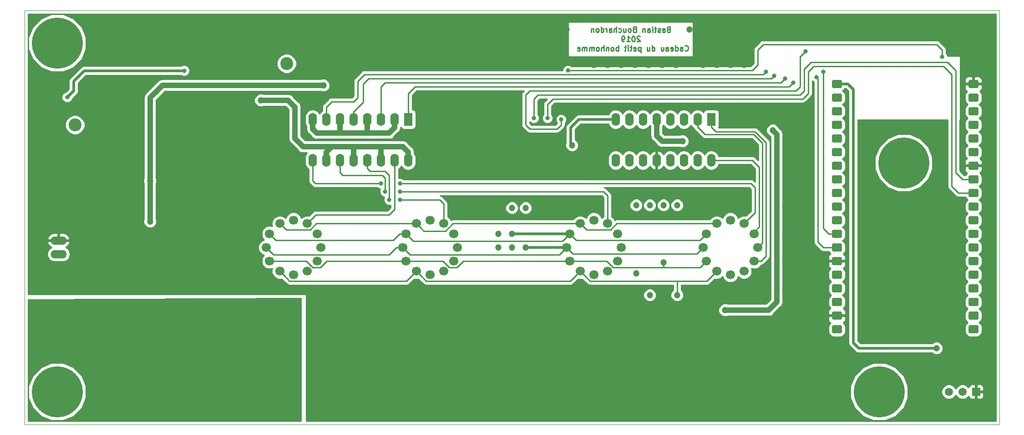
<source format=gbr>
%TF.GenerationSoftware,KiCad,Pcbnew,5.0.2-bee76a0~70~ubuntu18.10.1*%
%TF.CreationDate,2019-11-25T23:14:33+01:00*%
%TF.ProjectId,NixieNTPClock,4e697869-654e-4545-9043-6c6f636b2e6b,rev?*%
%TF.SameCoordinates,Original*%
%TF.FileFunction,Copper,L4,Bot*%
%TF.FilePolarity,Positive*%
%FSLAX46Y46*%
G04 Gerber Fmt 4.6, Leading zero omitted, Abs format (unit mm)*
G04 Created by KiCad (PCBNEW 5.0.2-bee76a0~70~ubuntu18.10.1) date lun. 25 nov. 2019 23:14:33 CET*
%MOMM*%
%LPD*%
G01*
G04 APERTURE LIST*
%ADD10C,0.250000*%
%ADD11C,0.050000*%
%ADD12C,9.500000*%
%ADD13C,0.100000*%
%ADD14C,1.524000*%
%ADD15O,1.600000X2.400000*%
%ADD16R,1.600000X2.400000*%
%ADD17C,1.700000*%
%ADD18O,3.010000X1.510000*%
%ADD19R,1.520000X1.520000*%
%ADD20C,1.520000*%
%ADD21C,1.200000*%
%ADD22C,2.400000*%
%ADD23C,0.800000*%
%ADD24C,1.000000*%
%ADD25C,0.500000*%
%ADD26C,0.254000*%
G04 APERTURE END LIST*
D10*
X181498000Y-50756571D02*
X181355142Y-50804190D01*
X181307523Y-50851809D01*
X181259904Y-50947047D01*
X181259904Y-51089904D01*
X181307523Y-51185142D01*
X181355142Y-51232761D01*
X181450380Y-51280380D01*
X181831333Y-51280380D01*
X181831333Y-50280380D01*
X181498000Y-50280380D01*
X181402761Y-50328000D01*
X181355142Y-50375619D01*
X181307523Y-50470857D01*
X181307523Y-50566095D01*
X181355142Y-50661333D01*
X181402761Y-50708952D01*
X181498000Y-50756571D01*
X181831333Y-50756571D01*
X180402761Y-51280380D02*
X180402761Y-50756571D01*
X180450380Y-50661333D01*
X180545619Y-50613714D01*
X180736095Y-50613714D01*
X180831333Y-50661333D01*
X180402761Y-51232761D02*
X180498000Y-51280380D01*
X180736095Y-51280380D01*
X180831333Y-51232761D01*
X180878952Y-51137523D01*
X180878952Y-51042285D01*
X180831333Y-50947047D01*
X180736095Y-50899428D01*
X180498000Y-50899428D01*
X180402761Y-50851809D01*
X179974190Y-51232761D02*
X179878952Y-51280380D01*
X179688476Y-51280380D01*
X179593238Y-51232761D01*
X179545619Y-51137523D01*
X179545619Y-51089904D01*
X179593238Y-50994666D01*
X179688476Y-50947047D01*
X179831333Y-50947047D01*
X179926571Y-50899428D01*
X179974190Y-50804190D01*
X179974190Y-50756571D01*
X179926571Y-50661333D01*
X179831333Y-50613714D01*
X179688476Y-50613714D01*
X179593238Y-50661333D01*
X179259904Y-50613714D02*
X178878952Y-50613714D01*
X179117047Y-50280380D02*
X179117047Y-51137523D01*
X179069428Y-51232761D01*
X178974190Y-51280380D01*
X178878952Y-51280380D01*
X178545619Y-51280380D02*
X178545619Y-50613714D01*
X178545619Y-50280380D02*
X178593238Y-50328000D01*
X178545619Y-50375619D01*
X178498000Y-50328000D01*
X178545619Y-50280380D01*
X178545619Y-50375619D01*
X177640857Y-51280380D02*
X177640857Y-50756571D01*
X177688476Y-50661333D01*
X177783714Y-50613714D01*
X177974190Y-50613714D01*
X178069428Y-50661333D01*
X177640857Y-51232761D02*
X177736095Y-51280380D01*
X177974190Y-51280380D01*
X178069428Y-51232761D01*
X178117047Y-51137523D01*
X178117047Y-51042285D01*
X178069428Y-50947047D01*
X177974190Y-50899428D01*
X177736095Y-50899428D01*
X177640857Y-50851809D01*
X177164666Y-50613714D02*
X177164666Y-51280380D01*
X177164666Y-50708952D02*
X177117047Y-50661333D01*
X177021809Y-50613714D01*
X176878952Y-50613714D01*
X176783714Y-50661333D01*
X176736095Y-50756571D01*
X176736095Y-51280380D01*
X175164666Y-50756571D02*
X175021809Y-50804190D01*
X174974190Y-50851809D01*
X174926571Y-50947047D01*
X174926571Y-51089904D01*
X174974190Y-51185142D01*
X175021809Y-51232761D01*
X175117047Y-51280380D01*
X175498000Y-51280380D01*
X175498000Y-50280380D01*
X175164666Y-50280380D01*
X175069428Y-50328000D01*
X175021809Y-50375619D01*
X174974190Y-50470857D01*
X174974190Y-50566095D01*
X175021809Y-50661333D01*
X175069428Y-50708952D01*
X175164666Y-50756571D01*
X175498000Y-50756571D01*
X174355142Y-51280380D02*
X174450380Y-51232761D01*
X174498000Y-51185142D01*
X174545619Y-51089904D01*
X174545619Y-50804190D01*
X174498000Y-50708952D01*
X174450380Y-50661333D01*
X174355142Y-50613714D01*
X174212285Y-50613714D01*
X174117047Y-50661333D01*
X174069428Y-50708952D01*
X174021809Y-50804190D01*
X174021809Y-51089904D01*
X174069428Y-51185142D01*
X174117047Y-51232761D01*
X174212285Y-51280380D01*
X174355142Y-51280380D01*
X173164666Y-50613714D02*
X173164666Y-51280380D01*
X173593238Y-50613714D02*
X173593238Y-51137523D01*
X173545619Y-51232761D01*
X173450380Y-51280380D01*
X173307523Y-51280380D01*
X173212285Y-51232761D01*
X173164666Y-51185142D01*
X172259904Y-51232761D02*
X172355142Y-51280380D01*
X172545619Y-51280380D01*
X172640857Y-51232761D01*
X172688476Y-51185142D01*
X172736095Y-51089904D01*
X172736095Y-50804190D01*
X172688476Y-50708952D01*
X172640857Y-50661333D01*
X172545619Y-50613714D01*
X172355142Y-50613714D01*
X172259904Y-50661333D01*
X171831333Y-51280380D02*
X171831333Y-50280380D01*
X171402761Y-51280380D02*
X171402761Y-50756571D01*
X171450380Y-50661333D01*
X171545619Y-50613714D01*
X171688476Y-50613714D01*
X171783714Y-50661333D01*
X171831333Y-50708952D01*
X170498000Y-51280380D02*
X170498000Y-50756571D01*
X170545619Y-50661333D01*
X170640857Y-50613714D01*
X170831333Y-50613714D01*
X170926571Y-50661333D01*
X170498000Y-51232761D02*
X170593238Y-51280380D01*
X170831333Y-51280380D01*
X170926571Y-51232761D01*
X170974190Y-51137523D01*
X170974190Y-51042285D01*
X170926571Y-50947047D01*
X170831333Y-50899428D01*
X170593238Y-50899428D01*
X170498000Y-50851809D01*
X170021809Y-51280380D02*
X170021809Y-50613714D01*
X170021809Y-50804190D02*
X169974190Y-50708952D01*
X169926571Y-50661333D01*
X169831333Y-50613714D01*
X169736095Y-50613714D01*
X168974190Y-51280380D02*
X168974190Y-50280380D01*
X168974190Y-51232761D02*
X169069428Y-51280380D01*
X169259904Y-51280380D01*
X169355142Y-51232761D01*
X169402761Y-51185142D01*
X169450380Y-51089904D01*
X169450380Y-50804190D01*
X169402761Y-50708952D01*
X169355142Y-50661333D01*
X169259904Y-50613714D01*
X169069428Y-50613714D01*
X168974190Y-50661333D01*
X168355142Y-51280380D02*
X168450380Y-51232761D01*
X168498000Y-51185142D01*
X168545619Y-51089904D01*
X168545619Y-50804190D01*
X168498000Y-50708952D01*
X168450380Y-50661333D01*
X168355142Y-50613714D01*
X168212285Y-50613714D01*
X168117047Y-50661333D01*
X168069428Y-50708952D01*
X168021809Y-50804190D01*
X168021809Y-51089904D01*
X168069428Y-51185142D01*
X168117047Y-51232761D01*
X168212285Y-51280380D01*
X168355142Y-51280380D01*
X167593238Y-50613714D02*
X167593238Y-51280380D01*
X167593238Y-50708952D02*
X167545619Y-50661333D01*
X167450380Y-50613714D01*
X167307523Y-50613714D01*
X167212285Y-50661333D01*
X167164666Y-50756571D01*
X167164666Y-51280380D01*
X176212285Y-52125619D02*
X176164666Y-52078000D01*
X176069428Y-52030380D01*
X175831333Y-52030380D01*
X175736095Y-52078000D01*
X175688476Y-52125619D01*
X175640857Y-52220857D01*
X175640857Y-52316095D01*
X175688476Y-52458952D01*
X176259904Y-53030380D01*
X175640857Y-53030380D01*
X175021809Y-52030380D02*
X174926571Y-52030380D01*
X174831333Y-52078000D01*
X174783714Y-52125619D01*
X174736095Y-52220857D01*
X174688476Y-52411333D01*
X174688476Y-52649428D01*
X174736095Y-52839904D01*
X174783714Y-52935142D01*
X174831333Y-52982761D01*
X174926571Y-53030380D01*
X175021809Y-53030380D01*
X175117047Y-52982761D01*
X175164666Y-52935142D01*
X175212285Y-52839904D01*
X175259904Y-52649428D01*
X175259904Y-52411333D01*
X175212285Y-52220857D01*
X175164666Y-52125619D01*
X175117047Y-52078000D01*
X175021809Y-52030380D01*
X173736095Y-53030380D02*
X174307523Y-53030380D01*
X174021809Y-53030380D02*
X174021809Y-52030380D01*
X174117047Y-52173238D01*
X174212285Y-52268476D01*
X174307523Y-52316095D01*
X173259904Y-53030380D02*
X173069428Y-53030380D01*
X172974190Y-52982761D01*
X172926571Y-52935142D01*
X172831333Y-52792285D01*
X172783714Y-52601809D01*
X172783714Y-52220857D01*
X172831333Y-52125619D01*
X172878952Y-52078000D01*
X172974190Y-52030380D01*
X173164666Y-52030380D01*
X173259904Y-52078000D01*
X173307523Y-52125619D01*
X173355142Y-52220857D01*
X173355142Y-52458952D01*
X173307523Y-52554190D01*
X173259904Y-52601809D01*
X173164666Y-52649428D01*
X172974190Y-52649428D01*
X172878952Y-52601809D01*
X172831333Y-52554190D01*
X172783714Y-52458952D01*
X184569428Y-54685142D02*
X184617047Y-54732761D01*
X184759904Y-54780380D01*
X184855142Y-54780380D01*
X184998000Y-54732761D01*
X185093238Y-54637523D01*
X185140857Y-54542285D01*
X185188476Y-54351809D01*
X185188476Y-54208952D01*
X185140857Y-54018476D01*
X185093238Y-53923238D01*
X184998000Y-53828000D01*
X184855142Y-53780380D01*
X184759904Y-53780380D01*
X184617047Y-53828000D01*
X184569428Y-53875619D01*
X183712285Y-54780380D02*
X183712285Y-54256571D01*
X183759904Y-54161333D01*
X183855142Y-54113714D01*
X184045619Y-54113714D01*
X184140857Y-54161333D01*
X183712285Y-54732761D02*
X183807523Y-54780380D01*
X184045619Y-54780380D01*
X184140857Y-54732761D01*
X184188476Y-54637523D01*
X184188476Y-54542285D01*
X184140857Y-54447047D01*
X184045619Y-54399428D01*
X183807523Y-54399428D01*
X183712285Y-54351809D01*
X182807523Y-54780380D02*
X182807523Y-53780380D01*
X182807523Y-54732761D02*
X182902761Y-54780380D01*
X183093238Y-54780380D01*
X183188476Y-54732761D01*
X183236095Y-54685142D01*
X183283714Y-54589904D01*
X183283714Y-54304190D01*
X183236095Y-54208952D01*
X183188476Y-54161333D01*
X183093238Y-54113714D01*
X182902761Y-54113714D01*
X182807523Y-54161333D01*
X181950380Y-54732761D02*
X182045619Y-54780380D01*
X182236095Y-54780380D01*
X182331333Y-54732761D01*
X182378952Y-54637523D01*
X182378952Y-54256571D01*
X182331333Y-54161333D01*
X182236095Y-54113714D01*
X182045619Y-54113714D01*
X181950380Y-54161333D01*
X181902761Y-54256571D01*
X181902761Y-54351809D01*
X182378952Y-54447047D01*
X181045619Y-54780380D02*
X181045619Y-54256571D01*
X181093238Y-54161333D01*
X181188476Y-54113714D01*
X181378952Y-54113714D01*
X181474190Y-54161333D01*
X181045619Y-54732761D02*
X181140857Y-54780380D01*
X181378952Y-54780380D01*
X181474190Y-54732761D01*
X181521809Y-54637523D01*
X181521809Y-54542285D01*
X181474190Y-54447047D01*
X181378952Y-54399428D01*
X181140857Y-54399428D01*
X181045619Y-54351809D01*
X180140857Y-54113714D02*
X180140857Y-54780380D01*
X180569428Y-54113714D02*
X180569428Y-54637523D01*
X180521809Y-54732761D01*
X180426571Y-54780380D01*
X180283714Y-54780380D01*
X180188476Y-54732761D01*
X180140857Y-54685142D01*
X178474190Y-54780380D02*
X178474190Y-53780380D01*
X178474190Y-54732761D02*
X178569428Y-54780380D01*
X178759904Y-54780380D01*
X178855142Y-54732761D01*
X178902761Y-54685142D01*
X178950380Y-54589904D01*
X178950380Y-54304190D01*
X178902761Y-54208952D01*
X178855142Y-54161333D01*
X178759904Y-54113714D01*
X178569428Y-54113714D01*
X178474190Y-54161333D01*
X177569428Y-54113714D02*
X177569428Y-54780380D01*
X177998000Y-54113714D02*
X177998000Y-54637523D01*
X177950380Y-54732761D01*
X177855142Y-54780380D01*
X177712285Y-54780380D01*
X177617047Y-54732761D01*
X177569428Y-54685142D01*
X176331333Y-54113714D02*
X176331333Y-55113714D01*
X176331333Y-54161333D02*
X176236095Y-54113714D01*
X176045619Y-54113714D01*
X175950380Y-54161333D01*
X175902761Y-54208952D01*
X175855142Y-54304190D01*
X175855142Y-54589904D01*
X175902761Y-54685142D01*
X175950380Y-54732761D01*
X176045619Y-54780380D01*
X176236095Y-54780380D01*
X176331333Y-54732761D01*
X175045619Y-54732761D02*
X175140857Y-54780380D01*
X175331333Y-54780380D01*
X175426571Y-54732761D01*
X175474190Y-54637523D01*
X175474190Y-54256571D01*
X175426571Y-54161333D01*
X175331333Y-54113714D01*
X175140857Y-54113714D01*
X175045619Y-54161333D01*
X174998000Y-54256571D01*
X174998000Y-54351809D01*
X175474190Y-54447047D01*
X174712285Y-54113714D02*
X174331333Y-54113714D01*
X174569428Y-53780380D02*
X174569428Y-54637523D01*
X174521809Y-54732761D01*
X174426571Y-54780380D01*
X174331333Y-54780380D01*
X173998000Y-54780380D02*
X173998000Y-54113714D01*
X173998000Y-53780380D02*
X174045619Y-53828000D01*
X173998000Y-53875619D01*
X173950380Y-53828000D01*
X173998000Y-53780380D01*
X173998000Y-53875619D01*
X173664666Y-54113714D02*
X173283714Y-54113714D01*
X173521809Y-53780380D02*
X173521809Y-54637523D01*
X173474190Y-54732761D01*
X173378952Y-54780380D01*
X173283714Y-54780380D01*
X172188476Y-54780380D02*
X172188476Y-53780380D01*
X172188476Y-54161333D02*
X172093238Y-54113714D01*
X171902761Y-54113714D01*
X171807523Y-54161333D01*
X171759904Y-54208952D01*
X171712285Y-54304190D01*
X171712285Y-54589904D01*
X171759904Y-54685142D01*
X171807523Y-54732761D01*
X171902761Y-54780380D01*
X172093238Y-54780380D01*
X172188476Y-54732761D01*
X171140857Y-54780380D02*
X171236095Y-54732761D01*
X171283714Y-54685142D01*
X171331333Y-54589904D01*
X171331333Y-54304190D01*
X171283714Y-54208952D01*
X171236095Y-54161333D01*
X171140857Y-54113714D01*
X170998000Y-54113714D01*
X170902761Y-54161333D01*
X170855142Y-54208952D01*
X170807523Y-54304190D01*
X170807523Y-54589904D01*
X170855142Y-54685142D01*
X170902761Y-54732761D01*
X170998000Y-54780380D01*
X171140857Y-54780380D01*
X170378952Y-54113714D02*
X170378952Y-54780380D01*
X170378952Y-54208952D02*
X170331333Y-54161333D01*
X170236095Y-54113714D01*
X170093238Y-54113714D01*
X169998000Y-54161333D01*
X169950380Y-54256571D01*
X169950380Y-54780380D01*
X169474190Y-54780380D02*
X169474190Y-53780380D01*
X169045619Y-54780380D02*
X169045619Y-54256571D01*
X169093238Y-54161333D01*
X169188476Y-54113714D01*
X169331333Y-54113714D01*
X169426571Y-54161333D01*
X169474190Y-54208952D01*
X168426571Y-54780380D02*
X168521809Y-54732761D01*
X168569428Y-54685142D01*
X168617047Y-54589904D01*
X168617047Y-54304190D01*
X168569428Y-54208952D01*
X168521809Y-54161333D01*
X168426571Y-54113714D01*
X168283714Y-54113714D01*
X168188476Y-54161333D01*
X168140857Y-54208952D01*
X168093238Y-54304190D01*
X168093238Y-54589904D01*
X168140857Y-54685142D01*
X168188476Y-54732761D01*
X168283714Y-54780380D01*
X168426571Y-54780380D01*
X167664666Y-54780380D02*
X167664666Y-54113714D01*
X167664666Y-54208952D02*
X167617047Y-54161333D01*
X167521809Y-54113714D01*
X167378952Y-54113714D01*
X167283714Y-54161333D01*
X167236095Y-54256571D01*
X167236095Y-54780380D01*
X167236095Y-54256571D02*
X167188476Y-54161333D01*
X167093238Y-54113714D01*
X166950380Y-54113714D01*
X166855142Y-54161333D01*
X166807523Y-54256571D01*
X166807523Y-54780380D01*
X166331333Y-54780380D02*
X166331333Y-54113714D01*
X166331333Y-54208952D02*
X166283714Y-54161333D01*
X166188476Y-54113714D01*
X166045619Y-54113714D01*
X165950380Y-54161333D01*
X165902761Y-54256571D01*
X165902761Y-54780380D01*
X165902761Y-54256571D02*
X165855142Y-54161333D01*
X165759904Y-54113714D01*
X165617047Y-54113714D01*
X165521809Y-54161333D01*
X165474190Y-54256571D01*
X165474190Y-54780380D01*
X164617047Y-54732761D02*
X164712285Y-54780380D01*
X164902761Y-54780380D01*
X164998000Y-54732761D01*
X165045619Y-54637523D01*
X165045619Y-54256571D01*
X164998000Y-54161333D01*
X164902761Y-54113714D01*
X164712285Y-54113714D01*
X164617047Y-54161333D01*
X164569428Y-54256571D01*
X164569428Y-54351809D01*
X165045619Y-54447047D01*
D11*
X61722000Y-124460000D02*
X61722000Y-47244000D01*
X243078000Y-124460000D02*
X61722000Y-124460000D01*
X243078000Y-47244000D02*
X243078000Y-124460000D01*
X61722000Y-47244000D02*
X243078000Y-47244000D01*
D12*
X67818000Y-118364000D03*
D13*
G36*
X213458345Y-60199835D02*
X213495329Y-60205321D01*
X213531598Y-60214406D01*
X213566802Y-60227002D01*
X213600602Y-60242988D01*
X213632672Y-60262210D01*
X213662704Y-60284483D01*
X213690408Y-60309592D01*
X213715517Y-60337296D01*
X213737790Y-60367328D01*
X213757012Y-60399398D01*
X213772998Y-60433198D01*
X213785594Y-60468402D01*
X213794679Y-60504671D01*
X213800165Y-60541655D01*
X213802000Y-60579000D01*
X213802000Y-61341000D01*
X213800165Y-61378345D01*
X213794679Y-61415329D01*
X213785594Y-61451598D01*
X213772998Y-61486802D01*
X213757012Y-61520602D01*
X213737790Y-61552672D01*
X213715517Y-61582704D01*
X213690408Y-61610408D01*
X213662704Y-61635517D01*
X213632672Y-61657790D01*
X213600602Y-61677012D01*
X213566802Y-61692998D01*
X213531598Y-61705594D01*
X213495329Y-61714679D01*
X213458345Y-61720165D01*
X213421000Y-61722000D01*
X212283000Y-61722000D01*
X212245655Y-61720165D01*
X212208671Y-61714679D01*
X212172402Y-61705594D01*
X212137198Y-61692998D01*
X212103398Y-61677012D01*
X212071328Y-61657790D01*
X212041296Y-61635517D01*
X212013592Y-61610408D01*
X211988483Y-61582704D01*
X211966210Y-61552672D01*
X211946988Y-61520602D01*
X211931002Y-61486802D01*
X211918406Y-61451598D01*
X211909321Y-61415329D01*
X211903835Y-61378345D01*
X211902000Y-61341000D01*
X211902000Y-60579000D01*
X211903835Y-60541655D01*
X211909321Y-60504671D01*
X211918406Y-60468402D01*
X211931002Y-60433198D01*
X211946988Y-60399398D01*
X211966210Y-60367328D01*
X211988483Y-60337296D01*
X212013592Y-60309592D01*
X212041296Y-60284483D01*
X212071328Y-60262210D01*
X212103398Y-60242988D01*
X212137198Y-60227002D01*
X212172402Y-60214406D01*
X212208671Y-60205321D01*
X212245655Y-60199835D01*
X212283000Y-60198000D01*
X213421000Y-60198000D01*
X213458345Y-60199835D01*
X213458345Y-60199835D01*
G37*
D14*
X212852000Y-60960000D03*
D13*
G36*
X213458345Y-62739835D02*
X213495329Y-62745321D01*
X213531598Y-62754406D01*
X213566802Y-62767002D01*
X213600602Y-62782988D01*
X213632672Y-62802210D01*
X213662704Y-62824483D01*
X213690408Y-62849592D01*
X213715517Y-62877296D01*
X213737790Y-62907328D01*
X213757012Y-62939398D01*
X213772998Y-62973198D01*
X213785594Y-63008402D01*
X213794679Y-63044671D01*
X213800165Y-63081655D01*
X213802000Y-63119000D01*
X213802000Y-63881000D01*
X213800165Y-63918345D01*
X213794679Y-63955329D01*
X213785594Y-63991598D01*
X213772998Y-64026802D01*
X213757012Y-64060602D01*
X213737790Y-64092672D01*
X213715517Y-64122704D01*
X213690408Y-64150408D01*
X213662704Y-64175517D01*
X213632672Y-64197790D01*
X213600602Y-64217012D01*
X213566802Y-64232998D01*
X213531598Y-64245594D01*
X213495329Y-64254679D01*
X213458345Y-64260165D01*
X213421000Y-64262000D01*
X212283000Y-64262000D01*
X212245655Y-64260165D01*
X212208671Y-64254679D01*
X212172402Y-64245594D01*
X212137198Y-64232998D01*
X212103398Y-64217012D01*
X212071328Y-64197790D01*
X212041296Y-64175517D01*
X212013592Y-64150408D01*
X211988483Y-64122704D01*
X211966210Y-64092672D01*
X211946988Y-64060602D01*
X211931002Y-64026802D01*
X211918406Y-63991598D01*
X211909321Y-63955329D01*
X211903835Y-63918345D01*
X211902000Y-63881000D01*
X211902000Y-63119000D01*
X211903835Y-63081655D01*
X211909321Y-63044671D01*
X211918406Y-63008402D01*
X211931002Y-62973198D01*
X211946988Y-62939398D01*
X211966210Y-62907328D01*
X211988483Y-62877296D01*
X212013592Y-62849592D01*
X212041296Y-62824483D01*
X212071328Y-62802210D01*
X212103398Y-62782988D01*
X212137198Y-62767002D01*
X212172402Y-62754406D01*
X212208671Y-62745321D01*
X212245655Y-62739835D01*
X212283000Y-62738000D01*
X213421000Y-62738000D01*
X213458345Y-62739835D01*
X213458345Y-62739835D01*
G37*
D14*
X212852000Y-63500000D03*
D13*
G36*
X213458345Y-65279835D02*
X213495329Y-65285321D01*
X213531598Y-65294406D01*
X213566802Y-65307002D01*
X213600602Y-65322988D01*
X213632672Y-65342210D01*
X213662704Y-65364483D01*
X213690408Y-65389592D01*
X213715517Y-65417296D01*
X213737790Y-65447328D01*
X213757012Y-65479398D01*
X213772998Y-65513198D01*
X213785594Y-65548402D01*
X213794679Y-65584671D01*
X213800165Y-65621655D01*
X213802000Y-65659000D01*
X213802000Y-66421000D01*
X213800165Y-66458345D01*
X213794679Y-66495329D01*
X213785594Y-66531598D01*
X213772998Y-66566802D01*
X213757012Y-66600602D01*
X213737790Y-66632672D01*
X213715517Y-66662704D01*
X213690408Y-66690408D01*
X213662704Y-66715517D01*
X213632672Y-66737790D01*
X213600602Y-66757012D01*
X213566802Y-66772998D01*
X213531598Y-66785594D01*
X213495329Y-66794679D01*
X213458345Y-66800165D01*
X213421000Y-66802000D01*
X212283000Y-66802000D01*
X212245655Y-66800165D01*
X212208671Y-66794679D01*
X212172402Y-66785594D01*
X212137198Y-66772998D01*
X212103398Y-66757012D01*
X212071328Y-66737790D01*
X212041296Y-66715517D01*
X212013592Y-66690408D01*
X211988483Y-66662704D01*
X211966210Y-66632672D01*
X211946988Y-66600602D01*
X211931002Y-66566802D01*
X211918406Y-66531598D01*
X211909321Y-66495329D01*
X211903835Y-66458345D01*
X211902000Y-66421000D01*
X211902000Y-65659000D01*
X211903835Y-65621655D01*
X211909321Y-65584671D01*
X211918406Y-65548402D01*
X211931002Y-65513198D01*
X211946988Y-65479398D01*
X211966210Y-65447328D01*
X211988483Y-65417296D01*
X212013592Y-65389592D01*
X212041296Y-65364483D01*
X212071328Y-65342210D01*
X212103398Y-65322988D01*
X212137198Y-65307002D01*
X212172402Y-65294406D01*
X212208671Y-65285321D01*
X212245655Y-65279835D01*
X212283000Y-65278000D01*
X213421000Y-65278000D01*
X213458345Y-65279835D01*
X213458345Y-65279835D01*
G37*
D14*
X212852000Y-66040000D03*
D13*
G36*
X213458345Y-67819835D02*
X213495329Y-67825321D01*
X213531598Y-67834406D01*
X213566802Y-67847002D01*
X213600602Y-67862988D01*
X213632672Y-67882210D01*
X213662704Y-67904483D01*
X213690408Y-67929592D01*
X213715517Y-67957296D01*
X213737790Y-67987328D01*
X213757012Y-68019398D01*
X213772998Y-68053198D01*
X213785594Y-68088402D01*
X213794679Y-68124671D01*
X213800165Y-68161655D01*
X213802000Y-68199000D01*
X213802000Y-68961000D01*
X213800165Y-68998345D01*
X213794679Y-69035329D01*
X213785594Y-69071598D01*
X213772998Y-69106802D01*
X213757012Y-69140602D01*
X213737790Y-69172672D01*
X213715517Y-69202704D01*
X213690408Y-69230408D01*
X213662704Y-69255517D01*
X213632672Y-69277790D01*
X213600602Y-69297012D01*
X213566802Y-69312998D01*
X213531598Y-69325594D01*
X213495329Y-69334679D01*
X213458345Y-69340165D01*
X213421000Y-69342000D01*
X212283000Y-69342000D01*
X212245655Y-69340165D01*
X212208671Y-69334679D01*
X212172402Y-69325594D01*
X212137198Y-69312998D01*
X212103398Y-69297012D01*
X212071328Y-69277790D01*
X212041296Y-69255517D01*
X212013592Y-69230408D01*
X211988483Y-69202704D01*
X211966210Y-69172672D01*
X211946988Y-69140602D01*
X211931002Y-69106802D01*
X211918406Y-69071598D01*
X211909321Y-69035329D01*
X211903835Y-68998345D01*
X211902000Y-68961000D01*
X211902000Y-68199000D01*
X211903835Y-68161655D01*
X211909321Y-68124671D01*
X211918406Y-68088402D01*
X211931002Y-68053198D01*
X211946988Y-68019398D01*
X211966210Y-67987328D01*
X211988483Y-67957296D01*
X212013592Y-67929592D01*
X212041296Y-67904483D01*
X212071328Y-67882210D01*
X212103398Y-67862988D01*
X212137198Y-67847002D01*
X212172402Y-67834406D01*
X212208671Y-67825321D01*
X212245655Y-67819835D01*
X212283000Y-67818000D01*
X213421000Y-67818000D01*
X213458345Y-67819835D01*
X213458345Y-67819835D01*
G37*
D14*
X212852000Y-68580000D03*
D13*
G36*
X213458345Y-70359835D02*
X213495329Y-70365321D01*
X213531598Y-70374406D01*
X213566802Y-70387002D01*
X213600602Y-70402988D01*
X213632672Y-70422210D01*
X213662704Y-70444483D01*
X213690408Y-70469592D01*
X213715517Y-70497296D01*
X213737790Y-70527328D01*
X213757012Y-70559398D01*
X213772998Y-70593198D01*
X213785594Y-70628402D01*
X213794679Y-70664671D01*
X213800165Y-70701655D01*
X213802000Y-70739000D01*
X213802000Y-71501000D01*
X213800165Y-71538345D01*
X213794679Y-71575329D01*
X213785594Y-71611598D01*
X213772998Y-71646802D01*
X213757012Y-71680602D01*
X213737790Y-71712672D01*
X213715517Y-71742704D01*
X213690408Y-71770408D01*
X213662704Y-71795517D01*
X213632672Y-71817790D01*
X213600602Y-71837012D01*
X213566802Y-71852998D01*
X213531598Y-71865594D01*
X213495329Y-71874679D01*
X213458345Y-71880165D01*
X213421000Y-71882000D01*
X212283000Y-71882000D01*
X212245655Y-71880165D01*
X212208671Y-71874679D01*
X212172402Y-71865594D01*
X212137198Y-71852998D01*
X212103398Y-71837012D01*
X212071328Y-71817790D01*
X212041296Y-71795517D01*
X212013592Y-71770408D01*
X211988483Y-71742704D01*
X211966210Y-71712672D01*
X211946988Y-71680602D01*
X211931002Y-71646802D01*
X211918406Y-71611598D01*
X211909321Y-71575329D01*
X211903835Y-71538345D01*
X211902000Y-71501000D01*
X211902000Y-70739000D01*
X211903835Y-70701655D01*
X211909321Y-70664671D01*
X211918406Y-70628402D01*
X211931002Y-70593198D01*
X211946988Y-70559398D01*
X211966210Y-70527328D01*
X211988483Y-70497296D01*
X212013592Y-70469592D01*
X212041296Y-70444483D01*
X212071328Y-70422210D01*
X212103398Y-70402988D01*
X212137198Y-70387002D01*
X212172402Y-70374406D01*
X212208671Y-70365321D01*
X212245655Y-70359835D01*
X212283000Y-70358000D01*
X213421000Y-70358000D01*
X213458345Y-70359835D01*
X213458345Y-70359835D01*
G37*
D14*
X212852000Y-71120000D03*
D13*
G36*
X213458345Y-72899835D02*
X213495329Y-72905321D01*
X213531598Y-72914406D01*
X213566802Y-72927002D01*
X213600602Y-72942988D01*
X213632672Y-72962210D01*
X213662704Y-72984483D01*
X213690408Y-73009592D01*
X213715517Y-73037296D01*
X213737790Y-73067328D01*
X213757012Y-73099398D01*
X213772998Y-73133198D01*
X213785594Y-73168402D01*
X213794679Y-73204671D01*
X213800165Y-73241655D01*
X213802000Y-73279000D01*
X213802000Y-74041000D01*
X213800165Y-74078345D01*
X213794679Y-74115329D01*
X213785594Y-74151598D01*
X213772998Y-74186802D01*
X213757012Y-74220602D01*
X213737790Y-74252672D01*
X213715517Y-74282704D01*
X213690408Y-74310408D01*
X213662704Y-74335517D01*
X213632672Y-74357790D01*
X213600602Y-74377012D01*
X213566802Y-74392998D01*
X213531598Y-74405594D01*
X213495329Y-74414679D01*
X213458345Y-74420165D01*
X213421000Y-74422000D01*
X212283000Y-74422000D01*
X212245655Y-74420165D01*
X212208671Y-74414679D01*
X212172402Y-74405594D01*
X212137198Y-74392998D01*
X212103398Y-74377012D01*
X212071328Y-74357790D01*
X212041296Y-74335517D01*
X212013592Y-74310408D01*
X211988483Y-74282704D01*
X211966210Y-74252672D01*
X211946988Y-74220602D01*
X211931002Y-74186802D01*
X211918406Y-74151598D01*
X211909321Y-74115329D01*
X211903835Y-74078345D01*
X211902000Y-74041000D01*
X211902000Y-73279000D01*
X211903835Y-73241655D01*
X211909321Y-73204671D01*
X211918406Y-73168402D01*
X211931002Y-73133198D01*
X211946988Y-73099398D01*
X211966210Y-73067328D01*
X211988483Y-73037296D01*
X212013592Y-73009592D01*
X212041296Y-72984483D01*
X212071328Y-72962210D01*
X212103398Y-72942988D01*
X212137198Y-72927002D01*
X212172402Y-72914406D01*
X212208671Y-72905321D01*
X212245655Y-72899835D01*
X212283000Y-72898000D01*
X213421000Y-72898000D01*
X213458345Y-72899835D01*
X213458345Y-72899835D01*
G37*
D14*
X212852000Y-73660000D03*
D13*
G36*
X213458345Y-75439835D02*
X213495329Y-75445321D01*
X213531598Y-75454406D01*
X213566802Y-75467002D01*
X213600602Y-75482988D01*
X213632672Y-75502210D01*
X213662704Y-75524483D01*
X213690408Y-75549592D01*
X213715517Y-75577296D01*
X213737790Y-75607328D01*
X213757012Y-75639398D01*
X213772998Y-75673198D01*
X213785594Y-75708402D01*
X213794679Y-75744671D01*
X213800165Y-75781655D01*
X213802000Y-75819000D01*
X213802000Y-76581000D01*
X213800165Y-76618345D01*
X213794679Y-76655329D01*
X213785594Y-76691598D01*
X213772998Y-76726802D01*
X213757012Y-76760602D01*
X213737790Y-76792672D01*
X213715517Y-76822704D01*
X213690408Y-76850408D01*
X213662704Y-76875517D01*
X213632672Y-76897790D01*
X213600602Y-76917012D01*
X213566802Y-76932998D01*
X213531598Y-76945594D01*
X213495329Y-76954679D01*
X213458345Y-76960165D01*
X213421000Y-76962000D01*
X212283000Y-76962000D01*
X212245655Y-76960165D01*
X212208671Y-76954679D01*
X212172402Y-76945594D01*
X212137198Y-76932998D01*
X212103398Y-76917012D01*
X212071328Y-76897790D01*
X212041296Y-76875517D01*
X212013592Y-76850408D01*
X211988483Y-76822704D01*
X211966210Y-76792672D01*
X211946988Y-76760602D01*
X211931002Y-76726802D01*
X211918406Y-76691598D01*
X211909321Y-76655329D01*
X211903835Y-76618345D01*
X211902000Y-76581000D01*
X211902000Y-75819000D01*
X211903835Y-75781655D01*
X211909321Y-75744671D01*
X211918406Y-75708402D01*
X211931002Y-75673198D01*
X211946988Y-75639398D01*
X211966210Y-75607328D01*
X211988483Y-75577296D01*
X212013592Y-75549592D01*
X212041296Y-75524483D01*
X212071328Y-75502210D01*
X212103398Y-75482988D01*
X212137198Y-75467002D01*
X212172402Y-75454406D01*
X212208671Y-75445321D01*
X212245655Y-75439835D01*
X212283000Y-75438000D01*
X213421000Y-75438000D01*
X213458345Y-75439835D01*
X213458345Y-75439835D01*
G37*
D14*
X212852000Y-76200000D03*
D13*
G36*
X213458345Y-77979835D02*
X213495329Y-77985321D01*
X213531598Y-77994406D01*
X213566802Y-78007002D01*
X213600602Y-78022988D01*
X213632672Y-78042210D01*
X213662704Y-78064483D01*
X213690408Y-78089592D01*
X213715517Y-78117296D01*
X213737790Y-78147328D01*
X213757012Y-78179398D01*
X213772998Y-78213198D01*
X213785594Y-78248402D01*
X213794679Y-78284671D01*
X213800165Y-78321655D01*
X213802000Y-78359000D01*
X213802000Y-79121000D01*
X213800165Y-79158345D01*
X213794679Y-79195329D01*
X213785594Y-79231598D01*
X213772998Y-79266802D01*
X213757012Y-79300602D01*
X213737790Y-79332672D01*
X213715517Y-79362704D01*
X213690408Y-79390408D01*
X213662704Y-79415517D01*
X213632672Y-79437790D01*
X213600602Y-79457012D01*
X213566802Y-79472998D01*
X213531598Y-79485594D01*
X213495329Y-79494679D01*
X213458345Y-79500165D01*
X213421000Y-79502000D01*
X212283000Y-79502000D01*
X212245655Y-79500165D01*
X212208671Y-79494679D01*
X212172402Y-79485594D01*
X212137198Y-79472998D01*
X212103398Y-79457012D01*
X212071328Y-79437790D01*
X212041296Y-79415517D01*
X212013592Y-79390408D01*
X211988483Y-79362704D01*
X211966210Y-79332672D01*
X211946988Y-79300602D01*
X211931002Y-79266802D01*
X211918406Y-79231598D01*
X211909321Y-79195329D01*
X211903835Y-79158345D01*
X211902000Y-79121000D01*
X211902000Y-78359000D01*
X211903835Y-78321655D01*
X211909321Y-78284671D01*
X211918406Y-78248402D01*
X211931002Y-78213198D01*
X211946988Y-78179398D01*
X211966210Y-78147328D01*
X211988483Y-78117296D01*
X212013592Y-78089592D01*
X212041296Y-78064483D01*
X212071328Y-78042210D01*
X212103398Y-78022988D01*
X212137198Y-78007002D01*
X212172402Y-77994406D01*
X212208671Y-77985321D01*
X212245655Y-77979835D01*
X212283000Y-77978000D01*
X213421000Y-77978000D01*
X213458345Y-77979835D01*
X213458345Y-77979835D01*
G37*
D14*
X212852000Y-78740000D03*
D13*
G36*
X213458345Y-80519835D02*
X213495329Y-80525321D01*
X213531598Y-80534406D01*
X213566802Y-80547002D01*
X213600602Y-80562988D01*
X213632672Y-80582210D01*
X213662704Y-80604483D01*
X213690408Y-80629592D01*
X213715517Y-80657296D01*
X213737790Y-80687328D01*
X213757012Y-80719398D01*
X213772998Y-80753198D01*
X213785594Y-80788402D01*
X213794679Y-80824671D01*
X213800165Y-80861655D01*
X213802000Y-80899000D01*
X213802000Y-81661000D01*
X213800165Y-81698345D01*
X213794679Y-81735329D01*
X213785594Y-81771598D01*
X213772998Y-81806802D01*
X213757012Y-81840602D01*
X213737790Y-81872672D01*
X213715517Y-81902704D01*
X213690408Y-81930408D01*
X213662704Y-81955517D01*
X213632672Y-81977790D01*
X213600602Y-81997012D01*
X213566802Y-82012998D01*
X213531598Y-82025594D01*
X213495329Y-82034679D01*
X213458345Y-82040165D01*
X213421000Y-82042000D01*
X212283000Y-82042000D01*
X212245655Y-82040165D01*
X212208671Y-82034679D01*
X212172402Y-82025594D01*
X212137198Y-82012998D01*
X212103398Y-81997012D01*
X212071328Y-81977790D01*
X212041296Y-81955517D01*
X212013592Y-81930408D01*
X211988483Y-81902704D01*
X211966210Y-81872672D01*
X211946988Y-81840602D01*
X211931002Y-81806802D01*
X211918406Y-81771598D01*
X211909321Y-81735329D01*
X211903835Y-81698345D01*
X211902000Y-81661000D01*
X211902000Y-80899000D01*
X211903835Y-80861655D01*
X211909321Y-80824671D01*
X211918406Y-80788402D01*
X211931002Y-80753198D01*
X211946988Y-80719398D01*
X211966210Y-80687328D01*
X211988483Y-80657296D01*
X212013592Y-80629592D01*
X212041296Y-80604483D01*
X212071328Y-80582210D01*
X212103398Y-80562988D01*
X212137198Y-80547002D01*
X212172402Y-80534406D01*
X212208671Y-80525321D01*
X212245655Y-80519835D01*
X212283000Y-80518000D01*
X213421000Y-80518000D01*
X213458345Y-80519835D01*
X213458345Y-80519835D01*
G37*
D14*
X212852000Y-81280000D03*
D13*
G36*
X213458345Y-83059835D02*
X213495329Y-83065321D01*
X213531598Y-83074406D01*
X213566802Y-83087002D01*
X213600602Y-83102988D01*
X213632672Y-83122210D01*
X213662704Y-83144483D01*
X213690408Y-83169592D01*
X213715517Y-83197296D01*
X213737790Y-83227328D01*
X213757012Y-83259398D01*
X213772998Y-83293198D01*
X213785594Y-83328402D01*
X213794679Y-83364671D01*
X213800165Y-83401655D01*
X213802000Y-83439000D01*
X213802000Y-84201000D01*
X213800165Y-84238345D01*
X213794679Y-84275329D01*
X213785594Y-84311598D01*
X213772998Y-84346802D01*
X213757012Y-84380602D01*
X213737790Y-84412672D01*
X213715517Y-84442704D01*
X213690408Y-84470408D01*
X213662704Y-84495517D01*
X213632672Y-84517790D01*
X213600602Y-84537012D01*
X213566802Y-84552998D01*
X213531598Y-84565594D01*
X213495329Y-84574679D01*
X213458345Y-84580165D01*
X213421000Y-84582000D01*
X212283000Y-84582000D01*
X212245655Y-84580165D01*
X212208671Y-84574679D01*
X212172402Y-84565594D01*
X212137198Y-84552998D01*
X212103398Y-84537012D01*
X212071328Y-84517790D01*
X212041296Y-84495517D01*
X212013592Y-84470408D01*
X211988483Y-84442704D01*
X211966210Y-84412672D01*
X211946988Y-84380602D01*
X211931002Y-84346802D01*
X211918406Y-84311598D01*
X211909321Y-84275329D01*
X211903835Y-84238345D01*
X211902000Y-84201000D01*
X211902000Y-83439000D01*
X211903835Y-83401655D01*
X211909321Y-83364671D01*
X211918406Y-83328402D01*
X211931002Y-83293198D01*
X211946988Y-83259398D01*
X211966210Y-83227328D01*
X211988483Y-83197296D01*
X212013592Y-83169592D01*
X212041296Y-83144483D01*
X212071328Y-83122210D01*
X212103398Y-83102988D01*
X212137198Y-83087002D01*
X212172402Y-83074406D01*
X212208671Y-83065321D01*
X212245655Y-83059835D01*
X212283000Y-83058000D01*
X213421000Y-83058000D01*
X213458345Y-83059835D01*
X213458345Y-83059835D01*
G37*
D14*
X212852000Y-83820000D03*
D13*
G36*
X213458345Y-85599835D02*
X213495329Y-85605321D01*
X213531598Y-85614406D01*
X213566802Y-85627002D01*
X213600602Y-85642988D01*
X213632672Y-85662210D01*
X213662704Y-85684483D01*
X213690408Y-85709592D01*
X213715517Y-85737296D01*
X213737790Y-85767328D01*
X213757012Y-85799398D01*
X213772998Y-85833198D01*
X213785594Y-85868402D01*
X213794679Y-85904671D01*
X213800165Y-85941655D01*
X213802000Y-85979000D01*
X213802000Y-86741000D01*
X213800165Y-86778345D01*
X213794679Y-86815329D01*
X213785594Y-86851598D01*
X213772998Y-86886802D01*
X213757012Y-86920602D01*
X213737790Y-86952672D01*
X213715517Y-86982704D01*
X213690408Y-87010408D01*
X213662704Y-87035517D01*
X213632672Y-87057790D01*
X213600602Y-87077012D01*
X213566802Y-87092998D01*
X213531598Y-87105594D01*
X213495329Y-87114679D01*
X213458345Y-87120165D01*
X213421000Y-87122000D01*
X212283000Y-87122000D01*
X212245655Y-87120165D01*
X212208671Y-87114679D01*
X212172402Y-87105594D01*
X212137198Y-87092998D01*
X212103398Y-87077012D01*
X212071328Y-87057790D01*
X212041296Y-87035517D01*
X212013592Y-87010408D01*
X211988483Y-86982704D01*
X211966210Y-86952672D01*
X211946988Y-86920602D01*
X211931002Y-86886802D01*
X211918406Y-86851598D01*
X211909321Y-86815329D01*
X211903835Y-86778345D01*
X211902000Y-86741000D01*
X211902000Y-85979000D01*
X211903835Y-85941655D01*
X211909321Y-85904671D01*
X211918406Y-85868402D01*
X211931002Y-85833198D01*
X211946988Y-85799398D01*
X211966210Y-85767328D01*
X211988483Y-85737296D01*
X212013592Y-85709592D01*
X212041296Y-85684483D01*
X212071328Y-85662210D01*
X212103398Y-85642988D01*
X212137198Y-85627002D01*
X212172402Y-85614406D01*
X212208671Y-85605321D01*
X212245655Y-85599835D01*
X212283000Y-85598000D01*
X213421000Y-85598000D01*
X213458345Y-85599835D01*
X213458345Y-85599835D01*
G37*
D14*
X212852000Y-86360000D03*
D13*
G36*
X213458345Y-88139835D02*
X213495329Y-88145321D01*
X213531598Y-88154406D01*
X213566802Y-88167002D01*
X213600602Y-88182988D01*
X213632672Y-88202210D01*
X213662704Y-88224483D01*
X213690408Y-88249592D01*
X213715517Y-88277296D01*
X213737790Y-88307328D01*
X213757012Y-88339398D01*
X213772998Y-88373198D01*
X213785594Y-88408402D01*
X213794679Y-88444671D01*
X213800165Y-88481655D01*
X213802000Y-88519000D01*
X213802000Y-89281000D01*
X213800165Y-89318345D01*
X213794679Y-89355329D01*
X213785594Y-89391598D01*
X213772998Y-89426802D01*
X213757012Y-89460602D01*
X213737790Y-89492672D01*
X213715517Y-89522704D01*
X213690408Y-89550408D01*
X213662704Y-89575517D01*
X213632672Y-89597790D01*
X213600602Y-89617012D01*
X213566802Y-89632998D01*
X213531598Y-89645594D01*
X213495329Y-89654679D01*
X213458345Y-89660165D01*
X213421000Y-89662000D01*
X212283000Y-89662000D01*
X212245655Y-89660165D01*
X212208671Y-89654679D01*
X212172402Y-89645594D01*
X212137198Y-89632998D01*
X212103398Y-89617012D01*
X212071328Y-89597790D01*
X212041296Y-89575517D01*
X212013592Y-89550408D01*
X211988483Y-89522704D01*
X211966210Y-89492672D01*
X211946988Y-89460602D01*
X211931002Y-89426802D01*
X211918406Y-89391598D01*
X211909321Y-89355329D01*
X211903835Y-89318345D01*
X211902000Y-89281000D01*
X211902000Y-88519000D01*
X211903835Y-88481655D01*
X211909321Y-88444671D01*
X211918406Y-88408402D01*
X211931002Y-88373198D01*
X211946988Y-88339398D01*
X211966210Y-88307328D01*
X211988483Y-88277296D01*
X212013592Y-88249592D01*
X212041296Y-88224483D01*
X212071328Y-88202210D01*
X212103398Y-88182988D01*
X212137198Y-88167002D01*
X212172402Y-88154406D01*
X212208671Y-88145321D01*
X212245655Y-88139835D01*
X212283000Y-88138000D01*
X213421000Y-88138000D01*
X213458345Y-88139835D01*
X213458345Y-88139835D01*
G37*
D14*
X212852000Y-88900000D03*
D13*
G36*
X213458345Y-90679835D02*
X213495329Y-90685321D01*
X213531598Y-90694406D01*
X213566802Y-90707002D01*
X213600602Y-90722988D01*
X213632672Y-90742210D01*
X213662704Y-90764483D01*
X213690408Y-90789592D01*
X213715517Y-90817296D01*
X213737790Y-90847328D01*
X213757012Y-90879398D01*
X213772998Y-90913198D01*
X213785594Y-90948402D01*
X213794679Y-90984671D01*
X213800165Y-91021655D01*
X213802000Y-91059000D01*
X213802000Y-91821000D01*
X213800165Y-91858345D01*
X213794679Y-91895329D01*
X213785594Y-91931598D01*
X213772998Y-91966802D01*
X213757012Y-92000602D01*
X213737790Y-92032672D01*
X213715517Y-92062704D01*
X213690408Y-92090408D01*
X213662704Y-92115517D01*
X213632672Y-92137790D01*
X213600602Y-92157012D01*
X213566802Y-92172998D01*
X213531598Y-92185594D01*
X213495329Y-92194679D01*
X213458345Y-92200165D01*
X213421000Y-92202000D01*
X212283000Y-92202000D01*
X212245655Y-92200165D01*
X212208671Y-92194679D01*
X212172402Y-92185594D01*
X212137198Y-92172998D01*
X212103398Y-92157012D01*
X212071328Y-92137790D01*
X212041296Y-92115517D01*
X212013592Y-92090408D01*
X211988483Y-92062704D01*
X211966210Y-92032672D01*
X211946988Y-92000602D01*
X211931002Y-91966802D01*
X211918406Y-91931598D01*
X211909321Y-91895329D01*
X211903835Y-91858345D01*
X211902000Y-91821000D01*
X211902000Y-91059000D01*
X211903835Y-91021655D01*
X211909321Y-90984671D01*
X211918406Y-90948402D01*
X211931002Y-90913198D01*
X211946988Y-90879398D01*
X211966210Y-90847328D01*
X211988483Y-90817296D01*
X212013592Y-90789592D01*
X212041296Y-90764483D01*
X212071328Y-90742210D01*
X212103398Y-90722988D01*
X212137198Y-90707002D01*
X212172402Y-90694406D01*
X212208671Y-90685321D01*
X212245655Y-90679835D01*
X212283000Y-90678000D01*
X213421000Y-90678000D01*
X213458345Y-90679835D01*
X213458345Y-90679835D01*
G37*
D14*
X212852000Y-91440000D03*
D13*
G36*
X213458345Y-93219835D02*
X213495329Y-93225321D01*
X213531598Y-93234406D01*
X213566802Y-93247002D01*
X213600602Y-93262988D01*
X213632672Y-93282210D01*
X213662704Y-93304483D01*
X213690408Y-93329592D01*
X213715517Y-93357296D01*
X213737790Y-93387328D01*
X213757012Y-93419398D01*
X213772998Y-93453198D01*
X213785594Y-93488402D01*
X213794679Y-93524671D01*
X213800165Y-93561655D01*
X213802000Y-93599000D01*
X213802000Y-94361000D01*
X213800165Y-94398345D01*
X213794679Y-94435329D01*
X213785594Y-94471598D01*
X213772998Y-94506802D01*
X213757012Y-94540602D01*
X213737790Y-94572672D01*
X213715517Y-94602704D01*
X213690408Y-94630408D01*
X213662704Y-94655517D01*
X213632672Y-94677790D01*
X213600602Y-94697012D01*
X213566802Y-94712998D01*
X213531598Y-94725594D01*
X213495329Y-94734679D01*
X213458345Y-94740165D01*
X213421000Y-94742000D01*
X212283000Y-94742000D01*
X212245655Y-94740165D01*
X212208671Y-94734679D01*
X212172402Y-94725594D01*
X212137198Y-94712998D01*
X212103398Y-94697012D01*
X212071328Y-94677790D01*
X212041296Y-94655517D01*
X212013592Y-94630408D01*
X211988483Y-94602704D01*
X211966210Y-94572672D01*
X211946988Y-94540602D01*
X211931002Y-94506802D01*
X211918406Y-94471598D01*
X211909321Y-94435329D01*
X211903835Y-94398345D01*
X211902000Y-94361000D01*
X211902000Y-93599000D01*
X211903835Y-93561655D01*
X211909321Y-93524671D01*
X211918406Y-93488402D01*
X211931002Y-93453198D01*
X211946988Y-93419398D01*
X211966210Y-93387328D01*
X211988483Y-93357296D01*
X212013592Y-93329592D01*
X212041296Y-93304483D01*
X212071328Y-93282210D01*
X212103398Y-93262988D01*
X212137198Y-93247002D01*
X212172402Y-93234406D01*
X212208671Y-93225321D01*
X212245655Y-93219835D01*
X212283000Y-93218000D01*
X213421000Y-93218000D01*
X213458345Y-93219835D01*
X213458345Y-93219835D01*
G37*
D14*
X212852000Y-93980000D03*
D13*
G36*
X213458345Y-95759835D02*
X213495329Y-95765321D01*
X213531598Y-95774406D01*
X213566802Y-95787002D01*
X213600602Y-95802988D01*
X213632672Y-95822210D01*
X213662704Y-95844483D01*
X213690408Y-95869592D01*
X213715517Y-95897296D01*
X213737790Y-95927328D01*
X213757012Y-95959398D01*
X213772998Y-95993198D01*
X213785594Y-96028402D01*
X213794679Y-96064671D01*
X213800165Y-96101655D01*
X213802000Y-96139000D01*
X213802000Y-96901000D01*
X213800165Y-96938345D01*
X213794679Y-96975329D01*
X213785594Y-97011598D01*
X213772998Y-97046802D01*
X213757012Y-97080602D01*
X213737790Y-97112672D01*
X213715517Y-97142704D01*
X213690408Y-97170408D01*
X213662704Y-97195517D01*
X213632672Y-97217790D01*
X213600602Y-97237012D01*
X213566802Y-97252998D01*
X213531598Y-97265594D01*
X213495329Y-97274679D01*
X213458345Y-97280165D01*
X213421000Y-97282000D01*
X212283000Y-97282000D01*
X212245655Y-97280165D01*
X212208671Y-97274679D01*
X212172402Y-97265594D01*
X212137198Y-97252998D01*
X212103398Y-97237012D01*
X212071328Y-97217790D01*
X212041296Y-97195517D01*
X212013592Y-97170408D01*
X211988483Y-97142704D01*
X211966210Y-97112672D01*
X211946988Y-97080602D01*
X211931002Y-97046802D01*
X211918406Y-97011598D01*
X211909321Y-96975329D01*
X211903835Y-96938345D01*
X211902000Y-96901000D01*
X211902000Y-96139000D01*
X211903835Y-96101655D01*
X211909321Y-96064671D01*
X211918406Y-96028402D01*
X211931002Y-95993198D01*
X211946988Y-95959398D01*
X211966210Y-95927328D01*
X211988483Y-95897296D01*
X212013592Y-95869592D01*
X212041296Y-95844483D01*
X212071328Y-95822210D01*
X212103398Y-95802988D01*
X212137198Y-95787002D01*
X212172402Y-95774406D01*
X212208671Y-95765321D01*
X212245655Y-95759835D01*
X212283000Y-95758000D01*
X213421000Y-95758000D01*
X213458345Y-95759835D01*
X213458345Y-95759835D01*
G37*
D14*
X212852000Y-96520000D03*
D13*
G36*
X213458345Y-98299835D02*
X213495329Y-98305321D01*
X213531598Y-98314406D01*
X213566802Y-98327002D01*
X213600602Y-98342988D01*
X213632672Y-98362210D01*
X213662704Y-98384483D01*
X213690408Y-98409592D01*
X213715517Y-98437296D01*
X213737790Y-98467328D01*
X213757012Y-98499398D01*
X213772998Y-98533198D01*
X213785594Y-98568402D01*
X213794679Y-98604671D01*
X213800165Y-98641655D01*
X213802000Y-98679000D01*
X213802000Y-99441000D01*
X213800165Y-99478345D01*
X213794679Y-99515329D01*
X213785594Y-99551598D01*
X213772998Y-99586802D01*
X213757012Y-99620602D01*
X213737790Y-99652672D01*
X213715517Y-99682704D01*
X213690408Y-99710408D01*
X213662704Y-99735517D01*
X213632672Y-99757790D01*
X213600602Y-99777012D01*
X213566802Y-99792998D01*
X213531598Y-99805594D01*
X213495329Y-99814679D01*
X213458345Y-99820165D01*
X213421000Y-99822000D01*
X212283000Y-99822000D01*
X212245655Y-99820165D01*
X212208671Y-99814679D01*
X212172402Y-99805594D01*
X212137198Y-99792998D01*
X212103398Y-99777012D01*
X212071328Y-99757790D01*
X212041296Y-99735517D01*
X212013592Y-99710408D01*
X211988483Y-99682704D01*
X211966210Y-99652672D01*
X211946988Y-99620602D01*
X211931002Y-99586802D01*
X211918406Y-99551598D01*
X211909321Y-99515329D01*
X211903835Y-99478345D01*
X211902000Y-99441000D01*
X211902000Y-98679000D01*
X211903835Y-98641655D01*
X211909321Y-98604671D01*
X211918406Y-98568402D01*
X211931002Y-98533198D01*
X211946988Y-98499398D01*
X211966210Y-98467328D01*
X211988483Y-98437296D01*
X212013592Y-98409592D01*
X212041296Y-98384483D01*
X212071328Y-98362210D01*
X212103398Y-98342988D01*
X212137198Y-98327002D01*
X212172402Y-98314406D01*
X212208671Y-98305321D01*
X212245655Y-98299835D01*
X212283000Y-98298000D01*
X213421000Y-98298000D01*
X213458345Y-98299835D01*
X213458345Y-98299835D01*
G37*
D14*
X212852000Y-99060000D03*
D13*
G36*
X213458345Y-100839835D02*
X213495329Y-100845321D01*
X213531598Y-100854406D01*
X213566802Y-100867002D01*
X213600602Y-100882988D01*
X213632672Y-100902210D01*
X213662704Y-100924483D01*
X213690408Y-100949592D01*
X213715517Y-100977296D01*
X213737790Y-101007328D01*
X213757012Y-101039398D01*
X213772998Y-101073198D01*
X213785594Y-101108402D01*
X213794679Y-101144671D01*
X213800165Y-101181655D01*
X213802000Y-101219000D01*
X213802000Y-101981000D01*
X213800165Y-102018345D01*
X213794679Y-102055329D01*
X213785594Y-102091598D01*
X213772998Y-102126802D01*
X213757012Y-102160602D01*
X213737790Y-102192672D01*
X213715517Y-102222704D01*
X213690408Y-102250408D01*
X213662704Y-102275517D01*
X213632672Y-102297790D01*
X213600602Y-102317012D01*
X213566802Y-102332998D01*
X213531598Y-102345594D01*
X213495329Y-102354679D01*
X213458345Y-102360165D01*
X213421000Y-102362000D01*
X212283000Y-102362000D01*
X212245655Y-102360165D01*
X212208671Y-102354679D01*
X212172402Y-102345594D01*
X212137198Y-102332998D01*
X212103398Y-102317012D01*
X212071328Y-102297790D01*
X212041296Y-102275517D01*
X212013592Y-102250408D01*
X211988483Y-102222704D01*
X211966210Y-102192672D01*
X211946988Y-102160602D01*
X211931002Y-102126802D01*
X211918406Y-102091598D01*
X211909321Y-102055329D01*
X211903835Y-102018345D01*
X211902000Y-101981000D01*
X211902000Y-101219000D01*
X211903835Y-101181655D01*
X211909321Y-101144671D01*
X211918406Y-101108402D01*
X211931002Y-101073198D01*
X211946988Y-101039398D01*
X211966210Y-101007328D01*
X211988483Y-100977296D01*
X212013592Y-100949592D01*
X212041296Y-100924483D01*
X212071328Y-100902210D01*
X212103398Y-100882988D01*
X212137198Y-100867002D01*
X212172402Y-100854406D01*
X212208671Y-100845321D01*
X212245655Y-100839835D01*
X212283000Y-100838000D01*
X213421000Y-100838000D01*
X213458345Y-100839835D01*
X213458345Y-100839835D01*
G37*
D14*
X212852000Y-101600000D03*
D13*
G36*
X213458345Y-103379835D02*
X213495329Y-103385321D01*
X213531598Y-103394406D01*
X213566802Y-103407002D01*
X213600602Y-103422988D01*
X213632672Y-103442210D01*
X213662704Y-103464483D01*
X213690408Y-103489592D01*
X213715517Y-103517296D01*
X213737790Y-103547328D01*
X213757012Y-103579398D01*
X213772998Y-103613198D01*
X213785594Y-103648402D01*
X213794679Y-103684671D01*
X213800165Y-103721655D01*
X213802000Y-103759000D01*
X213802000Y-104521000D01*
X213800165Y-104558345D01*
X213794679Y-104595329D01*
X213785594Y-104631598D01*
X213772998Y-104666802D01*
X213757012Y-104700602D01*
X213737790Y-104732672D01*
X213715517Y-104762704D01*
X213690408Y-104790408D01*
X213662704Y-104815517D01*
X213632672Y-104837790D01*
X213600602Y-104857012D01*
X213566802Y-104872998D01*
X213531598Y-104885594D01*
X213495329Y-104894679D01*
X213458345Y-104900165D01*
X213421000Y-104902000D01*
X212283000Y-104902000D01*
X212245655Y-104900165D01*
X212208671Y-104894679D01*
X212172402Y-104885594D01*
X212137198Y-104872998D01*
X212103398Y-104857012D01*
X212071328Y-104837790D01*
X212041296Y-104815517D01*
X212013592Y-104790408D01*
X211988483Y-104762704D01*
X211966210Y-104732672D01*
X211946988Y-104700602D01*
X211931002Y-104666802D01*
X211918406Y-104631598D01*
X211909321Y-104595329D01*
X211903835Y-104558345D01*
X211902000Y-104521000D01*
X211902000Y-103759000D01*
X211903835Y-103721655D01*
X211909321Y-103684671D01*
X211918406Y-103648402D01*
X211931002Y-103613198D01*
X211946988Y-103579398D01*
X211966210Y-103547328D01*
X211988483Y-103517296D01*
X212013592Y-103489592D01*
X212041296Y-103464483D01*
X212071328Y-103442210D01*
X212103398Y-103422988D01*
X212137198Y-103407002D01*
X212172402Y-103394406D01*
X212208671Y-103385321D01*
X212245655Y-103379835D01*
X212283000Y-103378000D01*
X213421000Y-103378000D01*
X213458345Y-103379835D01*
X213458345Y-103379835D01*
G37*
D14*
X212852000Y-104140000D03*
D13*
G36*
X213458345Y-105919835D02*
X213495329Y-105925321D01*
X213531598Y-105934406D01*
X213566802Y-105947002D01*
X213600602Y-105962988D01*
X213632672Y-105982210D01*
X213662704Y-106004483D01*
X213690408Y-106029592D01*
X213715517Y-106057296D01*
X213737790Y-106087328D01*
X213757012Y-106119398D01*
X213772998Y-106153198D01*
X213785594Y-106188402D01*
X213794679Y-106224671D01*
X213800165Y-106261655D01*
X213802000Y-106299000D01*
X213802000Y-107061000D01*
X213800165Y-107098345D01*
X213794679Y-107135329D01*
X213785594Y-107171598D01*
X213772998Y-107206802D01*
X213757012Y-107240602D01*
X213737790Y-107272672D01*
X213715517Y-107302704D01*
X213690408Y-107330408D01*
X213662704Y-107355517D01*
X213632672Y-107377790D01*
X213600602Y-107397012D01*
X213566802Y-107412998D01*
X213531598Y-107425594D01*
X213495329Y-107434679D01*
X213458345Y-107440165D01*
X213421000Y-107442000D01*
X212283000Y-107442000D01*
X212245655Y-107440165D01*
X212208671Y-107434679D01*
X212172402Y-107425594D01*
X212137198Y-107412998D01*
X212103398Y-107397012D01*
X212071328Y-107377790D01*
X212041296Y-107355517D01*
X212013592Y-107330408D01*
X211988483Y-107302704D01*
X211966210Y-107272672D01*
X211946988Y-107240602D01*
X211931002Y-107206802D01*
X211918406Y-107171598D01*
X211909321Y-107135329D01*
X211903835Y-107098345D01*
X211902000Y-107061000D01*
X211902000Y-106299000D01*
X211903835Y-106261655D01*
X211909321Y-106224671D01*
X211918406Y-106188402D01*
X211931002Y-106153198D01*
X211946988Y-106119398D01*
X211966210Y-106087328D01*
X211988483Y-106057296D01*
X212013592Y-106029592D01*
X212041296Y-106004483D01*
X212071328Y-105982210D01*
X212103398Y-105962988D01*
X212137198Y-105947002D01*
X212172402Y-105934406D01*
X212208671Y-105925321D01*
X212245655Y-105919835D01*
X212283000Y-105918000D01*
X213421000Y-105918000D01*
X213458345Y-105919835D01*
X213458345Y-105919835D01*
G37*
D14*
X212852000Y-106680000D03*
D13*
G36*
X238858345Y-105919835D02*
X238895329Y-105925321D01*
X238931598Y-105934406D01*
X238966802Y-105947002D01*
X239000602Y-105962988D01*
X239032672Y-105982210D01*
X239062704Y-106004483D01*
X239090408Y-106029592D01*
X239115517Y-106057296D01*
X239137790Y-106087328D01*
X239157012Y-106119398D01*
X239172998Y-106153198D01*
X239185594Y-106188402D01*
X239194679Y-106224671D01*
X239200165Y-106261655D01*
X239202000Y-106299000D01*
X239202000Y-107061000D01*
X239200165Y-107098345D01*
X239194679Y-107135329D01*
X239185594Y-107171598D01*
X239172998Y-107206802D01*
X239157012Y-107240602D01*
X239137790Y-107272672D01*
X239115517Y-107302704D01*
X239090408Y-107330408D01*
X239062704Y-107355517D01*
X239032672Y-107377790D01*
X239000602Y-107397012D01*
X238966802Y-107412998D01*
X238931598Y-107425594D01*
X238895329Y-107434679D01*
X238858345Y-107440165D01*
X238821000Y-107442000D01*
X237683000Y-107442000D01*
X237645655Y-107440165D01*
X237608671Y-107434679D01*
X237572402Y-107425594D01*
X237537198Y-107412998D01*
X237503398Y-107397012D01*
X237471328Y-107377790D01*
X237441296Y-107355517D01*
X237413592Y-107330408D01*
X237388483Y-107302704D01*
X237366210Y-107272672D01*
X237346988Y-107240602D01*
X237331002Y-107206802D01*
X237318406Y-107171598D01*
X237309321Y-107135329D01*
X237303835Y-107098345D01*
X237302000Y-107061000D01*
X237302000Y-106299000D01*
X237303835Y-106261655D01*
X237309321Y-106224671D01*
X237318406Y-106188402D01*
X237331002Y-106153198D01*
X237346988Y-106119398D01*
X237366210Y-106087328D01*
X237388483Y-106057296D01*
X237413592Y-106029592D01*
X237441296Y-106004483D01*
X237471328Y-105982210D01*
X237503398Y-105962988D01*
X237537198Y-105947002D01*
X237572402Y-105934406D01*
X237608671Y-105925321D01*
X237645655Y-105919835D01*
X237683000Y-105918000D01*
X238821000Y-105918000D01*
X238858345Y-105919835D01*
X238858345Y-105919835D01*
G37*
D14*
X238252000Y-106680000D03*
D13*
G36*
X238858345Y-103379835D02*
X238895329Y-103385321D01*
X238931598Y-103394406D01*
X238966802Y-103407002D01*
X239000602Y-103422988D01*
X239032672Y-103442210D01*
X239062704Y-103464483D01*
X239090408Y-103489592D01*
X239115517Y-103517296D01*
X239137790Y-103547328D01*
X239157012Y-103579398D01*
X239172998Y-103613198D01*
X239185594Y-103648402D01*
X239194679Y-103684671D01*
X239200165Y-103721655D01*
X239202000Y-103759000D01*
X239202000Y-104521000D01*
X239200165Y-104558345D01*
X239194679Y-104595329D01*
X239185594Y-104631598D01*
X239172998Y-104666802D01*
X239157012Y-104700602D01*
X239137790Y-104732672D01*
X239115517Y-104762704D01*
X239090408Y-104790408D01*
X239062704Y-104815517D01*
X239032672Y-104837790D01*
X239000602Y-104857012D01*
X238966802Y-104872998D01*
X238931598Y-104885594D01*
X238895329Y-104894679D01*
X238858345Y-104900165D01*
X238821000Y-104902000D01*
X237683000Y-104902000D01*
X237645655Y-104900165D01*
X237608671Y-104894679D01*
X237572402Y-104885594D01*
X237537198Y-104872998D01*
X237503398Y-104857012D01*
X237471328Y-104837790D01*
X237441296Y-104815517D01*
X237413592Y-104790408D01*
X237388483Y-104762704D01*
X237366210Y-104732672D01*
X237346988Y-104700602D01*
X237331002Y-104666802D01*
X237318406Y-104631598D01*
X237309321Y-104595329D01*
X237303835Y-104558345D01*
X237302000Y-104521000D01*
X237302000Y-103759000D01*
X237303835Y-103721655D01*
X237309321Y-103684671D01*
X237318406Y-103648402D01*
X237331002Y-103613198D01*
X237346988Y-103579398D01*
X237366210Y-103547328D01*
X237388483Y-103517296D01*
X237413592Y-103489592D01*
X237441296Y-103464483D01*
X237471328Y-103442210D01*
X237503398Y-103422988D01*
X237537198Y-103407002D01*
X237572402Y-103394406D01*
X237608671Y-103385321D01*
X237645655Y-103379835D01*
X237683000Y-103378000D01*
X238821000Y-103378000D01*
X238858345Y-103379835D01*
X238858345Y-103379835D01*
G37*
D14*
X238252000Y-104140000D03*
D13*
G36*
X238858345Y-100839835D02*
X238895329Y-100845321D01*
X238931598Y-100854406D01*
X238966802Y-100867002D01*
X239000602Y-100882988D01*
X239032672Y-100902210D01*
X239062704Y-100924483D01*
X239090408Y-100949592D01*
X239115517Y-100977296D01*
X239137790Y-101007328D01*
X239157012Y-101039398D01*
X239172998Y-101073198D01*
X239185594Y-101108402D01*
X239194679Y-101144671D01*
X239200165Y-101181655D01*
X239202000Y-101219000D01*
X239202000Y-101981000D01*
X239200165Y-102018345D01*
X239194679Y-102055329D01*
X239185594Y-102091598D01*
X239172998Y-102126802D01*
X239157012Y-102160602D01*
X239137790Y-102192672D01*
X239115517Y-102222704D01*
X239090408Y-102250408D01*
X239062704Y-102275517D01*
X239032672Y-102297790D01*
X239000602Y-102317012D01*
X238966802Y-102332998D01*
X238931598Y-102345594D01*
X238895329Y-102354679D01*
X238858345Y-102360165D01*
X238821000Y-102362000D01*
X237683000Y-102362000D01*
X237645655Y-102360165D01*
X237608671Y-102354679D01*
X237572402Y-102345594D01*
X237537198Y-102332998D01*
X237503398Y-102317012D01*
X237471328Y-102297790D01*
X237441296Y-102275517D01*
X237413592Y-102250408D01*
X237388483Y-102222704D01*
X237366210Y-102192672D01*
X237346988Y-102160602D01*
X237331002Y-102126802D01*
X237318406Y-102091598D01*
X237309321Y-102055329D01*
X237303835Y-102018345D01*
X237302000Y-101981000D01*
X237302000Y-101219000D01*
X237303835Y-101181655D01*
X237309321Y-101144671D01*
X237318406Y-101108402D01*
X237331002Y-101073198D01*
X237346988Y-101039398D01*
X237366210Y-101007328D01*
X237388483Y-100977296D01*
X237413592Y-100949592D01*
X237441296Y-100924483D01*
X237471328Y-100902210D01*
X237503398Y-100882988D01*
X237537198Y-100867002D01*
X237572402Y-100854406D01*
X237608671Y-100845321D01*
X237645655Y-100839835D01*
X237683000Y-100838000D01*
X238821000Y-100838000D01*
X238858345Y-100839835D01*
X238858345Y-100839835D01*
G37*
D14*
X238252000Y-101600000D03*
D13*
G36*
X238858345Y-98299835D02*
X238895329Y-98305321D01*
X238931598Y-98314406D01*
X238966802Y-98327002D01*
X239000602Y-98342988D01*
X239032672Y-98362210D01*
X239062704Y-98384483D01*
X239090408Y-98409592D01*
X239115517Y-98437296D01*
X239137790Y-98467328D01*
X239157012Y-98499398D01*
X239172998Y-98533198D01*
X239185594Y-98568402D01*
X239194679Y-98604671D01*
X239200165Y-98641655D01*
X239202000Y-98679000D01*
X239202000Y-99441000D01*
X239200165Y-99478345D01*
X239194679Y-99515329D01*
X239185594Y-99551598D01*
X239172998Y-99586802D01*
X239157012Y-99620602D01*
X239137790Y-99652672D01*
X239115517Y-99682704D01*
X239090408Y-99710408D01*
X239062704Y-99735517D01*
X239032672Y-99757790D01*
X239000602Y-99777012D01*
X238966802Y-99792998D01*
X238931598Y-99805594D01*
X238895329Y-99814679D01*
X238858345Y-99820165D01*
X238821000Y-99822000D01*
X237683000Y-99822000D01*
X237645655Y-99820165D01*
X237608671Y-99814679D01*
X237572402Y-99805594D01*
X237537198Y-99792998D01*
X237503398Y-99777012D01*
X237471328Y-99757790D01*
X237441296Y-99735517D01*
X237413592Y-99710408D01*
X237388483Y-99682704D01*
X237366210Y-99652672D01*
X237346988Y-99620602D01*
X237331002Y-99586802D01*
X237318406Y-99551598D01*
X237309321Y-99515329D01*
X237303835Y-99478345D01*
X237302000Y-99441000D01*
X237302000Y-98679000D01*
X237303835Y-98641655D01*
X237309321Y-98604671D01*
X237318406Y-98568402D01*
X237331002Y-98533198D01*
X237346988Y-98499398D01*
X237366210Y-98467328D01*
X237388483Y-98437296D01*
X237413592Y-98409592D01*
X237441296Y-98384483D01*
X237471328Y-98362210D01*
X237503398Y-98342988D01*
X237537198Y-98327002D01*
X237572402Y-98314406D01*
X237608671Y-98305321D01*
X237645655Y-98299835D01*
X237683000Y-98298000D01*
X238821000Y-98298000D01*
X238858345Y-98299835D01*
X238858345Y-98299835D01*
G37*
D14*
X238252000Y-99060000D03*
D13*
G36*
X238858345Y-95759835D02*
X238895329Y-95765321D01*
X238931598Y-95774406D01*
X238966802Y-95787002D01*
X239000602Y-95802988D01*
X239032672Y-95822210D01*
X239062704Y-95844483D01*
X239090408Y-95869592D01*
X239115517Y-95897296D01*
X239137790Y-95927328D01*
X239157012Y-95959398D01*
X239172998Y-95993198D01*
X239185594Y-96028402D01*
X239194679Y-96064671D01*
X239200165Y-96101655D01*
X239202000Y-96139000D01*
X239202000Y-96901000D01*
X239200165Y-96938345D01*
X239194679Y-96975329D01*
X239185594Y-97011598D01*
X239172998Y-97046802D01*
X239157012Y-97080602D01*
X239137790Y-97112672D01*
X239115517Y-97142704D01*
X239090408Y-97170408D01*
X239062704Y-97195517D01*
X239032672Y-97217790D01*
X239000602Y-97237012D01*
X238966802Y-97252998D01*
X238931598Y-97265594D01*
X238895329Y-97274679D01*
X238858345Y-97280165D01*
X238821000Y-97282000D01*
X237683000Y-97282000D01*
X237645655Y-97280165D01*
X237608671Y-97274679D01*
X237572402Y-97265594D01*
X237537198Y-97252998D01*
X237503398Y-97237012D01*
X237471328Y-97217790D01*
X237441296Y-97195517D01*
X237413592Y-97170408D01*
X237388483Y-97142704D01*
X237366210Y-97112672D01*
X237346988Y-97080602D01*
X237331002Y-97046802D01*
X237318406Y-97011598D01*
X237309321Y-96975329D01*
X237303835Y-96938345D01*
X237302000Y-96901000D01*
X237302000Y-96139000D01*
X237303835Y-96101655D01*
X237309321Y-96064671D01*
X237318406Y-96028402D01*
X237331002Y-95993198D01*
X237346988Y-95959398D01*
X237366210Y-95927328D01*
X237388483Y-95897296D01*
X237413592Y-95869592D01*
X237441296Y-95844483D01*
X237471328Y-95822210D01*
X237503398Y-95802988D01*
X237537198Y-95787002D01*
X237572402Y-95774406D01*
X237608671Y-95765321D01*
X237645655Y-95759835D01*
X237683000Y-95758000D01*
X238821000Y-95758000D01*
X238858345Y-95759835D01*
X238858345Y-95759835D01*
G37*
D14*
X238252000Y-96520000D03*
D13*
G36*
X238858345Y-93219835D02*
X238895329Y-93225321D01*
X238931598Y-93234406D01*
X238966802Y-93247002D01*
X239000602Y-93262988D01*
X239032672Y-93282210D01*
X239062704Y-93304483D01*
X239090408Y-93329592D01*
X239115517Y-93357296D01*
X239137790Y-93387328D01*
X239157012Y-93419398D01*
X239172998Y-93453198D01*
X239185594Y-93488402D01*
X239194679Y-93524671D01*
X239200165Y-93561655D01*
X239202000Y-93599000D01*
X239202000Y-94361000D01*
X239200165Y-94398345D01*
X239194679Y-94435329D01*
X239185594Y-94471598D01*
X239172998Y-94506802D01*
X239157012Y-94540602D01*
X239137790Y-94572672D01*
X239115517Y-94602704D01*
X239090408Y-94630408D01*
X239062704Y-94655517D01*
X239032672Y-94677790D01*
X239000602Y-94697012D01*
X238966802Y-94712998D01*
X238931598Y-94725594D01*
X238895329Y-94734679D01*
X238858345Y-94740165D01*
X238821000Y-94742000D01*
X237683000Y-94742000D01*
X237645655Y-94740165D01*
X237608671Y-94734679D01*
X237572402Y-94725594D01*
X237537198Y-94712998D01*
X237503398Y-94697012D01*
X237471328Y-94677790D01*
X237441296Y-94655517D01*
X237413592Y-94630408D01*
X237388483Y-94602704D01*
X237366210Y-94572672D01*
X237346988Y-94540602D01*
X237331002Y-94506802D01*
X237318406Y-94471598D01*
X237309321Y-94435329D01*
X237303835Y-94398345D01*
X237302000Y-94361000D01*
X237302000Y-93599000D01*
X237303835Y-93561655D01*
X237309321Y-93524671D01*
X237318406Y-93488402D01*
X237331002Y-93453198D01*
X237346988Y-93419398D01*
X237366210Y-93387328D01*
X237388483Y-93357296D01*
X237413592Y-93329592D01*
X237441296Y-93304483D01*
X237471328Y-93282210D01*
X237503398Y-93262988D01*
X237537198Y-93247002D01*
X237572402Y-93234406D01*
X237608671Y-93225321D01*
X237645655Y-93219835D01*
X237683000Y-93218000D01*
X238821000Y-93218000D01*
X238858345Y-93219835D01*
X238858345Y-93219835D01*
G37*
D14*
X238252000Y-93980000D03*
D13*
G36*
X238858345Y-90679835D02*
X238895329Y-90685321D01*
X238931598Y-90694406D01*
X238966802Y-90707002D01*
X239000602Y-90722988D01*
X239032672Y-90742210D01*
X239062704Y-90764483D01*
X239090408Y-90789592D01*
X239115517Y-90817296D01*
X239137790Y-90847328D01*
X239157012Y-90879398D01*
X239172998Y-90913198D01*
X239185594Y-90948402D01*
X239194679Y-90984671D01*
X239200165Y-91021655D01*
X239202000Y-91059000D01*
X239202000Y-91821000D01*
X239200165Y-91858345D01*
X239194679Y-91895329D01*
X239185594Y-91931598D01*
X239172998Y-91966802D01*
X239157012Y-92000602D01*
X239137790Y-92032672D01*
X239115517Y-92062704D01*
X239090408Y-92090408D01*
X239062704Y-92115517D01*
X239032672Y-92137790D01*
X239000602Y-92157012D01*
X238966802Y-92172998D01*
X238931598Y-92185594D01*
X238895329Y-92194679D01*
X238858345Y-92200165D01*
X238821000Y-92202000D01*
X237683000Y-92202000D01*
X237645655Y-92200165D01*
X237608671Y-92194679D01*
X237572402Y-92185594D01*
X237537198Y-92172998D01*
X237503398Y-92157012D01*
X237471328Y-92137790D01*
X237441296Y-92115517D01*
X237413592Y-92090408D01*
X237388483Y-92062704D01*
X237366210Y-92032672D01*
X237346988Y-92000602D01*
X237331002Y-91966802D01*
X237318406Y-91931598D01*
X237309321Y-91895329D01*
X237303835Y-91858345D01*
X237302000Y-91821000D01*
X237302000Y-91059000D01*
X237303835Y-91021655D01*
X237309321Y-90984671D01*
X237318406Y-90948402D01*
X237331002Y-90913198D01*
X237346988Y-90879398D01*
X237366210Y-90847328D01*
X237388483Y-90817296D01*
X237413592Y-90789592D01*
X237441296Y-90764483D01*
X237471328Y-90742210D01*
X237503398Y-90722988D01*
X237537198Y-90707002D01*
X237572402Y-90694406D01*
X237608671Y-90685321D01*
X237645655Y-90679835D01*
X237683000Y-90678000D01*
X238821000Y-90678000D01*
X238858345Y-90679835D01*
X238858345Y-90679835D01*
G37*
D14*
X238252000Y-91440000D03*
D13*
G36*
X238858345Y-88139835D02*
X238895329Y-88145321D01*
X238931598Y-88154406D01*
X238966802Y-88167002D01*
X239000602Y-88182988D01*
X239032672Y-88202210D01*
X239062704Y-88224483D01*
X239090408Y-88249592D01*
X239115517Y-88277296D01*
X239137790Y-88307328D01*
X239157012Y-88339398D01*
X239172998Y-88373198D01*
X239185594Y-88408402D01*
X239194679Y-88444671D01*
X239200165Y-88481655D01*
X239202000Y-88519000D01*
X239202000Y-89281000D01*
X239200165Y-89318345D01*
X239194679Y-89355329D01*
X239185594Y-89391598D01*
X239172998Y-89426802D01*
X239157012Y-89460602D01*
X239137790Y-89492672D01*
X239115517Y-89522704D01*
X239090408Y-89550408D01*
X239062704Y-89575517D01*
X239032672Y-89597790D01*
X239000602Y-89617012D01*
X238966802Y-89632998D01*
X238931598Y-89645594D01*
X238895329Y-89654679D01*
X238858345Y-89660165D01*
X238821000Y-89662000D01*
X237683000Y-89662000D01*
X237645655Y-89660165D01*
X237608671Y-89654679D01*
X237572402Y-89645594D01*
X237537198Y-89632998D01*
X237503398Y-89617012D01*
X237471328Y-89597790D01*
X237441296Y-89575517D01*
X237413592Y-89550408D01*
X237388483Y-89522704D01*
X237366210Y-89492672D01*
X237346988Y-89460602D01*
X237331002Y-89426802D01*
X237318406Y-89391598D01*
X237309321Y-89355329D01*
X237303835Y-89318345D01*
X237302000Y-89281000D01*
X237302000Y-88519000D01*
X237303835Y-88481655D01*
X237309321Y-88444671D01*
X237318406Y-88408402D01*
X237331002Y-88373198D01*
X237346988Y-88339398D01*
X237366210Y-88307328D01*
X237388483Y-88277296D01*
X237413592Y-88249592D01*
X237441296Y-88224483D01*
X237471328Y-88202210D01*
X237503398Y-88182988D01*
X237537198Y-88167002D01*
X237572402Y-88154406D01*
X237608671Y-88145321D01*
X237645655Y-88139835D01*
X237683000Y-88138000D01*
X238821000Y-88138000D01*
X238858345Y-88139835D01*
X238858345Y-88139835D01*
G37*
D14*
X238252000Y-88900000D03*
D13*
G36*
X238858345Y-85599835D02*
X238895329Y-85605321D01*
X238931598Y-85614406D01*
X238966802Y-85627002D01*
X239000602Y-85642988D01*
X239032672Y-85662210D01*
X239062704Y-85684483D01*
X239090408Y-85709592D01*
X239115517Y-85737296D01*
X239137790Y-85767328D01*
X239157012Y-85799398D01*
X239172998Y-85833198D01*
X239185594Y-85868402D01*
X239194679Y-85904671D01*
X239200165Y-85941655D01*
X239202000Y-85979000D01*
X239202000Y-86741000D01*
X239200165Y-86778345D01*
X239194679Y-86815329D01*
X239185594Y-86851598D01*
X239172998Y-86886802D01*
X239157012Y-86920602D01*
X239137790Y-86952672D01*
X239115517Y-86982704D01*
X239090408Y-87010408D01*
X239062704Y-87035517D01*
X239032672Y-87057790D01*
X239000602Y-87077012D01*
X238966802Y-87092998D01*
X238931598Y-87105594D01*
X238895329Y-87114679D01*
X238858345Y-87120165D01*
X238821000Y-87122000D01*
X237683000Y-87122000D01*
X237645655Y-87120165D01*
X237608671Y-87114679D01*
X237572402Y-87105594D01*
X237537198Y-87092998D01*
X237503398Y-87077012D01*
X237471328Y-87057790D01*
X237441296Y-87035517D01*
X237413592Y-87010408D01*
X237388483Y-86982704D01*
X237366210Y-86952672D01*
X237346988Y-86920602D01*
X237331002Y-86886802D01*
X237318406Y-86851598D01*
X237309321Y-86815329D01*
X237303835Y-86778345D01*
X237302000Y-86741000D01*
X237302000Y-85979000D01*
X237303835Y-85941655D01*
X237309321Y-85904671D01*
X237318406Y-85868402D01*
X237331002Y-85833198D01*
X237346988Y-85799398D01*
X237366210Y-85767328D01*
X237388483Y-85737296D01*
X237413592Y-85709592D01*
X237441296Y-85684483D01*
X237471328Y-85662210D01*
X237503398Y-85642988D01*
X237537198Y-85627002D01*
X237572402Y-85614406D01*
X237608671Y-85605321D01*
X237645655Y-85599835D01*
X237683000Y-85598000D01*
X238821000Y-85598000D01*
X238858345Y-85599835D01*
X238858345Y-85599835D01*
G37*
D14*
X238252000Y-86360000D03*
D13*
G36*
X238858345Y-83059835D02*
X238895329Y-83065321D01*
X238931598Y-83074406D01*
X238966802Y-83087002D01*
X239000602Y-83102988D01*
X239032672Y-83122210D01*
X239062704Y-83144483D01*
X239090408Y-83169592D01*
X239115517Y-83197296D01*
X239137790Y-83227328D01*
X239157012Y-83259398D01*
X239172998Y-83293198D01*
X239185594Y-83328402D01*
X239194679Y-83364671D01*
X239200165Y-83401655D01*
X239202000Y-83439000D01*
X239202000Y-84201000D01*
X239200165Y-84238345D01*
X239194679Y-84275329D01*
X239185594Y-84311598D01*
X239172998Y-84346802D01*
X239157012Y-84380602D01*
X239137790Y-84412672D01*
X239115517Y-84442704D01*
X239090408Y-84470408D01*
X239062704Y-84495517D01*
X239032672Y-84517790D01*
X239000602Y-84537012D01*
X238966802Y-84552998D01*
X238931598Y-84565594D01*
X238895329Y-84574679D01*
X238858345Y-84580165D01*
X238821000Y-84582000D01*
X237683000Y-84582000D01*
X237645655Y-84580165D01*
X237608671Y-84574679D01*
X237572402Y-84565594D01*
X237537198Y-84552998D01*
X237503398Y-84537012D01*
X237471328Y-84517790D01*
X237441296Y-84495517D01*
X237413592Y-84470408D01*
X237388483Y-84442704D01*
X237366210Y-84412672D01*
X237346988Y-84380602D01*
X237331002Y-84346802D01*
X237318406Y-84311598D01*
X237309321Y-84275329D01*
X237303835Y-84238345D01*
X237302000Y-84201000D01*
X237302000Y-83439000D01*
X237303835Y-83401655D01*
X237309321Y-83364671D01*
X237318406Y-83328402D01*
X237331002Y-83293198D01*
X237346988Y-83259398D01*
X237366210Y-83227328D01*
X237388483Y-83197296D01*
X237413592Y-83169592D01*
X237441296Y-83144483D01*
X237471328Y-83122210D01*
X237503398Y-83102988D01*
X237537198Y-83087002D01*
X237572402Y-83074406D01*
X237608671Y-83065321D01*
X237645655Y-83059835D01*
X237683000Y-83058000D01*
X238821000Y-83058000D01*
X238858345Y-83059835D01*
X238858345Y-83059835D01*
G37*
D14*
X238252000Y-83820000D03*
D13*
G36*
X238858345Y-80519835D02*
X238895329Y-80525321D01*
X238931598Y-80534406D01*
X238966802Y-80547002D01*
X239000602Y-80562988D01*
X239032672Y-80582210D01*
X239062704Y-80604483D01*
X239090408Y-80629592D01*
X239115517Y-80657296D01*
X239137790Y-80687328D01*
X239157012Y-80719398D01*
X239172998Y-80753198D01*
X239185594Y-80788402D01*
X239194679Y-80824671D01*
X239200165Y-80861655D01*
X239202000Y-80899000D01*
X239202000Y-81661000D01*
X239200165Y-81698345D01*
X239194679Y-81735329D01*
X239185594Y-81771598D01*
X239172998Y-81806802D01*
X239157012Y-81840602D01*
X239137790Y-81872672D01*
X239115517Y-81902704D01*
X239090408Y-81930408D01*
X239062704Y-81955517D01*
X239032672Y-81977790D01*
X239000602Y-81997012D01*
X238966802Y-82012998D01*
X238931598Y-82025594D01*
X238895329Y-82034679D01*
X238858345Y-82040165D01*
X238821000Y-82042000D01*
X237683000Y-82042000D01*
X237645655Y-82040165D01*
X237608671Y-82034679D01*
X237572402Y-82025594D01*
X237537198Y-82012998D01*
X237503398Y-81997012D01*
X237471328Y-81977790D01*
X237441296Y-81955517D01*
X237413592Y-81930408D01*
X237388483Y-81902704D01*
X237366210Y-81872672D01*
X237346988Y-81840602D01*
X237331002Y-81806802D01*
X237318406Y-81771598D01*
X237309321Y-81735329D01*
X237303835Y-81698345D01*
X237302000Y-81661000D01*
X237302000Y-80899000D01*
X237303835Y-80861655D01*
X237309321Y-80824671D01*
X237318406Y-80788402D01*
X237331002Y-80753198D01*
X237346988Y-80719398D01*
X237366210Y-80687328D01*
X237388483Y-80657296D01*
X237413592Y-80629592D01*
X237441296Y-80604483D01*
X237471328Y-80582210D01*
X237503398Y-80562988D01*
X237537198Y-80547002D01*
X237572402Y-80534406D01*
X237608671Y-80525321D01*
X237645655Y-80519835D01*
X237683000Y-80518000D01*
X238821000Y-80518000D01*
X238858345Y-80519835D01*
X238858345Y-80519835D01*
G37*
D14*
X238252000Y-81280000D03*
D13*
G36*
X238858345Y-77979835D02*
X238895329Y-77985321D01*
X238931598Y-77994406D01*
X238966802Y-78007002D01*
X239000602Y-78022988D01*
X239032672Y-78042210D01*
X239062704Y-78064483D01*
X239090408Y-78089592D01*
X239115517Y-78117296D01*
X239137790Y-78147328D01*
X239157012Y-78179398D01*
X239172998Y-78213198D01*
X239185594Y-78248402D01*
X239194679Y-78284671D01*
X239200165Y-78321655D01*
X239202000Y-78359000D01*
X239202000Y-79121000D01*
X239200165Y-79158345D01*
X239194679Y-79195329D01*
X239185594Y-79231598D01*
X239172998Y-79266802D01*
X239157012Y-79300602D01*
X239137790Y-79332672D01*
X239115517Y-79362704D01*
X239090408Y-79390408D01*
X239062704Y-79415517D01*
X239032672Y-79437790D01*
X239000602Y-79457012D01*
X238966802Y-79472998D01*
X238931598Y-79485594D01*
X238895329Y-79494679D01*
X238858345Y-79500165D01*
X238821000Y-79502000D01*
X237683000Y-79502000D01*
X237645655Y-79500165D01*
X237608671Y-79494679D01*
X237572402Y-79485594D01*
X237537198Y-79472998D01*
X237503398Y-79457012D01*
X237471328Y-79437790D01*
X237441296Y-79415517D01*
X237413592Y-79390408D01*
X237388483Y-79362704D01*
X237366210Y-79332672D01*
X237346988Y-79300602D01*
X237331002Y-79266802D01*
X237318406Y-79231598D01*
X237309321Y-79195329D01*
X237303835Y-79158345D01*
X237302000Y-79121000D01*
X237302000Y-78359000D01*
X237303835Y-78321655D01*
X237309321Y-78284671D01*
X237318406Y-78248402D01*
X237331002Y-78213198D01*
X237346988Y-78179398D01*
X237366210Y-78147328D01*
X237388483Y-78117296D01*
X237413592Y-78089592D01*
X237441296Y-78064483D01*
X237471328Y-78042210D01*
X237503398Y-78022988D01*
X237537198Y-78007002D01*
X237572402Y-77994406D01*
X237608671Y-77985321D01*
X237645655Y-77979835D01*
X237683000Y-77978000D01*
X238821000Y-77978000D01*
X238858345Y-77979835D01*
X238858345Y-77979835D01*
G37*
D14*
X238252000Y-78740000D03*
D13*
G36*
X238858345Y-75439835D02*
X238895329Y-75445321D01*
X238931598Y-75454406D01*
X238966802Y-75467002D01*
X239000602Y-75482988D01*
X239032672Y-75502210D01*
X239062704Y-75524483D01*
X239090408Y-75549592D01*
X239115517Y-75577296D01*
X239137790Y-75607328D01*
X239157012Y-75639398D01*
X239172998Y-75673198D01*
X239185594Y-75708402D01*
X239194679Y-75744671D01*
X239200165Y-75781655D01*
X239202000Y-75819000D01*
X239202000Y-76581000D01*
X239200165Y-76618345D01*
X239194679Y-76655329D01*
X239185594Y-76691598D01*
X239172998Y-76726802D01*
X239157012Y-76760602D01*
X239137790Y-76792672D01*
X239115517Y-76822704D01*
X239090408Y-76850408D01*
X239062704Y-76875517D01*
X239032672Y-76897790D01*
X239000602Y-76917012D01*
X238966802Y-76932998D01*
X238931598Y-76945594D01*
X238895329Y-76954679D01*
X238858345Y-76960165D01*
X238821000Y-76962000D01*
X237683000Y-76962000D01*
X237645655Y-76960165D01*
X237608671Y-76954679D01*
X237572402Y-76945594D01*
X237537198Y-76932998D01*
X237503398Y-76917012D01*
X237471328Y-76897790D01*
X237441296Y-76875517D01*
X237413592Y-76850408D01*
X237388483Y-76822704D01*
X237366210Y-76792672D01*
X237346988Y-76760602D01*
X237331002Y-76726802D01*
X237318406Y-76691598D01*
X237309321Y-76655329D01*
X237303835Y-76618345D01*
X237302000Y-76581000D01*
X237302000Y-75819000D01*
X237303835Y-75781655D01*
X237309321Y-75744671D01*
X237318406Y-75708402D01*
X237331002Y-75673198D01*
X237346988Y-75639398D01*
X237366210Y-75607328D01*
X237388483Y-75577296D01*
X237413592Y-75549592D01*
X237441296Y-75524483D01*
X237471328Y-75502210D01*
X237503398Y-75482988D01*
X237537198Y-75467002D01*
X237572402Y-75454406D01*
X237608671Y-75445321D01*
X237645655Y-75439835D01*
X237683000Y-75438000D01*
X238821000Y-75438000D01*
X238858345Y-75439835D01*
X238858345Y-75439835D01*
G37*
D14*
X238252000Y-76200000D03*
D13*
G36*
X238858345Y-72899835D02*
X238895329Y-72905321D01*
X238931598Y-72914406D01*
X238966802Y-72927002D01*
X239000602Y-72942988D01*
X239032672Y-72962210D01*
X239062704Y-72984483D01*
X239090408Y-73009592D01*
X239115517Y-73037296D01*
X239137790Y-73067328D01*
X239157012Y-73099398D01*
X239172998Y-73133198D01*
X239185594Y-73168402D01*
X239194679Y-73204671D01*
X239200165Y-73241655D01*
X239202000Y-73279000D01*
X239202000Y-74041000D01*
X239200165Y-74078345D01*
X239194679Y-74115329D01*
X239185594Y-74151598D01*
X239172998Y-74186802D01*
X239157012Y-74220602D01*
X239137790Y-74252672D01*
X239115517Y-74282704D01*
X239090408Y-74310408D01*
X239062704Y-74335517D01*
X239032672Y-74357790D01*
X239000602Y-74377012D01*
X238966802Y-74392998D01*
X238931598Y-74405594D01*
X238895329Y-74414679D01*
X238858345Y-74420165D01*
X238821000Y-74422000D01*
X237683000Y-74422000D01*
X237645655Y-74420165D01*
X237608671Y-74414679D01*
X237572402Y-74405594D01*
X237537198Y-74392998D01*
X237503398Y-74377012D01*
X237471328Y-74357790D01*
X237441296Y-74335517D01*
X237413592Y-74310408D01*
X237388483Y-74282704D01*
X237366210Y-74252672D01*
X237346988Y-74220602D01*
X237331002Y-74186802D01*
X237318406Y-74151598D01*
X237309321Y-74115329D01*
X237303835Y-74078345D01*
X237302000Y-74041000D01*
X237302000Y-73279000D01*
X237303835Y-73241655D01*
X237309321Y-73204671D01*
X237318406Y-73168402D01*
X237331002Y-73133198D01*
X237346988Y-73099398D01*
X237366210Y-73067328D01*
X237388483Y-73037296D01*
X237413592Y-73009592D01*
X237441296Y-72984483D01*
X237471328Y-72962210D01*
X237503398Y-72942988D01*
X237537198Y-72927002D01*
X237572402Y-72914406D01*
X237608671Y-72905321D01*
X237645655Y-72899835D01*
X237683000Y-72898000D01*
X238821000Y-72898000D01*
X238858345Y-72899835D01*
X238858345Y-72899835D01*
G37*
D14*
X238252000Y-73660000D03*
D13*
G36*
X238858345Y-70359835D02*
X238895329Y-70365321D01*
X238931598Y-70374406D01*
X238966802Y-70387002D01*
X239000602Y-70402988D01*
X239032672Y-70422210D01*
X239062704Y-70444483D01*
X239090408Y-70469592D01*
X239115517Y-70497296D01*
X239137790Y-70527328D01*
X239157012Y-70559398D01*
X239172998Y-70593198D01*
X239185594Y-70628402D01*
X239194679Y-70664671D01*
X239200165Y-70701655D01*
X239202000Y-70739000D01*
X239202000Y-71501000D01*
X239200165Y-71538345D01*
X239194679Y-71575329D01*
X239185594Y-71611598D01*
X239172998Y-71646802D01*
X239157012Y-71680602D01*
X239137790Y-71712672D01*
X239115517Y-71742704D01*
X239090408Y-71770408D01*
X239062704Y-71795517D01*
X239032672Y-71817790D01*
X239000602Y-71837012D01*
X238966802Y-71852998D01*
X238931598Y-71865594D01*
X238895329Y-71874679D01*
X238858345Y-71880165D01*
X238821000Y-71882000D01*
X237683000Y-71882000D01*
X237645655Y-71880165D01*
X237608671Y-71874679D01*
X237572402Y-71865594D01*
X237537198Y-71852998D01*
X237503398Y-71837012D01*
X237471328Y-71817790D01*
X237441296Y-71795517D01*
X237413592Y-71770408D01*
X237388483Y-71742704D01*
X237366210Y-71712672D01*
X237346988Y-71680602D01*
X237331002Y-71646802D01*
X237318406Y-71611598D01*
X237309321Y-71575329D01*
X237303835Y-71538345D01*
X237302000Y-71501000D01*
X237302000Y-70739000D01*
X237303835Y-70701655D01*
X237309321Y-70664671D01*
X237318406Y-70628402D01*
X237331002Y-70593198D01*
X237346988Y-70559398D01*
X237366210Y-70527328D01*
X237388483Y-70497296D01*
X237413592Y-70469592D01*
X237441296Y-70444483D01*
X237471328Y-70422210D01*
X237503398Y-70402988D01*
X237537198Y-70387002D01*
X237572402Y-70374406D01*
X237608671Y-70365321D01*
X237645655Y-70359835D01*
X237683000Y-70358000D01*
X238821000Y-70358000D01*
X238858345Y-70359835D01*
X238858345Y-70359835D01*
G37*
D14*
X238252000Y-71120000D03*
D13*
G36*
X238858345Y-67819835D02*
X238895329Y-67825321D01*
X238931598Y-67834406D01*
X238966802Y-67847002D01*
X239000602Y-67862988D01*
X239032672Y-67882210D01*
X239062704Y-67904483D01*
X239090408Y-67929592D01*
X239115517Y-67957296D01*
X239137790Y-67987328D01*
X239157012Y-68019398D01*
X239172998Y-68053198D01*
X239185594Y-68088402D01*
X239194679Y-68124671D01*
X239200165Y-68161655D01*
X239202000Y-68199000D01*
X239202000Y-68961000D01*
X239200165Y-68998345D01*
X239194679Y-69035329D01*
X239185594Y-69071598D01*
X239172998Y-69106802D01*
X239157012Y-69140602D01*
X239137790Y-69172672D01*
X239115517Y-69202704D01*
X239090408Y-69230408D01*
X239062704Y-69255517D01*
X239032672Y-69277790D01*
X239000602Y-69297012D01*
X238966802Y-69312998D01*
X238931598Y-69325594D01*
X238895329Y-69334679D01*
X238858345Y-69340165D01*
X238821000Y-69342000D01*
X237683000Y-69342000D01*
X237645655Y-69340165D01*
X237608671Y-69334679D01*
X237572402Y-69325594D01*
X237537198Y-69312998D01*
X237503398Y-69297012D01*
X237471328Y-69277790D01*
X237441296Y-69255517D01*
X237413592Y-69230408D01*
X237388483Y-69202704D01*
X237366210Y-69172672D01*
X237346988Y-69140602D01*
X237331002Y-69106802D01*
X237318406Y-69071598D01*
X237309321Y-69035329D01*
X237303835Y-68998345D01*
X237302000Y-68961000D01*
X237302000Y-68199000D01*
X237303835Y-68161655D01*
X237309321Y-68124671D01*
X237318406Y-68088402D01*
X237331002Y-68053198D01*
X237346988Y-68019398D01*
X237366210Y-67987328D01*
X237388483Y-67957296D01*
X237413592Y-67929592D01*
X237441296Y-67904483D01*
X237471328Y-67882210D01*
X237503398Y-67862988D01*
X237537198Y-67847002D01*
X237572402Y-67834406D01*
X237608671Y-67825321D01*
X237645655Y-67819835D01*
X237683000Y-67818000D01*
X238821000Y-67818000D01*
X238858345Y-67819835D01*
X238858345Y-67819835D01*
G37*
D14*
X238252000Y-68580000D03*
D13*
G36*
X238858345Y-65279835D02*
X238895329Y-65285321D01*
X238931598Y-65294406D01*
X238966802Y-65307002D01*
X239000602Y-65322988D01*
X239032672Y-65342210D01*
X239062704Y-65364483D01*
X239090408Y-65389592D01*
X239115517Y-65417296D01*
X239137790Y-65447328D01*
X239157012Y-65479398D01*
X239172998Y-65513198D01*
X239185594Y-65548402D01*
X239194679Y-65584671D01*
X239200165Y-65621655D01*
X239202000Y-65659000D01*
X239202000Y-66421000D01*
X239200165Y-66458345D01*
X239194679Y-66495329D01*
X239185594Y-66531598D01*
X239172998Y-66566802D01*
X239157012Y-66600602D01*
X239137790Y-66632672D01*
X239115517Y-66662704D01*
X239090408Y-66690408D01*
X239062704Y-66715517D01*
X239032672Y-66737790D01*
X239000602Y-66757012D01*
X238966802Y-66772998D01*
X238931598Y-66785594D01*
X238895329Y-66794679D01*
X238858345Y-66800165D01*
X238821000Y-66802000D01*
X237683000Y-66802000D01*
X237645655Y-66800165D01*
X237608671Y-66794679D01*
X237572402Y-66785594D01*
X237537198Y-66772998D01*
X237503398Y-66757012D01*
X237471328Y-66737790D01*
X237441296Y-66715517D01*
X237413592Y-66690408D01*
X237388483Y-66662704D01*
X237366210Y-66632672D01*
X237346988Y-66600602D01*
X237331002Y-66566802D01*
X237318406Y-66531598D01*
X237309321Y-66495329D01*
X237303835Y-66458345D01*
X237302000Y-66421000D01*
X237302000Y-65659000D01*
X237303835Y-65621655D01*
X237309321Y-65584671D01*
X237318406Y-65548402D01*
X237331002Y-65513198D01*
X237346988Y-65479398D01*
X237366210Y-65447328D01*
X237388483Y-65417296D01*
X237413592Y-65389592D01*
X237441296Y-65364483D01*
X237471328Y-65342210D01*
X237503398Y-65322988D01*
X237537198Y-65307002D01*
X237572402Y-65294406D01*
X237608671Y-65285321D01*
X237645655Y-65279835D01*
X237683000Y-65278000D01*
X238821000Y-65278000D01*
X238858345Y-65279835D01*
X238858345Y-65279835D01*
G37*
D14*
X238252000Y-66040000D03*
D13*
G36*
X238858345Y-62739835D02*
X238895329Y-62745321D01*
X238931598Y-62754406D01*
X238966802Y-62767002D01*
X239000602Y-62782988D01*
X239032672Y-62802210D01*
X239062704Y-62824483D01*
X239090408Y-62849592D01*
X239115517Y-62877296D01*
X239137790Y-62907328D01*
X239157012Y-62939398D01*
X239172998Y-62973198D01*
X239185594Y-63008402D01*
X239194679Y-63044671D01*
X239200165Y-63081655D01*
X239202000Y-63119000D01*
X239202000Y-63881000D01*
X239200165Y-63918345D01*
X239194679Y-63955329D01*
X239185594Y-63991598D01*
X239172998Y-64026802D01*
X239157012Y-64060602D01*
X239137790Y-64092672D01*
X239115517Y-64122704D01*
X239090408Y-64150408D01*
X239062704Y-64175517D01*
X239032672Y-64197790D01*
X239000602Y-64217012D01*
X238966802Y-64232998D01*
X238931598Y-64245594D01*
X238895329Y-64254679D01*
X238858345Y-64260165D01*
X238821000Y-64262000D01*
X237683000Y-64262000D01*
X237645655Y-64260165D01*
X237608671Y-64254679D01*
X237572402Y-64245594D01*
X237537198Y-64232998D01*
X237503398Y-64217012D01*
X237471328Y-64197790D01*
X237441296Y-64175517D01*
X237413592Y-64150408D01*
X237388483Y-64122704D01*
X237366210Y-64092672D01*
X237346988Y-64060602D01*
X237331002Y-64026802D01*
X237318406Y-63991598D01*
X237309321Y-63955329D01*
X237303835Y-63918345D01*
X237302000Y-63881000D01*
X237302000Y-63119000D01*
X237303835Y-63081655D01*
X237309321Y-63044671D01*
X237318406Y-63008402D01*
X237331002Y-62973198D01*
X237346988Y-62939398D01*
X237366210Y-62907328D01*
X237388483Y-62877296D01*
X237413592Y-62849592D01*
X237441296Y-62824483D01*
X237471328Y-62802210D01*
X237503398Y-62782988D01*
X237537198Y-62767002D01*
X237572402Y-62754406D01*
X237608671Y-62745321D01*
X237645655Y-62739835D01*
X237683000Y-62738000D01*
X238821000Y-62738000D01*
X238858345Y-62739835D01*
X238858345Y-62739835D01*
G37*
D14*
X238252000Y-63500000D03*
D13*
G36*
X238858345Y-60199835D02*
X238895329Y-60205321D01*
X238931598Y-60214406D01*
X238966802Y-60227002D01*
X239000602Y-60242988D01*
X239032672Y-60262210D01*
X239062704Y-60284483D01*
X239090408Y-60309592D01*
X239115517Y-60337296D01*
X239137790Y-60367328D01*
X239157012Y-60399398D01*
X239172998Y-60433198D01*
X239185594Y-60468402D01*
X239194679Y-60504671D01*
X239200165Y-60541655D01*
X239202000Y-60579000D01*
X239202000Y-61341000D01*
X239200165Y-61378345D01*
X239194679Y-61415329D01*
X239185594Y-61451598D01*
X239172998Y-61486802D01*
X239157012Y-61520602D01*
X239137790Y-61552672D01*
X239115517Y-61582704D01*
X239090408Y-61610408D01*
X239062704Y-61635517D01*
X239032672Y-61657790D01*
X239000602Y-61677012D01*
X238966802Y-61692998D01*
X238931598Y-61705594D01*
X238895329Y-61714679D01*
X238858345Y-61720165D01*
X238821000Y-61722000D01*
X237683000Y-61722000D01*
X237645655Y-61720165D01*
X237608671Y-61714679D01*
X237572402Y-61705594D01*
X237537198Y-61692998D01*
X237503398Y-61677012D01*
X237471328Y-61657790D01*
X237441296Y-61635517D01*
X237413592Y-61610408D01*
X237388483Y-61582704D01*
X237366210Y-61552672D01*
X237346988Y-61520602D01*
X237331002Y-61486802D01*
X237318406Y-61451598D01*
X237309321Y-61415329D01*
X237303835Y-61378345D01*
X237302000Y-61341000D01*
X237302000Y-60579000D01*
X237303835Y-60541655D01*
X237309321Y-60504671D01*
X237318406Y-60468402D01*
X237331002Y-60433198D01*
X237346988Y-60399398D01*
X237366210Y-60367328D01*
X237388483Y-60337296D01*
X237413592Y-60309592D01*
X237441296Y-60284483D01*
X237471328Y-60262210D01*
X237503398Y-60242988D01*
X237537198Y-60227002D01*
X237572402Y-60214406D01*
X237608671Y-60205321D01*
X237645655Y-60199835D01*
X237683000Y-60198000D01*
X238821000Y-60198000D01*
X238858345Y-60199835D01*
X238858345Y-60199835D01*
G37*
D14*
X238252000Y-60960000D03*
D15*
X133096000Y-75184000D03*
X115316000Y-67564000D03*
X130556000Y-75184000D03*
X117856000Y-67564000D03*
X128016000Y-75184000D03*
X120396000Y-67564000D03*
X125476000Y-75184000D03*
X122936000Y-67564000D03*
X122936000Y-75184000D03*
X125476000Y-67564000D03*
X120396000Y-75184000D03*
X128016000Y-67564000D03*
X117856000Y-75184000D03*
X130556000Y-67564000D03*
X115316000Y-75184000D03*
D16*
X133096000Y-67564000D03*
D17*
X193040000Y-86360000D03*
X195580000Y-86995000D03*
X197485000Y-88900000D03*
X198120000Y-91440000D03*
X197485000Y-93980000D03*
X195580000Y-95885000D03*
X193040000Y-96520000D03*
X190500000Y-95885000D03*
X188595000Y-93980000D03*
X187960000Y-91440000D03*
X188595000Y-88900000D03*
X190500000Y-86995000D03*
D18*
X68072000Y-90170000D03*
X68072000Y-92710000D03*
D17*
X109220000Y-86995000D03*
X107315000Y-88900000D03*
X106680000Y-91440000D03*
X107315000Y-93980000D03*
X109220000Y-95885000D03*
X111760000Y-96520000D03*
X114300000Y-95885000D03*
X116205000Y-93980000D03*
X116840000Y-91440000D03*
X116205000Y-88900000D03*
X114300000Y-86995000D03*
X111760000Y-86360000D03*
X137160000Y-86360000D03*
X139700000Y-86995000D03*
X141605000Y-88900000D03*
X142240000Y-91440000D03*
X141605000Y-93980000D03*
X139700000Y-95885000D03*
X137160000Y-96520000D03*
X134620000Y-95885000D03*
X132715000Y-93980000D03*
X132080000Y-91440000D03*
X132715000Y-88900000D03*
X134620000Y-86995000D03*
X165100000Y-86995000D03*
X163195000Y-88900000D03*
X162560000Y-91440000D03*
X163195000Y-93980000D03*
X165100000Y-95885000D03*
X167640000Y-96520000D03*
X170180000Y-95885000D03*
X172085000Y-93980000D03*
X172720000Y-91440000D03*
X172085000Y-88900000D03*
X170180000Y-86995000D03*
X167640000Y-86360000D03*
D19*
X238760000Y-118364000D03*
D20*
X233680000Y-118364000D03*
X236220000Y-118364000D03*
D16*
X189484000Y-67564000D03*
D15*
X171704000Y-75184000D03*
X186944000Y-67564000D03*
X174244000Y-75184000D03*
X184404000Y-67564000D03*
X176784000Y-75184000D03*
X181864000Y-67564000D03*
X179324000Y-75184000D03*
X179324000Y-67564000D03*
X181864000Y-75184000D03*
X176784000Y-67564000D03*
X184404000Y-75184000D03*
X174244000Y-67564000D03*
X186944000Y-75184000D03*
X171704000Y-67564000D03*
X189484000Y-75184000D03*
D12*
X67818000Y-53340000D03*
X220726000Y-118364000D03*
X225298000Y-75692000D03*
D21*
X152400000Y-91440000D03*
X149860000Y-91440000D03*
X149860000Y-88900000D03*
D22*
X71120000Y-68580000D03*
X110490000Y-57150000D03*
D21*
X103124000Y-101600000D03*
X106934000Y-101600000D03*
X98552000Y-110236000D03*
X95758000Y-105156000D03*
X112268000Y-112268000D03*
X112268000Y-107442000D03*
X112268000Y-118110000D03*
X112268000Y-122428000D03*
X105410000Y-119634000D03*
X105410000Y-122428000D03*
X64008000Y-105410000D03*
X80264000Y-106172000D03*
X71882000Y-106172000D03*
X64008000Y-112522000D03*
X71882000Y-112522000D03*
X80772000Y-121412000D03*
X94234000Y-121412000D03*
X88138000Y-121412000D03*
X103124000Y-103632000D03*
X106934000Y-103632000D03*
X107442000Y-112268000D03*
X98552000Y-112776000D03*
X99822000Y-105410000D03*
X134620000Y-50800000D03*
X134620000Y-53340000D03*
X134620000Y-55880000D03*
X136144000Y-63500000D03*
X142748000Y-63500000D03*
X146050000Y-63500000D03*
X142748000Y-57404000D03*
X146050000Y-57404000D03*
X152400000Y-57404000D03*
X154940000Y-57404000D03*
X157480000Y-57404000D03*
X160020000Y-57404000D03*
X160020000Y-57404000D03*
X160020000Y-57404000D03*
X115062000Y-122428000D03*
X115062000Y-118110000D03*
X115062000Y-112268000D03*
X115062000Y-107442000D03*
X185420000Y-111760000D03*
X187960000Y-111760000D03*
X190500000Y-111760000D03*
X193040000Y-111760000D03*
X195580000Y-111760000D03*
X198120000Y-111760000D03*
X200660000Y-111760000D03*
X208280000Y-111760000D03*
X210820000Y-111760000D03*
X213360000Y-111760000D03*
X223520000Y-101600000D03*
X223520000Y-99060000D03*
X223520000Y-96520000D03*
X228600000Y-88900000D03*
X231140000Y-88900000D03*
X233680000Y-88900000D03*
X233680000Y-93980000D03*
X231140000Y-93980000D03*
X228600000Y-93980000D03*
X226060000Y-114300000D03*
X228600000Y-114300000D03*
X241300000Y-114300000D03*
X241300000Y-116840000D03*
X195580000Y-66040000D03*
X198120000Y-66040000D03*
X198120000Y-68580000D03*
X195580000Y-68580000D03*
X193040000Y-68580000D03*
X193040000Y-66040000D03*
X200660000Y-66040000D03*
X203200000Y-66040000D03*
X205740000Y-66040000D03*
X167640000Y-66040000D03*
X166370000Y-69850000D03*
X147320000Y-66040000D03*
X147320000Y-68580000D03*
X149860000Y-68580000D03*
X149860000Y-66040000D03*
X149860000Y-63500000D03*
X152400000Y-73660000D03*
X152400000Y-76200000D03*
X147320000Y-83820000D03*
X149860000Y-83820000D03*
X157480000Y-83820000D03*
X160020000Y-83820000D03*
X172720000Y-81280000D03*
X185420000Y-81280000D03*
X185420000Y-83820000D03*
X172720000Y-83820000D03*
X165100000Y-83820000D03*
X162560000Y-83820000D03*
X180340000Y-101600000D03*
X180340000Y-99060000D03*
X175260000Y-101600000D03*
X175260000Y-99060000D03*
X185420000Y-101600000D03*
X185420000Y-99060000D03*
X99060000Y-81280000D03*
X99060000Y-83820000D03*
X99060000Y-86360000D03*
X99060000Y-88900000D03*
X99060000Y-91440000D03*
X99060000Y-93980000D03*
X99060000Y-96520000D03*
X101600000Y-96520000D03*
X104140000Y-96520000D03*
X101600000Y-81280000D03*
X104140000Y-81280000D03*
X106680000Y-81280000D03*
X167640000Y-57404000D03*
X170180000Y-57404000D03*
X172720000Y-57404000D03*
X175260000Y-57404000D03*
X177800000Y-57404000D03*
X180340000Y-57404000D03*
X182880000Y-57404000D03*
X187960000Y-57404000D03*
X190500000Y-57404000D03*
X193040000Y-57404000D03*
X195580000Y-57404000D03*
X185420000Y-50800000D03*
X193040000Y-50800000D03*
X162560000Y-50800000D03*
X154940000Y-50800000D03*
X200660000Y-50800000D03*
X208280000Y-50800000D03*
X119380000Y-106680000D03*
X119380000Y-109220000D03*
X119380000Y-111760000D03*
X119380000Y-114300000D03*
X119380000Y-116840000D03*
X119380000Y-119380000D03*
X119380000Y-121920000D03*
X127000000Y-104648000D03*
X124460000Y-104648000D03*
X121920000Y-104648000D03*
X129540000Y-104648000D03*
X132080000Y-104648000D03*
X134620000Y-104648000D03*
X137160000Y-104648000D03*
X139700000Y-104648000D03*
X142240000Y-104648000D03*
X144780000Y-104648000D03*
X147320000Y-104648000D03*
X149860000Y-104648000D03*
X152400000Y-104648000D03*
X154940000Y-104648000D03*
X157480000Y-104648000D03*
X160020000Y-104648000D03*
X162560000Y-104648000D03*
X165100000Y-104648000D03*
X167640000Y-104648000D03*
X170180000Y-104648000D03*
X172720000Y-104648000D03*
X175260000Y-104648000D03*
X177800000Y-104648000D03*
X180340000Y-104648000D03*
X182880000Y-104648000D03*
X185420000Y-106680000D03*
X185420000Y-109220000D03*
X185420000Y-104648000D03*
X185420000Y-116840000D03*
X190500000Y-116840000D03*
X195580000Y-116840000D03*
X200660000Y-116840000D03*
X205740000Y-116840000D03*
X215900000Y-50800000D03*
X223520000Y-50800000D03*
X231140000Y-50800000D03*
X238760000Y-55880000D03*
X147320000Y-50800000D03*
X139700000Y-50800000D03*
X160020000Y-100330000D03*
X154940000Y-100330000D03*
X149860000Y-100330000D03*
X144780000Y-100330000D03*
X139700000Y-100330000D03*
X134620000Y-100330000D03*
X129540000Y-100330000D03*
X165100000Y-100330000D03*
X170180000Y-100330000D03*
X124460000Y-100330000D03*
X119380000Y-100330000D03*
X124460000Y-81280000D03*
X119380000Y-81280000D03*
X121920000Y-83820000D03*
X142748000Y-68580000D03*
X136144000Y-68580000D03*
X139700000Y-68580000D03*
X139700000Y-66040000D03*
X139700000Y-63500000D03*
X139700000Y-55880000D03*
X210820000Y-116840000D03*
X218440000Y-106680000D03*
X218440000Y-104140000D03*
X218440000Y-101600000D03*
X218440000Y-99060000D03*
X218440000Y-96520000D03*
X218440000Y-93980000D03*
X218440000Y-91440000D03*
X220980000Y-88900000D03*
X223520000Y-88900000D03*
X226060000Y-88900000D03*
X226060000Y-93980000D03*
X223520000Y-104140000D03*
X223520000Y-106680000D03*
X233680000Y-101600000D03*
X233680000Y-106680000D03*
X228600000Y-106680000D03*
X228600000Y-101600000D03*
X220980000Y-83820000D03*
X231140000Y-83820000D03*
X208280000Y-99060000D03*
X203200000Y-68580000D03*
X205740000Y-68580000D03*
X203200000Y-83820000D03*
X203200000Y-88900000D03*
X203200000Y-93980000D03*
X203200000Y-99060000D03*
X114300000Y-50800000D03*
X111760000Y-50800000D03*
X109220000Y-50800000D03*
X116586000Y-58420000D03*
X85090000Y-78994000D03*
X85090000Y-86614000D03*
X117348000Y-61214000D03*
X192024000Y-103124000D03*
X184150000Y-71628000D03*
X200914000Y-69596000D03*
X105664000Y-64008000D03*
D23*
X69662000Y-63434000D03*
X91440000Y-58486000D03*
D21*
X231394000Y-110236000D03*
D23*
X210312000Y-58674000D03*
X209042000Y-59690000D03*
X162814000Y-58420000D03*
X232410000Y-55880000D03*
X161544000Y-67564000D03*
X207010000Y-54864000D03*
X159004000Y-67310000D03*
X156464000Y-67310000D03*
D21*
X152400000Y-84074000D03*
X152400000Y-88900000D03*
X163576000Y-72390000D03*
X183134000Y-83566000D03*
X183134000Y-100330000D03*
X180594000Y-83566000D03*
X180594000Y-94234000D03*
X178054000Y-83566000D03*
X178054000Y-100330000D03*
X175514000Y-83566000D03*
X175514000Y-96266000D03*
X154940000Y-84074000D03*
X154940000Y-91440000D03*
D23*
X199644000Y-58674000D03*
X129540000Y-82550000D03*
X131572000Y-82550000D03*
X201168000Y-59436000D03*
X128778000Y-81026000D03*
X131572000Y-81026000D03*
X203200000Y-59944000D03*
X128016000Y-79502000D03*
X131572000Y-79502000D03*
X204724000Y-60706000D03*
D24*
X106934000Y-101600000D02*
X103124000Y-101600000D01*
X85090000Y-78994000D02*
X85090000Y-86614000D01*
X87376000Y-61214000D02*
X117348000Y-61214000D01*
X85090000Y-78994000D02*
X85090000Y-63500000D01*
X85090000Y-63500000D02*
X87376000Y-61214000D01*
X179324000Y-70612000D02*
X179324000Y-67564000D01*
X184150000Y-71628000D02*
X180340000Y-71628000D01*
X180340000Y-71628000D02*
X179324000Y-70612000D01*
X192024000Y-103124000D02*
X200152000Y-103124000D01*
X200152000Y-103124000D02*
X201676000Y-101600000D01*
X201676000Y-101600000D02*
X201676000Y-70358000D01*
X201676000Y-70358000D02*
X200914000Y-69596000D01*
X117856000Y-73660000D02*
X117856000Y-75184000D01*
X118872000Y-72644000D02*
X117856000Y-73660000D01*
X133096000Y-73660000D02*
X132080000Y-72644000D01*
X133096000Y-75184000D02*
X133096000Y-73660000D01*
X128016000Y-72984000D02*
X128270000Y-72730000D01*
X128016000Y-75184000D02*
X128016000Y-72984000D01*
X132080000Y-72644000D02*
X128270000Y-72644000D01*
X128270000Y-72730000D02*
X128270000Y-72644000D01*
X123276000Y-72644000D02*
X123698000Y-72644000D01*
X122936000Y-72984000D02*
X123276000Y-72644000D01*
X122936000Y-75184000D02*
X122936000Y-72984000D01*
X128270000Y-72644000D02*
X123698000Y-72644000D01*
X123698000Y-72644000D02*
X118872000Y-72644000D01*
X113538000Y-72644000D02*
X118872000Y-72644000D01*
X112014000Y-71120000D02*
X113538000Y-72644000D01*
X105664000Y-64008000D02*
X110744000Y-64008000D01*
X112014000Y-65278000D02*
X112014000Y-71120000D01*
X110744000Y-64008000D02*
X112014000Y-65278000D01*
D25*
X72832000Y-58486000D02*
X70866000Y-60452000D01*
X91440000Y-58486000D02*
X72832000Y-58486000D01*
X70866000Y-60452000D02*
X70866000Y-62230000D01*
X70866000Y-62230000D02*
X69662000Y-63434000D01*
X216916000Y-110236000D02*
X231394000Y-110236000D01*
X215900000Y-109220000D02*
X216916000Y-110236000D01*
X215900000Y-61976000D02*
X215900000Y-109220000D01*
X214884000Y-60960000D02*
X215900000Y-61976000D01*
X212852000Y-60960000D02*
X214884000Y-60960000D01*
D10*
X211328000Y-88900000D02*
X212852000Y-88900000D01*
X210312000Y-87884000D02*
X211328000Y-88900000D01*
X210312000Y-58674000D02*
X210312000Y-87884000D01*
X210820000Y-91440000D02*
X212852000Y-91440000D01*
X209042000Y-59690000D02*
X209296000Y-59944000D01*
X209296000Y-90424000D02*
X210312000Y-91440000D01*
X210312000Y-91440000D02*
X210820000Y-91440000D01*
X209296000Y-59944000D02*
X209296000Y-90424000D01*
D24*
X130556000Y-69088000D02*
X129540000Y-70104000D01*
X130556000Y-69088000D02*
X130556000Y-67564000D01*
X125476000Y-67564000D02*
X125476000Y-70104000D01*
X125476000Y-70104000D02*
X129540000Y-70104000D01*
X120396000Y-67564000D02*
X120396000Y-70104000D01*
X116840000Y-70104000D02*
X120396000Y-70104000D01*
X120396000Y-70104000D02*
X125476000Y-70104000D01*
X115316000Y-67564000D02*
X115316000Y-69342000D01*
X115316000Y-69342000D02*
X116078000Y-70104000D01*
X116078000Y-70104000D02*
X116840000Y-70104000D01*
D10*
X232410000Y-54610000D02*
X232410000Y-55880000D01*
X231394000Y-53594000D02*
X232410000Y-54610000D01*
X198120000Y-54610000D02*
X199136000Y-53594000D01*
X199136000Y-53594000D02*
X231394000Y-53594000D01*
X198120000Y-57404000D02*
X197104000Y-58420000D01*
X162814000Y-58420000D02*
X197104000Y-58420000D01*
X198120000Y-57404000D02*
X198120000Y-54610000D01*
X161544000Y-68580000D02*
X161544000Y-67564000D01*
X160782000Y-69342000D02*
X161544000Y-68580000D01*
X205994000Y-57658000D02*
X205994000Y-61468000D01*
X205994000Y-61468000D02*
X205232000Y-62230000D01*
X155702000Y-69342000D02*
X160782000Y-69342000D01*
X205232000Y-62230000D02*
X155702000Y-62230000D01*
X155702000Y-62230000D02*
X154940000Y-62992000D01*
X154940000Y-62992000D02*
X154940000Y-68580000D01*
X154940000Y-68580000D02*
X155702000Y-69342000D01*
X205994000Y-57658000D02*
X205994000Y-55880000D01*
X205994000Y-55880000D02*
X207010000Y-54864000D01*
X234188000Y-80010000D02*
X235458000Y-81280000D01*
X232664000Y-57658000D02*
X234188000Y-59182000D01*
X208534000Y-57658000D02*
X232664000Y-57658000D01*
X235458000Y-81280000D02*
X238252000Y-81280000D01*
X207518000Y-58674000D02*
X208534000Y-57658000D01*
X159004000Y-64770000D02*
X160020000Y-63754000D01*
X159004000Y-67310000D02*
X159004000Y-64770000D01*
X160020000Y-63754000D02*
X206502000Y-63754000D01*
X206502000Y-63754000D02*
X207518000Y-62738000D01*
X234188000Y-59182000D02*
X234188000Y-80010000D01*
X207518000Y-62738000D02*
X207518000Y-58674000D01*
X206756000Y-62230000D02*
X205994000Y-62992000D01*
X206756000Y-58166000D02*
X206756000Y-62230000D01*
X208026000Y-56896000D02*
X206756000Y-58166000D01*
X238252000Y-78740000D02*
X236220000Y-78740000D01*
X236220000Y-78740000D02*
X234950000Y-77470000D01*
X156464000Y-63754000D02*
X156464000Y-67310000D01*
X234950000Y-77470000D02*
X234950000Y-58420000D01*
X205994000Y-62992000D02*
X157226000Y-62992000D01*
X233426000Y-56896000D02*
X208026000Y-56896000D01*
X157226000Y-62992000D02*
X156464000Y-63754000D01*
X234950000Y-58420000D02*
X233426000Y-56896000D01*
X197485000Y-88519000D02*
X197485000Y-88900000D01*
X198374000Y-76454000D02*
X198374000Y-87630000D01*
X189484000Y-75184000D02*
X197104000Y-75184000D01*
X198374000Y-87630000D02*
X197485000Y-88519000D01*
X197104000Y-75184000D02*
X198374000Y-76454000D01*
X133564999Y-89749999D02*
X132715000Y-88900000D01*
X161830001Y-90264999D02*
X134079999Y-90264999D01*
X134079999Y-90264999D02*
X133564999Y-89749999D01*
X163195000Y-88900000D02*
X161830001Y-90264999D01*
X108490001Y-90075001D02*
X108164999Y-89749999D01*
X130337918Y-90075001D02*
X108490001Y-90075001D01*
X131512919Y-88900000D02*
X130337918Y-90075001D01*
X108164999Y-89749999D02*
X107315000Y-88900000D01*
X132715000Y-88900000D02*
X131512919Y-88900000D01*
X187579000Y-89916000D02*
X188595000Y-88900000D01*
X187419999Y-90075001D02*
X187579000Y-89916000D01*
X163195000Y-88900000D02*
X164370001Y-90075001D01*
X164370001Y-90075001D02*
X187419999Y-90075001D01*
D25*
X152400000Y-88900000D02*
X163195000Y-88900000D01*
X171704000Y-67564000D02*
X164846000Y-67564000D01*
X164846000Y-67564000D02*
X163322000Y-69088000D01*
X163322000Y-69088000D02*
X163322000Y-72136000D01*
X163322000Y-72136000D02*
X163576000Y-72390000D01*
D10*
X165949999Y-87844999D02*
X165100000Y-86995000D01*
X170744001Y-88170001D02*
X166275001Y-88170001D01*
X166275001Y-88170001D02*
X165949999Y-87844999D01*
X171919002Y-86995000D02*
X170744001Y-88170001D01*
X135469999Y-87844999D02*
X134620000Y-86995000D01*
X136017000Y-88392000D02*
X135469999Y-87844999D01*
X140042002Y-88392000D02*
X136017000Y-88392000D01*
X141439002Y-86995000D02*
X140042002Y-88392000D01*
X165100000Y-86995000D02*
X141439002Y-86995000D01*
X110069999Y-87844999D02*
X109220000Y-86995000D01*
X110395001Y-88170001D02*
X110069999Y-87844999D01*
X114864001Y-88170001D02*
X110395001Y-88170001D01*
X116039002Y-86995000D02*
X114864001Y-88170001D01*
X134620000Y-86995000D02*
X116039002Y-86995000D01*
X187833000Y-86995000D02*
X171919002Y-86995000D01*
X190500000Y-86995000D02*
X187833000Y-86995000D01*
X165949999Y-96734999D02*
X165100000Y-95885000D01*
X166910001Y-97695001D02*
X165949999Y-96734999D01*
X190500000Y-95885000D02*
X188689999Y-97695001D01*
X135469999Y-96734999D02*
X134620000Y-95885000D01*
X136430001Y-97695001D02*
X135469999Y-96734999D01*
X163289999Y-97695001D02*
X136430001Y-97695001D01*
X165100000Y-95885000D02*
X163289999Y-97695001D01*
X110069999Y-96734999D02*
X109220000Y-95885000D01*
X111030001Y-97695001D02*
X110069999Y-96734999D01*
X132809999Y-97695001D02*
X111030001Y-97695001D01*
X134620000Y-95885000D02*
X132809999Y-97695001D01*
X188689999Y-97695001D02*
X183134000Y-97695001D01*
X183134000Y-100330000D02*
X183134000Y-97695001D01*
X183134000Y-97695001D02*
X166910001Y-97695001D01*
X170014002Y-93980000D02*
X164397081Y-93980000D01*
X171189003Y-95155001D02*
X170014002Y-93980000D01*
X164397081Y-93980000D02*
X163195000Y-93980000D01*
X188595000Y-93980000D02*
X187419999Y-95155001D01*
X133917081Y-93980000D02*
X132715000Y-93980000D01*
X139534002Y-93980000D02*
X133917081Y-93980000D01*
X142169001Y-95155001D02*
X140709003Y-95155001D01*
X143344002Y-93980000D02*
X142169001Y-95155001D01*
X140709003Y-95155001D02*
X139534002Y-93980000D01*
X163195000Y-93980000D02*
X143344002Y-93980000D01*
X114134002Y-93980000D02*
X108517081Y-93980000D01*
X115309003Y-95155001D02*
X114134002Y-93980000D01*
X116769001Y-95155001D02*
X115309003Y-95155001D01*
X117944002Y-93980000D02*
X116769001Y-95155001D01*
X108517081Y-93980000D02*
X107315000Y-93980000D01*
X132715000Y-93980000D02*
X117944002Y-93980000D01*
X187419999Y-95155001D02*
X180848000Y-95155001D01*
X180848000Y-95155001D02*
X180594000Y-95155001D01*
X180594000Y-94234000D02*
X180594000Y-95155001D01*
X180594000Y-95155001D02*
X171189003Y-95155001D01*
X186944000Y-69014000D02*
X188288000Y-70358000D01*
X186944000Y-67564000D02*
X186944000Y-69014000D01*
X188288000Y-70358000D02*
X197358000Y-70358000D01*
X198969999Y-90590001D02*
X198120000Y-91440000D01*
X198969999Y-71969999D02*
X198969999Y-90590001D01*
X197358000Y-70358000D02*
X198969999Y-71969999D01*
X163409999Y-92289999D02*
X162560000Y-91440000D01*
X163735001Y-92615001D02*
X163409999Y-92289999D01*
X186784999Y-92615001D02*
X163735001Y-92615001D01*
X187960000Y-91440000D02*
X186784999Y-92615001D01*
X132929999Y-92289999D02*
X132080000Y-91440000D01*
X133444999Y-92804999D02*
X132929999Y-92289999D01*
X161195001Y-92804999D02*
X133444999Y-92804999D01*
X162560000Y-91440000D02*
X161195001Y-92804999D01*
X108044999Y-92804999D02*
X107529999Y-92289999D01*
X129512920Y-92804999D02*
X108044999Y-92804999D01*
X107529999Y-92289999D02*
X106680000Y-91440000D01*
X130877919Y-91440000D02*
X129512920Y-92804999D01*
X132080000Y-91440000D02*
X130877919Y-91440000D01*
D25*
X154940000Y-91440000D02*
X162560000Y-91440000D01*
D10*
X190320000Y-69850000D02*
X189484000Y-69014000D01*
X197485000Y-93980000D02*
X198687081Y-93980000D01*
X198687081Y-93980000D02*
X199644000Y-93023081D01*
X189484000Y-69014000D02*
X189484000Y-67564000D01*
X197612000Y-69850000D02*
X190320000Y-69850000D01*
X197612000Y-69850000D02*
X199644000Y-71882000D01*
X199644000Y-93023081D02*
X199644000Y-71882000D01*
X115951000Y-85344000D02*
X114300000Y-86995000D01*
X130556000Y-75184000D02*
X130556000Y-84328000D01*
X129540000Y-85344000D02*
X115951000Y-85344000D01*
X130556000Y-84328000D02*
X129540000Y-85344000D01*
X117856000Y-67564000D02*
X117856000Y-67164000D01*
X117856000Y-67164000D02*
X117856000Y-65278000D01*
X117856000Y-65278000D02*
X118872000Y-64262000D01*
X118872000Y-64262000D02*
X122936000Y-64262000D01*
X122936000Y-64262000D02*
X123698000Y-63500000D01*
X123698000Y-63500000D02*
X123698000Y-60452000D01*
X123698000Y-60452000D02*
X124968000Y-59182000D01*
X124968000Y-59182000D02*
X170942000Y-59182000D01*
X170942000Y-59182000D02*
X199136000Y-59182000D01*
X199136000Y-59182000D02*
X199644000Y-58674000D01*
X131572000Y-82550000D02*
X138938000Y-82550000D01*
X139700000Y-83312000D02*
X139700000Y-86995000D01*
X138938000Y-82550000D02*
X139700000Y-83312000D01*
X125476000Y-75184000D02*
X125476000Y-76708000D01*
X125476000Y-76708000D02*
X125984000Y-77216000D01*
X128778000Y-77216000D02*
X129540000Y-77978000D01*
X129540000Y-77978000D02*
X129540000Y-82550000D01*
X125984000Y-77216000D02*
X128778000Y-77216000D01*
X122936000Y-66114000D02*
X124714000Y-64336000D01*
X122936000Y-67564000D02*
X122936000Y-66114000D01*
X124714000Y-64336000D02*
X124714000Y-60960000D01*
X124714000Y-60960000D02*
X125730000Y-59944000D01*
X125730000Y-59944000D02*
X200660000Y-59944000D01*
X200660000Y-59944000D02*
X201168000Y-59436000D01*
X131572000Y-81026000D02*
X169418000Y-81026000D01*
X170180000Y-81788000D02*
X170180000Y-86995000D01*
X169418000Y-81026000D02*
X170180000Y-81788000D01*
X120396000Y-75184000D02*
X120396000Y-77470000D01*
X120396000Y-77470000D02*
X120904000Y-77978000D01*
X128778000Y-78486000D02*
X128778000Y-81026000D01*
X128270000Y-77978000D02*
X128778000Y-78486000D01*
X120904000Y-77978000D02*
X128270000Y-77978000D01*
X203200000Y-59944000D02*
X202438000Y-60706000D01*
X128778000Y-60706000D02*
X128016000Y-61468000D01*
X128016000Y-61468000D02*
X128016000Y-67564000D01*
X202438000Y-60706000D02*
X128778000Y-60706000D01*
X115316000Y-75184000D02*
X115316000Y-75584000D01*
X115316000Y-75184000D02*
X115316000Y-78357590D01*
X115316000Y-78357590D02*
X115316000Y-78486000D01*
X115316000Y-78486000D02*
X115316000Y-78994000D01*
X115316000Y-78994000D02*
X115824000Y-79502000D01*
X115824000Y-79502000D02*
X128016000Y-79502000D01*
X131572000Y-79502000D02*
X196850000Y-79502000D01*
X196850000Y-79502000D02*
X197612000Y-80264000D01*
X197612000Y-84963000D02*
X195580000Y-86995000D01*
X197612000Y-80264000D02*
X197612000Y-84963000D01*
X134366000Y-61468000D02*
X203962000Y-61468000D01*
X203962000Y-61468000D02*
X204724000Y-60706000D01*
X133096000Y-62738000D02*
X134366000Y-61468000D01*
X133096000Y-67564000D02*
X133096000Y-62738000D01*
D26*
G36*
X113157000Y-123800000D02*
X62382000Y-123800000D01*
X62382000Y-117292857D01*
X62433000Y-117292857D01*
X62433000Y-119435143D01*
X63252818Y-121414357D01*
X64767643Y-122929182D01*
X66746857Y-123749000D01*
X68889143Y-123749000D01*
X70868357Y-122929182D01*
X72383182Y-121414357D01*
X73203000Y-119435143D01*
X73203000Y-117292857D01*
X72383182Y-115313643D01*
X70868357Y-113798818D01*
X68889143Y-112979000D01*
X66746857Y-112979000D01*
X64767643Y-113798818D01*
X63252818Y-115313643D01*
X62433000Y-117292857D01*
X62382000Y-117292857D01*
X62382000Y-101215749D01*
X113157000Y-100965627D01*
X113157000Y-123800000D01*
X113157000Y-123800000D01*
G37*
X113157000Y-123800000D02*
X62382000Y-123800000D01*
X62382000Y-117292857D01*
X62433000Y-117292857D01*
X62433000Y-119435143D01*
X63252818Y-121414357D01*
X64767643Y-122929182D01*
X66746857Y-123749000D01*
X68889143Y-123749000D01*
X70868357Y-122929182D01*
X72383182Y-121414357D01*
X73203000Y-119435143D01*
X73203000Y-117292857D01*
X72383182Y-115313643D01*
X70868357Y-113798818D01*
X68889143Y-112979000D01*
X66746857Y-112979000D01*
X64767643Y-113798818D01*
X63252818Y-115313643D01*
X62433000Y-117292857D01*
X62382000Y-117292857D01*
X62382000Y-101215749D01*
X113157000Y-100965627D01*
X113157000Y-123800000D01*
G36*
X242418001Y-123800000D02*
X114173000Y-123800000D01*
X114173000Y-117292857D01*
X215341000Y-117292857D01*
X215341000Y-119435143D01*
X216160818Y-121414357D01*
X217675643Y-122929182D01*
X219654857Y-123749000D01*
X221797143Y-123749000D01*
X223776357Y-122929182D01*
X225291182Y-121414357D01*
X226111000Y-119435143D01*
X226111000Y-118086517D01*
X232285000Y-118086517D01*
X232285000Y-118641483D01*
X232497376Y-119154204D01*
X232889796Y-119546624D01*
X233402517Y-119759000D01*
X233957483Y-119759000D01*
X234470204Y-119546624D01*
X234862624Y-119154204D01*
X234950000Y-118943260D01*
X235037376Y-119154204D01*
X235429796Y-119546624D01*
X235942517Y-119759000D01*
X236497483Y-119759000D01*
X237010204Y-119546624D01*
X237365000Y-119191828D01*
X237365000Y-119250309D01*
X237461673Y-119483698D01*
X237640301Y-119662327D01*
X237873690Y-119759000D01*
X238474250Y-119759000D01*
X238633000Y-119600250D01*
X238633000Y-118491000D01*
X238887000Y-118491000D01*
X238887000Y-119600250D01*
X239045750Y-119759000D01*
X239646310Y-119759000D01*
X239879699Y-119662327D01*
X240058327Y-119483698D01*
X240155000Y-119250309D01*
X240155000Y-118649750D01*
X239996250Y-118491000D01*
X238887000Y-118491000D01*
X238633000Y-118491000D01*
X238613000Y-118491000D01*
X238613000Y-118237000D01*
X238633000Y-118237000D01*
X238633000Y-117127750D01*
X238887000Y-117127750D01*
X238887000Y-118237000D01*
X239996250Y-118237000D01*
X240155000Y-118078250D01*
X240155000Y-117477691D01*
X240058327Y-117244302D01*
X239879699Y-117065673D01*
X239646310Y-116969000D01*
X239045750Y-116969000D01*
X238887000Y-117127750D01*
X238633000Y-117127750D01*
X238474250Y-116969000D01*
X237873690Y-116969000D01*
X237640301Y-117065673D01*
X237461673Y-117244302D01*
X237365000Y-117477691D01*
X237365000Y-117536172D01*
X237010204Y-117181376D01*
X236497483Y-116969000D01*
X235942517Y-116969000D01*
X235429796Y-117181376D01*
X235037376Y-117573796D01*
X234950000Y-117784740D01*
X234862624Y-117573796D01*
X234470204Y-117181376D01*
X233957483Y-116969000D01*
X233402517Y-116969000D01*
X232889796Y-117181376D01*
X232497376Y-117573796D01*
X232285000Y-118086517D01*
X226111000Y-118086517D01*
X226111000Y-117292857D01*
X225291182Y-115313643D01*
X223776357Y-113798818D01*
X221797143Y-112979000D01*
X219654857Y-112979000D01*
X217675643Y-113798818D01*
X216160818Y-115313643D01*
X215341000Y-117292857D01*
X114173000Y-117292857D01*
X114173000Y-106299000D01*
X211254560Y-106299000D01*
X211254560Y-107061000D01*
X211332845Y-107454567D01*
X211555783Y-107788217D01*
X211889433Y-108011155D01*
X212283000Y-108089440D01*
X213421000Y-108089440D01*
X213814567Y-108011155D01*
X214148217Y-107788217D01*
X214371155Y-107454567D01*
X214449440Y-107061000D01*
X214449440Y-106299000D01*
X214371155Y-105905433D01*
X214148217Y-105571783D01*
X214031927Y-105494080D01*
X214161698Y-105440327D01*
X214340327Y-105261699D01*
X214437000Y-105028310D01*
X214437000Y-104425750D01*
X214278250Y-104267000D01*
X212979000Y-104267000D01*
X212979000Y-104287000D01*
X212725000Y-104287000D01*
X212725000Y-104267000D01*
X211425750Y-104267000D01*
X211267000Y-104425750D01*
X211267000Y-105028310D01*
X211363673Y-105261699D01*
X211542302Y-105440327D01*
X211672073Y-105494080D01*
X211555783Y-105571783D01*
X211332845Y-105905433D01*
X211254560Y-106299000D01*
X114173000Y-106299000D01*
X114173000Y-102878343D01*
X190789000Y-102878343D01*
X190789000Y-103369657D01*
X190977018Y-103823571D01*
X191324429Y-104170982D01*
X191778343Y-104359000D01*
X192269657Y-104359000D01*
X192511078Y-104259000D01*
X200040217Y-104259000D01*
X200152000Y-104281235D01*
X200263783Y-104259000D01*
X200594855Y-104193146D01*
X200970289Y-103942289D01*
X201033613Y-103847519D01*
X202399524Y-102481609D01*
X202494289Y-102418289D01*
X202745146Y-102042855D01*
X202811000Y-101711783D01*
X202811000Y-101711782D01*
X202833235Y-101600001D01*
X202811000Y-101488219D01*
X202811000Y-96139000D01*
X211254560Y-96139000D01*
X211254560Y-96901000D01*
X211332845Y-97294567D01*
X211555783Y-97628217D01*
X211797908Y-97790000D01*
X211555783Y-97951783D01*
X211332845Y-98285433D01*
X211254560Y-98679000D01*
X211254560Y-99441000D01*
X211332845Y-99834567D01*
X211555783Y-100168217D01*
X211797908Y-100330000D01*
X211555783Y-100491783D01*
X211332845Y-100825433D01*
X211254560Y-101219000D01*
X211254560Y-101981000D01*
X211332845Y-102374567D01*
X211555783Y-102708217D01*
X211672073Y-102785920D01*
X211542302Y-102839673D01*
X211363673Y-103018301D01*
X211267000Y-103251690D01*
X211267000Y-103854250D01*
X211425750Y-104013000D01*
X212725000Y-104013000D01*
X212725000Y-103993000D01*
X212979000Y-103993000D01*
X212979000Y-104013000D01*
X214278250Y-104013000D01*
X214437000Y-103854250D01*
X214437000Y-103251690D01*
X214340327Y-103018301D01*
X214161698Y-102839673D01*
X214031927Y-102785920D01*
X214148217Y-102708217D01*
X214371155Y-102374567D01*
X214449440Y-101981000D01*
X214449440Y-101219000D01*
X214371155Y-100825433D01*
X214148217Y-100491783D01*
X213906092Y-100330000D01*
X214148217Y-100168217D01*
X214371155Y-99834567D01*
X214449440Y-99441000D01*
X214449440Y-98679000D01*
X214371155Y-98285433D01*
X214148217Y-97951783D01*
X213906092Y-97790000D01*
X214148217Y-97628217D01*
X214371155Y-97294567D01*
X214449440Y-96901000D01*
X214449440Y-96139000D01*
X214371155Y-95745433D01*
X214148217Y-95411783D01*
X214031927Y-95334080D01*
X214161698Y-95280327D01*
X214340327Y-95101699D01*
X214437000Y-94868310D01*
X214437000Y-94265750D01*
X214278250Y-94107000D01*
X212979000Y-94107000D01*
X212979000Y-94127000D01*
X212725000Y-94127000D01*
X212725000Y-94107000D01*
X211425750Y-94107000D01*
X211267000Y-94265750D01*
X211267000Y-94868310D01*
X211363673Y-95101699D01*
X211542302Y-95280327D01*
X211672073Y-95334080D01*
X211555783Y-95411783D01*
X211332845Y-95745433D01*
X211254560Y-96139000D01*
X202811000Y-96139000D01*
X202811000Y-70469783D01*
X202833235Y-70358000D01*
X202745146Y-69915145D01*
X202696043Y-69841657D01*
X202494289Y-69539711D01*
X202399521Y-69476389D01*
X202060983Y-69137851D01*
X201960982Y-68896429D01*
X201613571Y-68549018D01*
X201159657Y-68361000D01*
X200668343Y-68361000D01*
X200214429Y-68549018D01*
X199867018Y-68896429D01*
X199679000Y-69350343D01*
X199679000Y-69841657D01*
X199867018Y-70295571D01*
X200214429Y-70642982D01*
X200455851Y-70742983D01*
X200541001Y-70828133D01*
X200541000Y-101129867D01*
X199681869Y-101989000D01*
X192511078Y-101989000D01*
X192269657Y-101889000D01*
X191778343Y-101889000D01*
X191324429Y-102077018D01*
X190977018Y-102424429D01*
X190789000Y-102878343D01*
X114173000Y-102878343D01*
X114173000Y-100330000D01*
X114163333Y-100281399D01*
X114135803Y-100240197D01*
X114094601Y-100212667D01*
X114046000Y-100203000D01*
X62382000Y-100203000D01*
X62382000Y-100084343D01*
X176819000Y-100084343D01*
X176819000Y-100575657D01*
X177007018Y-101029571D01*
X177354429Y-101376982D01*
X177808343Y-101565000D01*
X178299657Y-101565000D01*
X178753571Y-101376982D01*
X179100982Y-101029571D01*
X179289000Y-100575657D01*
X179289000Y-100084343D01*
X179100982Y-99630429D01*
X178753571Y-99283018D01*
X178299657Y-99095000D01*
X177808343Y-99095000D01*
X177354429Y-99283018D01*
X177007018Y-99630429D01*
X176819000Y-100084343D01*
X62382000Y-100084343D01*
X62382000Y-92710000D01*
X65904769Y-92710000D01*
X66012649Y-93252351D01*
X66319866Y-93712134D01*
X66779649Y-94019351D01*
X67185100Y-94100000D01*
X68958900Y-94100000D01*
X69364351Y-94019351D01*
X69824134Y-93712134D01*
X70131351Y-93252351D01*
X70239231Y-92710000D01*
X70131351Y-92167649D01*
X69824134Y-91707866D01*
X69402274Y-91425989D01*
X69471263Y-91405592D01*
X69894681Y-91063076D01*
X70154793Y-90584597D01*
X70169277Y-90511971D01*
X70046683Y-90297000D01*
X68199000Y-90297000D01*
X68199000Y-90317000D01*
X67945000Y-90317000D01*
X67945000Y-90297000D01*
X66097317Y-90297000D01*
X65974723Y-90511971D01*
X65989207Y-90584597D01*
X66249319Y-91063076D01*
X66672737Y-91405592D01*
X66741726Y-91425989D01*
X66319866Y-91707866D01*
X66012649Y-92167649D01*
X65904769Y-92710000D01*
X62382000Y-92710000D01*
X62382000Y-89828029D01*
X65974723Y-89828029D01*
X66097317Y-90043000D01*
X67945000Y-90043000D01*
X67945000Y-88780000D01*
X68199000Y-88780000D01*
X68199000Y-90043000D01*
X70046683Y-90043000D01*
X70169277Y-89828029D01*
X70154793Y-89755403D01*
X69894681Y-89276924D01*
X69471263Y-88934408D01*
X68949000Y-88780000D01*
X68199000Y-88780000D01*
X67945000Y-88780000D01*
X67195000Y-88780000D01*
X66672737Y-88934408D01*
X66249319Y-89276924D01*
X65989207Y-89755403D01*
X65974723Y-89828029D01*
X62382000Y-89828029D01*
X62382000Y-78748343D01*
X83855000Y-78748343D01*
X83855000Y-79239657D01*
X83955000Y-79481078D01*
X83955001Y-86126920D01*
X83855000Y-86368343D01*
X83855000Y-86859657D01*
X84043018Y-87313571D01*
X84390429Y-87660982D01*
X84844343Y-87849000D01*
X85335657Y-87849000D01*
X85789571Y-87660982D01*
X86136982Y-87313571D01*
X86325000Y-86859657D01*
X86325000Y-86368343D01*
X86225000Y-86126922D01*
X86225000Y-79481078D01*
X86325000Y-79239657D01*
X86325000Y-78748343D01*
X86225000Y-78506922D01*
X86225000Y-63970131D01*
X86432788Y-63762343D01*
X104429000Y-63762343D01*
X104429000Y-64253657D01*
X104617018Y-64707571D01*
X104964429Y-65054982D01*
X105418343Y-65243000D01*
X105909657Y-65243000D01*
X106151078Y-65143000D01*
X110273869Y-65143000D01*
X110879000Y-65748132D01*
X110879001Y-71008212D01*
X110856765Y-71120000D01*
X110944854Y-71562854D01*
X111010085Y-71660478D01*
X111195712Y-71938289D01*
X111290479Y-72001610D01*
X112656390Y-73367523D01*
X112719711Y-73462289D01*
X113095145Y-73713146D01*
X113426217Y-73779000D01*
X113537999Y-73801235D01*
X113649781Y-73779000D01*
X114261661Y-73779000D01*
X113964260Y-74224091D01*
X113881000Y-74642667D01*
X113881000Y-75725332D01*
X113964260Y-76143908D01*
X114281423Y-76618576D01*
X114556001Y-76802043D01*
X114556001Y-78282734D01*
X114556000Y-78282739D01*
X114556000Y-78919153D01*
X114541112Y-78994000D01*
X114556000Y-79068847D01*
X114556000Y-79068852D01*
X114600096Y-79290537D01*
X114768072Y-79541929D01*
X114831527Y-79584328D01*
X115233672Y-79986475D01*
X115276071Y-80049929D01*
X115339524Y-80092327D01*
X115339526Y-80092329D01*
X115427686Y-80151235D01*
X115527463Y-80217904D01*
X115749148Y-80262000D01*
X115749152Y-80262000D01*
X115823999Y-80276888D01*
X115898846Y-80262000D01*
X127312289Y-80262000D01*
X127429720Y-80379431D01*
X127810126Y-80537000D01*
X127860274Y-80537000D01*
X127743000Y-80820126D01*
X127743000Y-81231874D01*
X127900569Y-81612280D01*
X128191720Y-81903431D01*
X128572126Y-82061000D01*
X128622274Y-82061000D01*
X128505000Y-82344126D01*
X128505000Y-82755874D01*
X128662569Y-83136280D01*
X128953720Y-83427431D01*
X129334126Y-83585000D01*
X129745874Y-83585000D01*
X129796001Y-83564237D01*
X129796001Y-84013197D01*
X129225199Y-84584000D01*
X116025848Y-84584000D01*
X115951000Y-84569112D01*
X115876152Y-84584000D01*
X115876148Y-84584000D01*
X115654463Y-84628096D01*
X115403071Y-84796071D01*
X115360671Y-84859527D01*
X114676570Y-85543628D01*
X114595385Y-85510000D01*
X114004615Y-85510000D01*
X113458815Y-85736078D01*
X113211399Y-85983494D01*
X113018922Y-85518815D01*
X112601185Y-85101078D01*
X112055385Y-84875000D01*
X111464615Y-84875000D01*
X110918815Y-85101078D01*
X110501078Y-85518815D01*
X110308601Y-85983494D01*
X110061185Y-85736078D01*
X109515385Y-85510000D01*
X108924615Y-85510000D01*
X108378815Y-85736078D01*
X107961078Y-86153815D01*
X107735000Y-86699615D01*
X107735000Y-87290385D01*
X107823116Y-87503116D01*
X107610385Y-87415000D01*
X107019615Y-87415000D01*
X106473815Y-87641078D01*
X106056078Y-88058815D01*
X105830000Y-88604615D01*
X105830000Y-89195385D01*
X106056078Y-89741185D01*
X106303494Y-89988601D01*
X105838815Y-90181078D01*
X105421078Y-90598815D01*
X105195000Y-91144615D01*
X105195000Y-91735385D01*
X105421078Y-92281185D01*
X105838815Y-92698922D01*
X106303494Y-92891399D01*
X106056078Y-93138815D01*
X105830000Y-93684615D01*
X105830000Y-94275385D01*
X106056078Y-94821185D01*
X106473815Y-95238922D01*
X107019615Y-95465000D01*
X107610385Y-95465000D01*
X107823116Y-95376884D01*
X107735000Y-95589615D01*
X107735000Y-96180385D01*
X107961078Y-96726185D01*
X108378815Y-97143922D01*
X108924615Y-97370000D01*
X109515385Y-97370000D01*
X109596571Y-97336372D01*
X110439672Y-98179474D01*
X110482072Y-98242930D01*
X110545528Y-98285330D01*
X110733463Y-98410905D01*
X110781606Y-98420481D01*
X110955149Y-98455001D01*
X110955153Y-98455001D01*
X111030001Y-98469889D01*
X111104849Y-98455001D01*
X132735152Y-98455001D01*
X132809999Y-98469889D01*
X132884846Y-98455001D01*
X132884851Y-98455001D01*
X133106536Y-98410905D01*
X133357928Y-98242930D01*
X133400330Y-98179471D01*
X134243430Y-97336372D01*
X134324615Y-97370000D01*
X134915385Y-97370000D01*
X134996571Y-97336372D01*
X135839672Y-98179474D01*
X135882072Y-98242930D01*
X135945528Y-98285330D01*
X136133463Y-98410905D01*
X136181606Y-98420481D01*
X136355149Y-98455001D01*
X136355153Y-98455001D01*
X136430001Y-98469889D01*
X136504849Y-98455001D01*
X163215152Y-98455001D01*
X163289999Y-98469889D01*
X163364846Y-98455001D01*
X163364851Y-98455001D01*
X163586536Y-98410905D01*
X163837928Y-98242930D01*
X163880330Y-98179471D01*
X164723430Y-97336372D01*
X164804615Y-97370000D01*
X165395385Y-97370000D01*
X165476571Y-97336372D01*
X166319672Y-98179474D01*
X166362072Y-98242930D01*
X166425528Y-98285330D01*
X166613463Y-98410905D01*
X166661606Y-98420481D01*
X166835149Y-98455001D01*
X166835153Y-98455001D01*
X166910001Y-98469889D01*
X166984849Y-98455001D01*
X182374001Y-98455001D01*
X182374000Y-99343447D01*
X182087018Y-99630429D01*
X181899000Y-100084343D01*
X181899000Y-100575657D01*
X182087018Y-101029571D01*
X182434429Y-101376982D01*
X182888343Y-101565000D01*
X183379657Y-101565000D01*
X183833571Y-101376982D01*
X184180982Y-101029571D01*
X184369000Y-100575657D01*
X184369000Y-100084343D01*
X184180982Y-99630429D01*
X183894000Y-99343447D01*
X183894000Y-98455001D01*
X188615152Y-98455001D01*
X188689999Y-98469889D01*
X188764846Y-98455001D01*
X188764851Y-98455001D01*
X188986536Y-98410905D01*
X189237928Y-98242930D01*
X189280330Y-98179471D01*
X190123430Y-97336372D01*
X190204615Y-97370000D01*
X190795385Y-97370000D01*
X191341185Y-97143922D01*
X191588601Y-96896506D01*
X191781078Y-97361185D01*
X192198815Y-97778922D01*
X192744615Y-98005000D01*
X193335385Y-98005000D01*
X193881185Y-97778922D01*
X194298922Y-97361185D01*
X194491399Y-96896506D01*
X194738815Y-97143922D01*
X195284615Y-97370000D01*
X195875385Y-97370000D01*
X196421185Y-97143922D01*
X196838922Y-96726185D01*
X197065000Y-96180385D01*
X197065000Y-95589615D01*
X196976884Y-95376884D01*
X197189615Y-95465000D01*
X197780385Y-95465000D01*
X198326185Y-95238922D01*
X198743922Y-94821185D01*
X198778952Y-94736615D01*
X198983618Y-94695904D01*
X199235010Y-94527929D01*
X199277412Y-94464470D01*
X200128473Y-93613410D01*
X200191929Y-93571010D01*
X200284765Y-93432071D01*
X200359904Y-93319619D01*
X200382637Y-93205330D01*
X200404000Y-93097933D01*
X200404000Y-93097929D01*
X200418888Y-93023081D01*
X200404000Y-92948233D01*
X200404000Y-71956847D01*
X200418888Y-71882000D01*
X200404000Y-71807153D01*
X200404000Y-71807148D01*
X200359904Y-71585463D01*
X200191929Y-71334071D01*
X200128473Y-71291671D01*
X198202331Y-69365530D01*
X198159929Y-69302071D01*
X197908537Y-69134096D01*
X197686852Y-69090000D01*
X197686847Y-69090000D01*
X197612000Y-69075112D01*
X197537153Y-69090000D01*
X190829882Y-69090000D01*
X190882157Y-69011765D01*
X190931440Y-68764000D01*
X190931440Y-66364000D01*
X190882157Y-66116235D01*
X190741809Y-65906191D01*
X190531765Y-65765843D01*
X190284000Y-65716560D01*
X188684000Y-65716560D01*
X188436235Y-65765843D01*
X188226191Y-65906191D01*
X188085843Y-66116235D01*
X188059215Y-66250106D01*
X187978577Y-66129423D01*
X187503909Y-65812260D01*
X186944000Y-65700887D01*
X186384092Y-65812260D01*
X185909424Y-66129423D01*
X185674000Y-66481759D01*
X185438577Y-66129423D01*
X184963909Y-65812260D01*
X184404000Y-65700887D01*
X183844092Y-65812260D01*
X183369424Y-66129423D01*
X183134000Y-66481759D01*
X182898577Y-66129423D01*
X182423909Y-65812260D01*
X181864000Y-65700887D01*
X181304092Y-65812260D01*
X180829424Y-66129423D01*
X180594000Y-66481759D01*
X180358577Y-66129423D01*
X179883909Y-65812260D01*
X179324000Y-65700887D01*
X178764092Y-65812260D01*
X178289424Y-66129423D01*
X178054000Y-66481759D01*
X177818577Y-66129423D01*
X177343909Y-65812260D01*
X176784000Y-65700887D01*
X176224092Y-65812260D01*
X175749424Y-66129423D01*
X175514000Y-66481759D01*
X175278577Y-66129423D01*
X174803909Y-65812260D01*
X174244000Y-65700887D01*
X173684092Y-65812260D01*
X173209424Y-66129423D01*
X172974000Y-66481759D01*
X172738577Y-66129423D01*
X172263909Y-65812260D01*
X171704000Y-65700887D01*
X171144092Y-65812260D01*
X170669424Y-66129423D01*
X170352260Y-66604091D01*
X170337360Y-66679000D01*
X164933159Y-66679000D01*
X164845999Y-66661663D01*
X164758839Y-66679000D01*
X164758835Y-66679000D01*
X164500690Y-66730348D01*
X164392880Y-66802385D01*
X164281845Y-66876576D01*
X164281844Y-66876577D01*
X164207951Y-66925951D01*
X164158577Y-66999844D01*
X162757847Y-68400575D01*
X162683951Y-68449951D01*
X162488348Y-68742691D01*
X162437000Y-69000836D01*
X162437000Y-69000839D01*
X162419663Y-69088000D01*
X162437000Y-69175161D01*
X162437001Y-71912577D01*
X162341000Y-72144343D01*
X162341000Y-72635657D01*
X162529018Y-73089571D01*
X162876429Y-73436982D01*
X163330343Y-73625000D01*
X163821657Y-73625000D01*
X164275571Y-73436982D01*
X164622982Y-73089571D01*
X164811000Y-72635657D01*
X164811000Y-72144343D01*
X164622982Y-71690429D01*
X164275571Y-71343018D01*
X164207000Y-71314615D01*
X164207000Y-69454578D01*
X165212579Y-68449000D01*
X170337360Y-68449000D01*
X170352260Y-68523908D01*
X170669423Y-68998576D01*
X171144091Y-69315740D01*
X171704000Y-69427113D01*
X172263908Y-69315740D01*
X172738576Y-68998577D01*
X172974000Y-68646241D01*
X173209423Y-68998576D01*
X173684091Y-69315740D01*
X174244000Y-69427113D01*
X174803908Y-69315740D01*
X175278576Y-68998577D01*
X175514000Y-68646241D01*
X175749423Y-68998576D01*
X176224091Y-69315740D01*
X176784000Y-69427113D01*
X177343908Y-69315740D01*
X177818576Y-68998577D01*
X178054000Y-68646241D01*
X178189001Y-68848283D01*
X178189000Y-70500217D01*
X178166765Y-70612000D01*
X178206092Y-70809711D01*
X178254854Y-71054854D01*
X178505711Y-71430289D01*
X178600481Y-71493613D01*
X179458389Y-72351521D01*
X179521711Y-72446289D01*
X179836895Y-72656888D01*
X179897145Y-72697146D01*
X180340000Y-72785235D01*
X180451783Y-72763000D01*
X183662922Y-72763000D01*
X183904343Y-72863000D01*
X184395657Y-72863000D01*
X184849571Y-72674982D01*
X185196982Y-72327571D01*
X185385000Y-71873657D01*
X185385000Y-71382343D01*
X185196982Y-70928429D01*
X184849571Y-70581018D01*
X184395657Y-70393000D01*
X183904343Y-70393000D01*
X183662922Y-70493000D01*
X180810132Y-70493000D01*
X180459000Y-70141869D01*
X180459000Y-68848282D01*
X180594000Y-68646241D01*
X180829423Y-68998576D01*
X181304091Y-69315740D01*
X181864000Y-69427113D01*
X182423908Y-69315740D01*
X182898576Y-68998577D01*
X183134000Y-68646241D01*
X183369423Y-68998576D01*
X183844091Y-69315740D01*
X184404000Y-69427113D01*
X184963908Y-69315740D01*
X185438576Y-68998577D01*
X185674000Y-68646241D01*
X185909423Y-68998576D01*
X186205379Y-69196328D01*
X186228097Y-69310537D01*
X186305991Y-69427113D01*
X186396072Y-69561929D01*
X186459528Y-69604329D01*
X187697670Y-70842472D01*
X187740071Y-70905929D01*
X187991463Y-71073904D01*
X188213148Y-71118000D01*
X188213152Y-71118000D01*
X188287999Y-71132888D01*
X188362846Y-71118000D01*
X197043199Y-71118000D01*
X198209999Y-72284801D01*
X198209999Y-75215198D01*
X197694331Y-74699530D01*
X197651929Y-74636071D01*
X197400537Y-74468096D01*
X197178852Y-74424000D01*
X197178847Y-74424000D01*
X197104000Y-74409112D01*
X197029153Y-74424000D01*
X190875504Y-74424000D01*
X190835740Y-74224091D01*
X190518577Y-73749423D01*
X190043909Y-73432260D01*
X189484000Y-73320887D01*
X188924092Y-73432260D01*
X188449424Y-73749423D01*
X188214000Y-74101759D01*
X187978577Y-73749423D01*
X187503909Y-73432260D01*
X186944000Y-73320887D01*
X186384092Y-73432260D01*
X185909424Y-73749423D01*
X185674000Y-74101759D01*
X185438577Y-73749423D01*
X184963909Y-73432260D01*
X184404000Y-73320887D01*
X183844092Y-73432260D01*
X183369424Y-73749423D01*
X183134000Y-74101759D01*
X182898577Y-73749423D01*
X182423909Y-73432260D01*
X181864000Y-73320887D01*
X181304092Y-73432260D01*
X180829424Y-73749423D01*
X180591501Y-74105499D01*
X180248896Y-73679500D01*
X179755819Y-73409633D01*
X179673039Y-73392096D01*
X179451000Y-73514085D01*
X179451000Y-75057000D01*
X179471000Y-75057000D01*
X179471000Y-75311000D01*
X179451000Y-75311000D01*
X179451000Y-76853915D01*
X179673039Y-76975904D01*
X179755819Y-76958367D01*
X180248896Y-76688500D01*
X180591501Y-76262501D01*
X180829423Y-76618576D01*
X181304091Y-76935740D01*
X181864000Y-77047113D01*
X182423908Y-76935740D01*
X182898576Y-76618577D01*
X183134000Y-76266241D01*
X183369423Y-76618576D01*
X183844091Y-76935740D01*
X184404000Y-77047113D01*
X184963908Y-76935740D01*
X185438576Y-76618577D01*
X185674000Y-76266241D01*
X185909423Y-76618576D01*
X186384091Y-76935740D01*
X186944000Y-77047113D01*
X187503908Y-76935740D01*
X187978576Y-76618577D01*
X188214000Y-76266241D01*
X188449423Y-76618576D01*
X188924091Y-76935740D01*
X189484000Y-77047113D01*
X190043908Y-76935740D01*
X190518576Y-76618577D01*
X190835740Y-76143909D01*
X190875504Y-75944000D01*
X196789199Y-75944000D01*
X197614000Y-76768802D01*
X197614000Y-79191199D01*
X197440331Y-79017530D01*
X197397929Y-78954071D01*
X197146537Y-78786096D01*
X196924852Y-78742000D01*
X196924847Y-78742000D01*
X196850000Y-78727112D01*
X196775153Y-78742000D01*
X132275711Y-78742000D01*
X132158280Y-78624569D01*
X131777874Y-78467000D01*
X131366126Y-78467000D01*
X131316000Y-78487763D01*
X131316000Y-76802043D01*
X131590576Y-76618577D01*
X131826000Y-76266241D01*
X132061423Y-76618576D01*
X132536091Y-76935740D01*
X133096000Y-77047113D01*
X133655908Y-76935740D01*
X134130576Y-76618577D01*
X134447740Y-76143909D01*
X134531000Y-75725333D01*
X134531000Y-74642668D01*
X134531000Y-74642667D01*
X170269000Y-74642667D01*
X170269000Y-75725332D01*
X170352260Y-76143908D01*
X170669423Y-76618576D01*
X171144091Y-76935740D01*
X171704000Y-77047113D01*
X172263908Y-76935740D01*
X172738576Y-76618577D01*
X172974000Y-76266241D01*
X173209423Y-76618576D01*
X173684091Y-76935740D01*
X174244000Y-77047113D01*
X174803908Y-76935740D01*
X175278576Y-76618577D01*
X175514000Y-76266241D01*
X175749423Y-76618576D01*
X176224091Y-76935740D01*
X176784000Y-77047113D01*
X177343908Y-76935740D01*
X177818576Y-76618577D01*
X178056499Y-76262501D01*
X178399104Y-76688500D01*
X178892181Y-76958367D01*
X178974961Y-76975904D01*
X179197000Y-76853915D01*
X179197000Y-75311000D01*
X179177000Y-75311000D01*
X179177000Y-75057000D01*
X179197000Y-75057000D01*
X179197000Y-73514085D01*
X178974961Y-73392096D01*
X178892181Y-73409633D01*
X178399104Y-73679500D01*
X178056499Y-74105499D01*
X177818577Y-73749423D01*
X177343909Y-73432260D01*
X176784000Y-73320887D01*
X176224092Y-73432260D01*
X175749424Y-73749423D01*
X175514000Y-74101759D01*
X175278577Y-73749423D01*
X174803909Y-73432260D01*
X174244000Y-73320887D01*
X173684092Y-73432260D01*
X173209424Y-73749423D01*
X172974000Y-74101759D01*
X172738577Y-73749423D01*
X172263909Y-73432260D01*
X171704000Y-73320887D01*
X171144092Y-73432260D01*
X170669424Y-73749423D01*
X170352260Y-74224091D01*
X170269000Y-74642667D01*
X134531000Y-74642667D01*
X134447740Y-74224091D01*
X134231000Y-73899717D01*
X134231000Y-73771783D01*
X134253235Y-73660000D01*
X134165146Y-73217145D01*
X134135552Y-73172854D01*
X133914289Y-72841711D01*
X133819521Y-72778389D01*
X132961613Y-71920481D01*
X132898289Y-71825711D01*
X132522855Y-71574854D01*
X132191783Y-71509000D01*
X132080000Y-71486765D01*
X131968217Y-71509000D01*
X128381783Y-71509000D01*
X128270000Y-71486765D01*
X128158217Y-71509000D01*
X123387783Y-71509000D01*
X123276000Y-71486765D01*
X123164217Y-71509000D01*
X118983783Y-71509000D01*
X118872000Y-71486765D01*
X118760217Y-71509000D01*
X114008133Y-71509000D01*
X113149000Y-70649869D01*
X113149000Y-67022667D01*
X113881000Y-67022667D01*
X113881000Y-68105332D01*
X113964260Y-68523908D01*
X114181000Y-68848282D01*
X114181000Y-69230217D01*
X114158765Y-69342000D01*
X114246854Y-69784854D01*
X114306104Y-69873527D01*
X114497712Y-70160289D01*
X114592479Y-70223611D01*
X115196389Y-70827521D01*
X115259711Y-70922289D01*
X115574895Y-71132888D01*
X115635145Y-71173146D01*
X116078000Y-71261235D01*
X116189783Y-71239000D01*
X120284217Y-71239000D01*
X120396000Y-71261235D01*
X120507783Y-71239000D01*
X125364217Y-71239000D01*
X125476000Y-71261235D01*
X125587783Y-71239000D01*
X129428217Y-71239000D01*
X129540000Y-71261235D01*
X129651783Y-71239000D01*
X129982855Y-71173146D01*
X130358289Y-70922289D01*
X130421613Y-70827519D01*
X131279521Y-69969611D01*
X131374289Y-69906289D01*
X131625146Y-69530855D01*
X131691000Y-69199783D01*
X131691000Y-69199782D01*
X131713235Y-69088000D01*
X131698168Y-69012251D01*
X131838191Y-69221809D01*
X132048235Y-69362157D01*
X132296000Y-69411440D01*
X133896000Y-69411440D01*
X134143765Y-69362157D01*
X134353809Y-69221809D01*
X134494157Y-69011765D01*
X134543440Y-68764000D01*
X134543440Y-66364000D01*
X134494157Y-66116235D01*
X134353809Y-65906191D01*
X134143765Y-65765843D01*
X133896000Y-65716560D01*
X133856000Y-65716560D01*
X133856000Y-63052801D01*
X134680802Y-62228000D01*
X154629199Y-62228000D01*
X154455530Y-62401669D01*
X154392071Y-62444071D01*
X154224096Y-62695464D01*
X154180000Y-62917149D01*
X154180000Y-62917153D01*
X154165112Y-62992000D01*
X154180000Y-63066847D01*
X154180001Y-68505148D01*
X154165112Y-68580000D01*
X154224097Y-68876537D01*
X154314454Y-69011765D01*
X154392072Y-69127929D01*
X154455528Y-69170329D01*
X155111671Y-69826473D01*
X155154071Y-69889929D01*
X155217527Y-69932329D01*
X155405462Y-70057904D01*
X155423350Y-70061462D01*
X155627148Y-70102000D01*
X155627152Y-70102000D01*
X155702000Y-70116888D01*
X155776848Y-70102000D01*
X160707153Y-70102000D01*
X160782000Y-70116888D01*
X160856847Y-70102000D01*
X160856852Y-70102000D01*
X161078537Y-70057904D01*
X161329929Y-69889929D01*
X161372331Y-69826470D01*
X162028473Y-69170329D01*
X162091929Y-69127929D01*
X162168054Y-69014000D01*
X162259904Y-68876538D01*
X162269480Y-68828395D01*
X162304000Y-68654852D01*
X162304000Y-68654848D01*
X162318888Y-68580000D01*
X162304000Y-68505152D01*
X162304000Y-68267711D01*
X162421431Y-68150280D01*
X162579000Y-67769874D01*
X162579000Y-67358126D01*
X162421431Y-66977720D01*
X162130280Y-66686569D01*
X161749874Y-66529000D01*
X161338126Y-66529000D01*
X160957720Y-66686569D01*
X160666569Y-66977720D01*
X160509000Y-67358126D01*
X160509000Y-67769874D01*
X160666569Y-68150280D01*
X160782744Y-68266455D01*
X160467199Y-68582000D01*
X156016802Y-68582000D01*
X155700000Y-68265199D01*
X155700000Y-68009711D01*
X155877720Y-68187431D01*
X156258126Y-68345000D01*
X156669874Y-68345000D01*
X157050280Y-68187431D01*
X157341431Y-67896280D01*
X157499000Y-67515874D01*
X157499000Y-67104126D01*
X157341431Y-66723720D01*
X157224000Y-66606289D01*
X157224000Y-64068801D01*
X157540802Y-63752000D01*
X158947199Y-63752000D01*
X158519528Y-64179671D01*
X158456072Y-64222071D01*
X158413672Y-64285527D01*
X158413671Y-64285528D01*
X158288097Y-64473463D01*
X158229112Y-64770000D01*
X158244001Y-64844852D01*
X158244000Y-66606289D01*
X158126569Y-66723720D01*
X157969000Y-67104126D01*
X157969000Y-67515874D01*
X158126569Y-67896280D01*
X158417720Y-68187431D01*
X158798126Y-68345000D01*
X159209874Y-68345000D01*
X159590280Y-68187431D01*
X159881431Y-67896280D01*
X160039000Y-67515874D01*
X160039000Y-67104126D01*
X159881431Y-66723720D01*
X159764000Y-66606289D01*
X159764000Y-65084801D01*
X160334802Y-64514000D01*
X206427153Y-64514000D01*
X206502000Y-64528888D01*
X206576847Y-64514000D01*
X206576852Y-64514000D01*
X206798537Y-64469904D01*
X207049929Y-64301929D01*
X207092331Y-64238470D01*
X208002473Y-63328329D01*
X208065929Y-63285929D01*
X208233904Y-63034537D01*
X208278000Y-62812852D01*
X208278000Y-62812847D01*
X208292888Y-62738000D01*
X208278000Y-62663153D01*
X208278000Y-60389711D01*
X208455720Y-60567431D01*
X208536000Y-60600684D01*
X208536001Y-90349148D01*
X208521112Y-90424000D01*
X208580097Y-90720537D01*
X208694713Y-90892071D01*
X208748072Y-90971929D01*
X208811528Y-91014329D01*
X209721670Y-91924472D01*
X209764071Y-91987929D01*
X210015463Y-92155904D01*
X210237148Y-92200000D01*
X210237153Y-92200000D01*
X210312000Y-92214888D01*
X210386847Y-92200000D01*
X211329947Y-92200000D01*
X211332845Y-92214567D01*
X211555783Y-92548217D01*
X211672073Y-92625920D01*
X211542302Y-92679673D01*
X211363673Y-92858301D01*
X211267000Y-93091690D01*
X211267000Y-93694250D01*
X211425750Y-93853000D01*
X212725000Y-93853000D01*
X212725000Y-93833000D01*
X212979000Y-93833000D01*
X212979000Y-93853000D01*
X214278250Y-93853000D01*
X214437000Y-93694250D01*
X214437000Y-93091690D01*
X214340327Y-92858301D01*
X214161698Y-92679673D01*
X214031927Y-92625920D01*
X214148217Y-92548217D01*
X214371155Y-92214567D01*
X214449440Y-91821000D01*
X214449440Y-91059000D01*
X214371155Y-90665433D01*
X214148217Y-90331783D01*
X213906092Y-90170000D01*
X214148217Y-90008217D01*
X214371155Y-89674567D01*
X214449440Y-89281000D01*
X214449440Y-88519000D01*
X214371155Y-88125433D01*
X214148217Y-87791783D01*
X213906092Y-87630000D01*
X214148217Y-87468217D01*
X214371155Y-87134567D01*
X214449440Y-86741000D01*
X214449440Y-85979000D01*
X214371155Y-85585433D01*
X214148217Y-85251783D01*
X213906092Y-85090000D01*
X214148217Y-84928217D01*
X214371155Y-84594567D01*
X214449440Y-84201000D01*
X214449440Y-83439000D01*
X214371155Y-83045433D01*
X214148217Y-82711783D01*
X213906092Y-82550000D01*
X214148217Y-82388217D01*
X214371155Y-82054567D01*
X214449440Y-81661000D01*
X214449440Y-80899000D01*
X214371155Y-80505433D01*
X214148217Y-80171783D01*
X213906092Y-80010000D01*
X214148217Y-79848217D01*
X214371155Y-79514567D01*
X214449440Y-79121000D01*
X214449440Y-78359000D01*
X214371155Y-77965433D01*
X214148217Y-77631783D01*
X213906092Y-77470000D01*
X214148217Y-77308217D01*
X214371155Y-76974567D01*
X214449440Y-76581000D01*
X214449440Y-75819000D01*
X214371155Y-75425433D01*
X214148217Y-75091783D01*
X213906092Y-74930000D01*
X214148217Y-74768217D01*
X214371155Y-74434567D01*
X214449440Y-74041000D01*
X214449440Y-73279000D01*
X214371155Y-72885433D01*
X214148217Y-72551783D01*
X213906092Y-72390000D01*
X214148217Y-72228217D01*
X214371155Y-71894567D01*
X214449440Y-71501000D01*
X214449440Y-70739000D01*
X214371155Y-70345433D01*
X214148217Y-70011783D01*
X213906092Y-69850000D01*
X214148217Y-69688217D01*
X214371155Y-69354567D01*
X214449440Y-68961000D01*
X214449440Y-68199000D01*
X214371155Y-67805433D01*
X214148217Y-67471783D01*
X213906092Y-67310000D01*
X214148217Y-67148217D01*
X214371155Y-66814567D01*
X214449440Y-66421000D01*
X214449440Y-65659000D01*
X214371155Y-65265433D01*
X214148217Y-64931783D01*
X213906092Y-64770000D01*
X214148217Y-64608217D01*
X214371155Y-64274567D01*
X214449440Y-63881000D01*
X214449440Y-63119000D01*
X214371155Y-62725433D01*
X214148217Y-62391783D01*
X213906092Y-62230000D01*
X214148217Y-62068217D01*
X214297366Y-61845000D01*
X214517422Y-61845000D01*
X215015000Y-62342579D01*
X215015001Y-109132834D01*
X214997663Y-109220000D01*
X215066348Y-109565309D01*
X215212576Y-109784154D01*
X215212578Y-109784156D01*
X215261952Y-109858049D01*
X215335845Y-109907423D01*
X216228577Y-110800156D01*
X216277951Y-110874049D01*
X216351844Y-110923423D01*
X216351845Y-110923424D01*
X216570690Y-111069652D01*
X216828835Y-111121000D01*
X216828839Y-111121000D01*
X216916000Y-111138337D01*
X217003161Y-111121000D01*
X230532447Y-111121000D01*
X230694429Y-111282982D01*
X231148343Y-111471000D01*
X231639657Y-111471000D01*
X232093571Y-111282982D01*
X232440982Y-110935571D01*
X232629000Y-110481657D01*
X232629000Y-109990343D01*
X232440982Y-109536429D01*
X232093571Y-109189018D01*
X231639657Y-109001000D01*
X231148343Y-109001000D01*
X230694429Y-109189018D01*
X230532447Y-109351000D01*
X217282579Y-109351000D01*
X216785000Y-108853422D01*
X216785000Y-74620857D01*
X219913000Y-74620857D01*
X219913000Y-76763143D01*
X220732818Y-78742357D01*
X222247643Y-80257182D01*
X224226857Y-81077000D01*
X226369143Y-81077000D01*
X228348357Y-80257182D01*
X229863182Y-78742357D01*
X230683000Y-76763143D01*
X230683000Y-74620857D01*
X229863182Y-72641643D01*
X228348357Y-71126818D01*
X226369143Y-70307000D01*
X224226857Y-70307000D01*
X222247643Y-71126818D01*
X220732818Y-72641643D01*
X219913000Y-74620857D01*
X216785000Y-74620857D01*
X216785000Y-67691000D01*
X233428000Y-67691000D01*
X233428001Y-79935148D01*
X233413112Y-80010000D01*
X233472097Y-80306537D01*
X233586713Y-80478071D01*
X233640072Y-80557929D01*
X233703528Y-80600329D01*
X234867671Y-81764473D01*
X234910071Y-81827929D01*
X235161463Y-81995904D01*
X235383148Y-82040000D01*
X235383152Y-82040000D01*
X235457999Y-82054888D01*
X235532846Y-82040000D01*
X236729947Y-82040000D01*
X236732845Y-82054567D01*
X236955783Y-82388217D01*
X237197908Y-82550000D01*
X236955783Y-82711783D01*
X236732845Y-83045433D01*
X236654560Y-83439000D01*
X236654560Y-84201000D01*
X236732845Y-84594567D01*
X236955783Y-84928217D01*
X237197908Y-85090000D01*
X236955783Y-85251783D01*
X236732845Y-85585433D01*
X236654560Y-85979000D01*
X236654560Y-86741000D01*
X236732845Y-87134567D01*
X236955783Y-87468217D01*
X237197908Y-87630000D01*
X236955783Y-87791783D01*
X236732845Y-88125433D01*
X236654560Y-88519000D01*
X236654560Y-89281000D01*
X236732845Y-89674567D01*
X236955783Y-90008217D01*
X237197908Y-90170000D01*
X236955783Y-90331783D01*
X236732845Y-90665433D01*
X236654560Y-91059000D01*
X236654560Y-91821000D01*
X236732845Y-92214567D01*
X236955783Y-92548217D01*
X237197908Y-92710000D01*
X236955783Y-92871783D01*
X236732845Y-93205433D01*
X236654560Y-93599000D01*
X236654560Y-94361000D01*
X236732845Y-94754567D01*
X236955783Y-95088217D01*
X237197908Y-95250000D01*
X236955783Y-95411783D01*
X236732845Y-95745433D01*
X236654560Y-96139000D01*
X236654560Y-96901000D01*
X236732845Y-97294567D01*
X236955783Y-97628217D01*
X237197908Y-97790000D01*
X236955783Y-97951783D01*
X236732845Y-98285433D01*
X236654560Y-98679000D01*
X236654560Y-99441000D01*
X236732845Y-99834567D01*
X236955783Y-100168217D01*
X237197908Y-100330000D01*
X236955783Y-100491783D01*
X236732845Y-100825433D01*
X236654560Y-101219000D01*
X236654560Y-101981000D01*
X236732845Y-102374567D01*
X236955783Y-102708217D01*
X237197908Y-102870000D01*
X236955783Y-103031783D01*
X236732845Y-103365433D01*
X236654560Y-103759000D01*
X236654560Y-104521000D01*
X236732845Y-104914567D01*
X236955783Y-105248217D01*
X237197908Y-105410000D01*
X236955783Y-105571783D01*
X236732845Y-105905433D01*
X236654560Y-106299000D01*
X236654560Y-107061000D01*
X236732845Y-107454567D01*
X236955783Y-107788217D01*
X237289433Y-108011155D01*
X237683000Y-108089440D01*
X238821000Y-108089440D01*
X239214567Y-108011155D01*
X239548217Y-107788217D01*
X239771155Y-107454567D01*
X239849440Y-107061000D01*
X239849440Y-106299000D01*
X239771155Y-105905433D01*
X239548217Y-105571783D01*
X239306092Y-105410000D01*
X239548217Y-105248217D01*
X239771155Y-104914567D01*
X239849440Y-104521000D01*
X239849440Y-103759000D01*
X239771155Y-103365433D01*
X239548217Y-103031783D01*
X239306092Y-102870000D01*
X239548217Y-102708217D01*
X239771155Y-102374567D01*
X239849440Y-101981000D01*
X239849440Y-101219000D01*
X239771155Y-100825433D01*
X239548217Y-100491783D01*
X239306092Y-100330000D01*
X239548217Y-100168217D01*
X239771155Y-99834567D01*
X239849440Y-99441000D01*
X239849440Y-98679000D01*
X239771155Y-98285433D01*
X239548217Y-97951783D01*
X239306092Y-97790000D01*
X239548217Y-97628217D01*
X239771155Y-97294567D01*
X239849440Y-96901000D01*
X239849440Y-96139000D01*
X239771155Y-95745433D01*
X239548217Y-95411783D01*
X239306092Y-95250000D01*
X239548217Y-95088217D01*
X239771155Y-94754567D01*
X239849440Y-94361000D01*
X239849440Y-93599000D01*
X239771155Y-93205433D01*
X239548217Y-92871783D01*
X239306092Y-92710000D01*
X239548217Y-92548217D01*
X239771155Y-92214567D01*
X239849440Y-91821000D01*
X239849440Y-91059000D01*
X239771155Y-90665433D01*
X239548217Y-90331783D01*
X239306092Y-90170000D01*
X239548217Y-90008217D01*
X239771155Y-89674567D01*
X239849440Y-89281000D01*
X239849440Y-88519000D01*
X239771155Y-88125433D01*
X239548217Y-87791783D01*
X239306092Y-87630000D01*
X239548217Y-87468217D01*
X239771155Y-87134567D01*
X239849440Y-86741000D01*
X239849440Y-85979000D01*
X239771155Y-85585433D01*
X239548217Y-85251783D01*
X239306092Y-85090000D01*
X239548217Y-84928217D01*
X239771155Y-84594567D01*
X239849440Y-84201000D01*
X239849440Y-83439000D01*
X239771155Y-83045433D01*
X239548217Y-82711783D01*
X239306092Y-82550000D01*
X239548217Y-82388217D01*
X239771155Y-82054567D01*
X239849440Y-81661000D01*
X239849440Y-80899000D01*
X239771155Y-80505433D01*
X239548217Y-80171783D01*
X239306092Y-80010000D01*
X239548217Y-79848217D01*
X239771155Y-79514567D01*
X239849440Y-79121000D01*
X239849440Y-78359000D01*
X239771155Y-77965433D01*
X239548217Y-77631783D01*
X239431927Y-77554080D01*
X239561698Y-77500327D01*
X239740327Y-77321699D01*
X239837000Y-77088310D01*
X239837000Y-76485750D01*
X239678250Y-76327000D01*
X238379000Y-76327000D01*
X238379000Y-76347000D01*
X238125000Y-76347000D01*
X238125000Y-76327000D01*
X236825750Y-76327000D01*
X236667000Y-76485750D01*
X236667000Y-77088310D01*
X236763673Y-77321699D01*
X236942302Y-77500327D01*
X237072073Y-77554080D01*
X236955783Y-77631783D01*
X236732845Y-77965433D01*
X236729947Y-77980000D01*
X236534802Y-77980000D01*
X235710000Y-77155199D01*
X235710000Y-67691000D01*
X235712000Y-67691000D01*
X235760601Y-67681333D01*
X235801803Y-67653803D01*
X235829333Y-67612601D01*
X235839000Y-67564000D01*
X235839000Y-63119000D01*
X236654560Y-63119000D01*
X236654560Y-63881000D01*
X236732845Y-64274567D01*
X236955783Y-64608217D01*
X237197908Y-64770000D01*
X236955783Y-64931783D01*
X236732845Y-65265433D01*
X236654560Y-65659000D01*
X236654560Y-66421000D01*
X236732845Y-66814567D01*
X236955783Y-67148217D01*
X237197908Y-67310000D01*
X236955783Y-67471783D01*
X236732845Y-67805433D01*
X236654560Y-68199000D01*
X236654560Y-68961000D01*
X236732845Y-69354567D01*
X236955783Y-69688217D01*
X237197908Y-69850000D01*
X236955783Y-70011783D01*
X236732845Y-70345433D01*
X236654560Y-70739000D01*
X236654560Y-71501000D01*
X236732845Y-71894567D01*
X236955783Y-72228217D01*
X237197908Y-72390000D01*
X236955783Y-72551783D01*
X236732845Y-72885433D01*
X236654560Y-73279000D01*
X236654560Y-74041000D01*
X236732845Y-74434567D01*
X236955783Y-74768217D01*
X237072073Y-74845920D01*
X236942302Y-74899673D01*
X236763673Y-75078301D01*
X236667000Y-75311690D01*
X236667000Y-75914250D01*
X236825750Y-76073000D01*
X238125000Y-76073000D01*
X238125000Y-76053000D01*
X238379000Y-76053000D01*
X238379000Y-76073000D01*
X239678250Y-76073000D01*
X239837000Y-75914250D01*
X239837000Y-75311690D01*
X239740327Y-75078301D01*
X239561698Y-74899673D01*
X239431927Y-74845920D01*
X239548217Y-74768217D01*
X239771155Y-74434567D01*
X239849440Y-74041000D01*
X239849440Y-73279000D01*
X239771155Y-72885433D01*
X239548217Y-72551783D01*
X239306092Y-72390000D01*
X239548217Y-72228217D01*
X239771155Y-71894567D01*
X239849440Y-71501000D01*
X239849440Y-70739000D01*
X239771155Y-70345433D01*
X239548217Y-70011783D01*
X239306092Y-69850000D01*
X239548217Y-69688217D01*
X239771155Y-69354567D01*
X239849440Y-68961000D01*
X239849440Y-68199000D01*
X239771155Y-67805433D01*
X239548217Y-67471783D01*
X239306092Y-67310000D01*
X239548217Y-67148217D01*
X239771155Y-66814567D01*
X239849440Y-66421000D01*
X239849440Y-65659000D01*
X239771155Y-65265433D01*
X239548217Y-64931783D01*
X239306092Y-64770000D01*
X239548217Y-64608217D01*
X239771155Y-64274567D01*
X239849440Y-63881000D01*
X239849440Y-63119000D01*
X239771155Y-62725433D01*
X239548217Y-62391783D01*
X239431927Y-62314080D01*
X239561698Y-62260327D01*
X239740327Y-62081699D01*
X239837000Y-61848310D01*
X239837000Y-61245750D01*
X239678250Y-61087000D01*
X238379000Y-61087000D01*
X238379000Y-61107000D01*
X238125000Y-61107000D01*
X238125000Y-61087000D01*
X236825750Y-61087000D01*
X236667000Y-61245750D01*
X236667000Y-61848310D01*
X236763673Y-62081699D01*
X236942302Y-62260327D01*
X237072073Y-62314080D01*
X236955783Y-62391783D01*
X236732845Y-62725433D01*
X236654560Y-63119000D01*
X235839000Y-63119000D01*
X235839000Y-60071690D01*
X236667000Y-60071690D01*
X236667000Y-60674250D01*
X236825750Y-60833000D01*
X238125000Y-60833000D01*
X238125000Y-59721750D01*
X238379000Y-59721750D01*
X238379000Y-60833000D01*
X239678250Y-60833000D01*
X239837000Y-60674250D01*
X239837000Y-60071690D01*
X239740327Y-59838301D01*
X239561698Y-59659673D01*
X239328309Y-59563000D01*
X238537750Y-59563000D01*
X238379000Y-59721750D01*
X238125000Y-59721750D01*
X237966250Y-59563000D01*
X237175691Y-59563000D01*
X236942302Y-59659673D01*
X236763673Y-59838301D01*
X236667000Y-60071690D01*
X235839000Y-60071690D01*
X235839000Y-55880000D01*
X235829333Y-55831399D01*
X235801803Y-55790197D01*
X235760601Y-55762667D01*
X235712000Y-55753000D01*
X233445000Y-55753000D01*
X233445000Y-55674126D01*
X233287431Y-55293720D01*
X233170000Y-55176289D01*
X233170000Y-54684847D01*
X233184888Y-54610000D01*
X233170000Y-54535153D01*
X233170000Y-54535148D01*
X233125904Y-54313463D01*
X232957929Y-54062071D01*
X232894473Y-54019671D01*
X231984331Y-53109530D01*
X231941929Y-53046071D01*
X231690537Y-52878096D01*
X231468852Y-52834000D01*
X231468847Y-52834000D01*
X231394000Y-52819112D01*
X231319153Y-52834000D01*
X199210847Y-52834000D01*
X199136000Y-52819112D01*
X199061153Y-52834000D01*
X199061148Y-52834000D01*
X198839463Y-52878096D01*
X198588071Y-53046071D01*
X198545671Y-53109527D01*
X197635528Y-54019671D01*
X197572072Y-54062071D01*
X197529672Y-54125527D01*
X197529671Y-54125528D01*
X197404097Y-54313463D01*
X197345112Y-54610000D01*
X197360001Y-54684852D01*
X197360000Y-57089198D01*
X196789199Y-57660000D01*
X163517711Y-57660000D01*
X163400280Y-57542569D01*
X163019874Y-57385000D01*
X162608126Y-57385000D01*
X162227720Y-57542569D01*
X161936569Y-57833720D01*
X161779000Y-58214126D01*
X161779000Y-58422000D01*
X125042846Y-58422000D01*
X124967999Y-58407112D01*
X124893152Y-58422000D01*
X124893148Y-58422000D01*
X124671463Y-58466096D01*
X124420071Y-58634071D01*
X124377672Y-58697526D01*
X123213528Y-59861671D01*
X123150072Y-59904071D01*
X123107672Y-59967527D01*
X123107671Y-59967528D01*
X122982097Y-60155463D01*
X122923112Y-60452000D01*
X122938001Y-60526852D01*
X122938000Y-63185198D01*
X122621199Y-63502000D01*
X118946847Y-63502000D01*
X118872000Y-63487112D01*
X118797153Y-63502000D01*
X118797148Y-63502000D01*
X118575463Y-63546096D01*
X118324071Y-63714071D01*
X118281671Y-63777527D01*
X117371528Y-64687671D01*
X117308072Y-64730071D01*
X117265672Y-64793527D01*
X117265671Y-64793528D01*
X117140097Y-64981463D01*
X117081112Y-65278000D01*
X117096001Y-65352852D01*
X117096001Y-65945957D01*
X116821424Y-66129423D01*
X116586000Y-66481759D01*
X116350577Y-66129423D01*
X115875909Y-65812260D01*
X115316000Y-65700887D01*
X114756092Y-65812260D01*
X114281424Y-66129423D01*
X113964260Y-66604091D01*
X113881000Y-67022667D01*
X113149000Y-67022667D01*
X113149000Y-65389782D01*
X113171235Y-65277999D01*
X113083146Y-64835145D01*
X113013908Y-64731523D01*
X112832289Y-64459711D01*
X112737521Y-64396389D01*
X111625613Y-63284482D01*
X111562289Y-63189711D01*
X111186855Y-62938854D01*
X110855783Y-62873000D01*
X110744000Y-62850765D01*
X110632217Y-62873000D01*
X106151078Y-62873000D01*
X105909657Y-62773000D01*
X105418343Y-62773000D01*
X104964429Y-62961018D01*
X104617018Y-63308429D01*
X104429000Y-63762343D01*
X86432788Y-63762343D01*
X87846132Y-62349000D01*
X116860922Y-62349000D01*
X117102343Y-62449000D01*
X117593657Y-62449000D01*
X118047571Y-62260982D01*
X118394982Y-61913571D01*
X118583000Y-61459657D01*
X118583000Y-60968343D01*
X118394982Y-60514429D01*
X118047571Y-60167018D01*
X117593657Y-59979000D01*
X117102343Y-59979000D01*
X116860922Y-60079000D01*
X87487782Y-60079000D01*
X87375999Y-60056765D01*
X87026181Y-60126348D01*
X86933145Y-60144854D01*
X86557711Y-60395711D01*
X86494389Y-60490479D01*
X84366480Y-62618389D01*
X84271712Y-62681711D01*
X84143897Y-62873000D01*
X84020854Y-63057146D01*
X83932765Y-63500000D01*
X83955001Y-63611788D01*
X83955000Y-78506922D01*
X83855000Y-78748343D01*
X62382000Y-78748343D01*
X62382000Y-68214996D01*
X69285000Y-68214996D01*
X69285000Y-68945004D01*
X69564362Y-69619444D01*
X70080556Y-70135638D01*
X70754996Y-70415000D01*
X71485004Y-70415000D01*
X72159444Y-70135638D01*
X72675638Y-69619444D01*
X72955000Y-68945004D01*
X72955000Y-68214996D01*
X72675638Y-67540556D01*
X72159444Y-67024362D01*
X71485004Y-66745000D01*
X70754996Y-66745000D01*
X70080556Y-67024362D01*
X69564362Y-67540556D01*
X69285000Y-68214996D01*
X62382000Y-68214996D01*
X62382000Y-63228126D01*
X68627000Y-63228126D01*
X68627000Y-63639874D01*
X68784569Y-64020280D01*
X69075720Y-64311431D01*
X69456126Y-64469000D01*
X69867874Y-64469000D01*
X70248280Y-64311431D01*
X70539431Y-64020280D01*
X70689431Y-63658147D01*
X71430156Y-62917423D01*
X71504049Y-62868049D01*
X71590946Y-62738000D01*
X71699651Y-62575311D01*
X71699652Y-62575310D01*
X71751000Y-62317165D01*
X71751000Y-62317161D01*
X71768337Y-62230001D01*
X71751000Y-62142841D01*
X71751000Y-60818578D01*
X73198579Y-59371000D01*
X90871993Y-59371000D01*
X91234126Y-59521000D01*
X91645874Y-59521000D01*
X92026280Y-59363431D01*
X92317431Y-59072280D01*
X92475000Y-58691874D01*
X92475000Y-58280126D01*
X92317431Y-57899720D01*
X92026280Y-57608569D01*
X91645874Y-57451000D01*
X91234126Y-57451000D01*
X90871993Y-57601000D01*
X72919161Y-57601000D01*
X72832000Y-57583663D01*
X72744839Y-57601000D01*
X72744835Y-57601000D01*
X72486690Y-57652348D01*
X72267845Y-57798576D01*
X72267844Y-57798577D01*
X72193951Y-57847951D01*
X72144577Y-57921844D01*
X70301847Y-59764575D01*
X70227951Y-59813951D01*
X70032348Y-60106691D01*
X69981000Y-60364836D01*
X69981000Y-60364839D01*
X69963663Y-60452000D01*
X69981000Y-60539161D01*
X69981001Y-61863420D01*
X69437853Y-62406569D01*
X69075720Y-62556569D01*
X68784569Y-62847720D01*
X68627000Y-63228126D01*
X62382000Y-63228126D01*
X62382000Y-52268857D01*
X62433000Y-52268857D01*
X62433000Y-54411143D01*
X63252818Y-56390357D01*
X64767643Y-57905182D01*
X66746857Y-58725000D01*
X68889143Y-58725000D01*
X70868357Y-57905182D01*
X71988543Y-56784996D01*
X108655000Y-56784996D01*
X108655000Y-57515004D01*
X108934362Y-58189444D01*
X109450556Y-58705638D01*
X110124996Y-58985000D01*
X110855004Y-58985000D01*
X111529444Y-58705638D01*
X112045638Y-58189444D01*
X112325000Y-57515004D01*
X112325000Y-56784996D01*
X112045638Y-56110556D01*
X111529444Y-55594362D01*
X110855004Y-55315000D01*
X110124996Y-55315000D01*
X109450556Y-55594362D01*
X108934362Y-56110556D01*
X108655000Y-56784996D01*
X71988543Y-56784996D01*
X72383182Y-56390357D01*
X73203000Y-54411143D01*
X73203000Y-52268857D01*
X72383182Y-50289643D01*
X71504039Y-49410500D01*
X162857048Y-49410500D01*
X162857048Y-55930500D01*
X186138953Y-55930500D01*
X186138953Y-49410500D01*
X162857048Y-49410500D01*
X71504039Y-49410500D01*
X70868357Y-48774818D01*
X68889143Y-47955000D01*
X66746857Y-47955000D01*
X64767643Y-48774818D01*
X63252818Y-50289643D01*
X62433000Y-52268857D01*
X62382000Y-52268857D01*
X62382000Y-47904000D01*
X242418000Y-47904000D01*
X242418001Y-123800000D01*
X242418001Y-123800000D01*
G37*
X242418001Y-123800000D02*
X114173000Y-123800000D01*
X114173000Y-117292857D01*
X215341000Y-117292857D01*
X215341000Y-119435143D01*
X216160818Y-121414357D01*
X217675643Y-122929182D01*
X219654857Y-123749000D01*
X221797143Y-123749000D01*
X223776357Y-122929182D01*
X225291182Y-121414357D01*
X226111000Y-119435143D01*
X226111000Y-118086517D01*
X232285000Y-118086517D01*
X232285000Y-118641483D01*
X232497376Y-119154204D01*
X232889796Y-119546624D01*
X233402517Y-119759000D01*
X233957483Y-119759000D01*
X234470204Y-119546624D01*
X234862624Y-119154204D01*
X234950000Y-118943260D01*
X235037376Y-119154204D01*
X235429796Y-119546624D01*
X235942517Y-119759000D01*
X236497483Y-119759000D01*
X237010204Y-119546624D01*
X237365000Y-119191828D01*
X237365000Y-119250309D01*
X237461673Y-119483698D01*
X237640301Y-119662327D01*
X237873690Y-119759000D01*
X238474250Y-119759000D01*
X238633000Y-119600250D01*
X238633000Y-118491000D01*
X238887000Y-118491000D01*
X238887000Y-119600250D01*
X239045750Y-119759000D01*
X239646310Y-119759000D01*
X239879699Y-119662327D01*
X240058327Y-119483698D01*
X240155000Y-119250309D01*
X240155000Y-118649750D01*
X239996250Y-118491000D01*
X238887000Y-118491000D01*
X238633000Y-118491000D01*
X238613000Y-118491000D01*
X238613000Y-118237000D01*
X238633000Y-118237000D01*
X238633000Y-117127750D01*
X238887000Y-117127750D01*
X238887000Y-118237000D01*
X239996250Y-118237000D01*
X240155000Y-118078250D01*
X240155000Y-117477691D01*
X240058327Y-117244302D01*
X239879699Y-117065673D01*
X239646310Y-116969000D01*
X239045750Y-116969000D01*
X238887000Y-117127750D01*
X238633000Y-117127750D01*
X238474250Y-116969000D01*
X237873690Y-116969000D01*
X237640301Y-117065673D01*
X237461673Y-117244302D01*
X237365000Y-117477691D01*
X237365000Y-117536172D01*
X237010204Y-117181376D01*
X236497483Y-116969000D01*
X235942517Y-116969000D01*
X235429796Y-117181376D01*
X235037376Y-117573796D01*
X234950000Y-117784740D01*
X234862624Y-117573796D01*
X234470204Y-117181376D01*
X233957483Y-116969000D01*
X233402517Y-116969000D01*
X232889796Y-117181376D01*
X232497376Y-117573796D01*
X232285000Y-118086517D01*
X226111000Y-118086517D01*
X226111000Y-117292857D01*
X225291182Y-115313643D01*
X223776357Y-113798818D01*
X221797143Y-112979000D01*
X219654857Y-112979000D01*
X217675643Y-113798818D01*
X216160818Y-115313643D01*
X215341000Y-117292857D01*
X114173000Y-117292857D01*
X114173000Y-106299000D01*
X211254560Y-106299000D01*
X211254560Y-107061000D01*
X211332845Y-107454567D01*
X211555783Y-107788217D01*
X211889433Y-108011155D01*
X212283000Y-108089440D01*
X213421000Y-108089440D01*
X213814567Y-108011155D01*
X214148217Y-107788217D01*
X214371155Y-107454567D01*
X214449440Y-107061000D01*
X214449440Y-106299000D01*
X214371155Y-105905433D01*
X214148217Y-105571783D01*
X214031927Y-105494080D01*
X214161698Y-105440327D01*
X214340327Y-105261699D01*
X214437000Y-105028310D01*
X214437000Y-104425750D01*
X214278250Y-104267000D01*
X212979000Y-104267000D01*
X212979000Y-104287000D01*
X212725000Y-104287000D01*
X212725000Y-104267000D01*
X211425750Y-104267000D01*
X211267000Y-104425750D01*
X211267000Y-105028310D01*
X211363673Y-105261699D01*
X211542302Y-105440327D01*
X211672073Y-105494080D01*
X211555783Y-105571783D01*
X211332845Y-105905433D01*
X211254560Y-106299000D01*
X114173000Y-106299000D01*
X114173000Y-102878343D01*
X190789000Y-102878343D01*
X190789000Y-103369657D01*
X190977018Y-103823571D01*
X191324429Y-104170982D01*
X191778343Y-104359000D01*
X192269657Y-104359000D01*
X192511078Y-104259000D01*
X200040217Y-104259000D01*
X200152000Y-104281235D01*
X200263783Y-104259000D01*
X200594855Y-104193146D01*
X200970289Y-103942289D01*
X201033613Y-103847519D01*
X202399524Y-102481609D01*
X202494289Y-102418289D01*
X202745146Y-102042855D01*
X202811000Y-101711783D01*
X202811000Y-101711782D01*
X202833235Y-101600001D01*
X202811000Y-101488219D01*
X202811000Y-96139000D01*
X211254560Y-96139000D01*
X211254560Y-96901000D01*
X211332845Y-97294567D01*
X211555783Y-97628217D01*
X211797908Y-97790000D01*
X211555783Y-97951783D01*
X211332845Y-98285433D01*
X211254560Y-98679000D01*
X211254560Y-99441000D01*
X211332845Y-99834567D01*
X211555783Y-100168217D01*
X211797908Y-100330000D01*
X211555783Y-100491783D01*
X211332845Y-100825433D01*
X211254560Y-101219000D01*
X211254560Y-101981000D01*
X211332845Y-102374567D01*
X211555783Y-102708217D01*
X211672073Y-102785920D01*
X211542302Y-102839673D01*
X211363673Y-103018301D01*
X211267000Y-103251690D01*
X211267000Y-103854250D01*
X211425750Y-104013000D01*
X212725000Y-104013000D01*
X212725000Y-103993000D01*
X212979000Y-103993000D01*
X212979000Y-104013000D01*
X214278250Y-104013000D01*
X214437000Y-103854250D01*
X214437000Y-103251690D01*
X214340327Y-103018301D01*
X214161698Y-102839673D01*
X214031927Y-102785920D01*
X214148217Y-102708217D01*
X214371155Y-102374567D01*
X214449440Y-101981000D01*
X214449440Y-101219000D01*
X214371155Y-100825433D01*
X214148217Y-100491783D01*
X213906092Y-100330000D01*
X214148217Y-100168217D01*
X214371155Y-99834567D01*
X214449440Y-99441000D01*
X214449440Y-98679000D01*
X214371155Y-98285433D01*
X214148217Y-97951783D01*
X213906092Y-97790000D01*
X214148217Y-97628217D01*
X214371155Y-97294567D01*
X214449440Y-96901000D01*
X214449440Y-96139000D01*
X214371155Y-95745433D01*
X214148217Y-95411783D01*
X214031927Y-95334080D01*
X214161698Y-95280327D01*
X214340327Y-95101699D01*
X214437000Y-94868310D01*
X214437000Y-94265750D01*
X214278250Y-94107000D01*
X212979000Y-94107000D01*
X212979000Y-94127000D01*
X212725000Y-94127000D01*
X212725000Y-94107000D01*
X211425750Y-94107000D01*
X211267000Y-94265750D01*
X211267000Y-94868310D01*
X211363673Y-95101699D01*
X211542302Y-95280327D01*
X211672073Y-95334080D01*
X211555783Y-95411783D01*
X211332845Y-95745433D01*
X211254560Y-96139000D01*
X202811000Y-96139000D01*
X202811000Y-70469783D01*
X202833235Y-70358000D01*
X202745146Y-69915145D01*
X202696043Y-69841657D01*
X202494289Y-69539711D01*
X202399521Y-69476389D01*
X202060983Y-69137851D01*
X201960982Y-68896429D01*
X201613571Y-68549018D01*
X201159657Y-68361000D01*
X200668343Y-68361000D01*
X200214429Y-68549018D01*
X199867018Y-68896429D01*
X199679000Y-69350343D01*
X199679000Y-69841657D01*
X199867018Y-70295571D01*
X200214429Y-70642982D01*
X200455851Y-70742983D01*
X200541001Y-70828133D01*
X200541000Y-101129867D01*
X199681869Y-101989000D01*
X192511078Y-101989000D01*
X192269657Y-101889000D01*
X191778343Y-101889000D01*
X191324429Y-102077018D01*
X190977018Y-102424429D01*
X190789000Y-102878343D01*
X114173000Y-102878343D01*
X114173000Y-100330000D01*
X114163333Y-100281399D01*
X114135803Y-100240197D01*
X114094601Y-100212667D01*
X114046000Y-100203000D01*
X62382000Y-100203000D01*
X62382000Y-100084343D01*
X176819000Y-100084343D01*
X176819000Y-100575657D01*
X177007018Y-101029571D01*
X177354429Y-101376982D01*
X177808343Y-101565000D01*
X178299657Y-101565000D01*
X178753571Y-101376982D01*
X179100982Y-101029571D01*
X179289000Y-100575657D01*
X179289000Y-100084343D01*
X179100982Y-99630429D01*
X178753571Y-99283018D01*
X178299657Y-99095000D01*
X177808343Y-99095000D01*
X177354429Y-99283018D01*
X177007018Y-99630429D01*
X176819000Y-100084343D01*
X62382000Y-100084343D01*
X62382000Y-92710000D01*
X65904769Y-92710000D01*
X66012649Y-93252351D01*
X66319866Y-93712134D01*
X66779649Y-94019351D01*
X67185100Y-94100000D01*
X68958900Y-94100000D01*
X69364351Y-94019351D01*
X69824134Y-93712134D01*
X70131351Y-93252351D01*
X70239231Y-92710000D01*
X70131351Y-92167649D01*
X69824134Y-91707866D01*
X69402274Y-91425989D01*
X69471263Y-91405592D01*
X69894681Y-91063076D01*
X70154793Y-90584597D01*
X70169277Y-90511971D01*
X70046683Y-90297000D01*
X68199000Y-90297000D01*
X68199000Y-90317000D01*
X67945000Y-90317000D01*
X67945000Y-90297000D01*
X66097317Y-90297000D01*
X65974723Y-90511971D01*
X65989207Y-90584597D01*
X66249319Y-91063076D01*
X66672737Y-91405592D01*
X66741726Y-91425989D01*
X66319866Y-91707866D01*
X66012649Y-92167649D01*
X65904769Y-92710000D01*
X62382000Y-92710000D01*
X62382000Y-89828029D01*
X65974723Y-89828029D01*
X66097317Y-90043000D01*
X67945000Y-90043000D01*
X67945000Y-88780000D01*
X68199000Y-88780000D01*
X68199000Y-90043000D01*
X70046683Y-90043000D01*
X70169277Y-89828029D01*
X70154793Y-89755403D01*
X69894681Y-89276924D01*
X69471263Y-88934408D01*
X68949000Y-88780000D01*
X68199000Y-88780000D01*
X67945000Y-88780000D01*
X67195000Y-88780000D01*
X66672737Y-88934408D01*
X66249319Y-89276924D01*
X65989207Y-89755403D01*
X65974723Y-89828029D01*
X62382000Y-89828029D01*
X62382000Y-78748343D01*
X83855000Y-78748343D01*
X83855000Y-79239657D01*
X83955000Y-79481078D01*
X83955001Y-86126920D01*
X83855000Y-86368343D01*
X83855000Y-86859657D01*
X84043018Y-87313571D01*
X84390429Y-87660982D01*
X84844343Y-87849000D01*
X85335657Y-87849000D01*
X85789571Y-87660982D01*
X86136982Y-87313571D01*
X86325000Y-86859657D01*
X86325000Y-86368343D01*
X86225000Y-86126922D01*
X86225000Y-79481078D01*
X86325000Y-79239657D01*
X86325000Y-78748343D01*
X86225000Y-78506922D01*
X86225000Y-63970131D01*
X86432788Y-63762343D01*
X104429000Y-63762343D01*
X104429000Y-64253657D01*
X104617018Y-64707571D01*
X104964429Y-65054982D01*
X105418343Y-65243000D01*
X105909657Y-65243000D01*
X106151078Y-65143000D01*
X110273869Y-65143000D01*
X110879000Y-65748132D01*
X110879001Y-71008212D01*
X110856765Y-71120000D01*
X110944854Y-71562854D01*
X111010085Y-71660478D01*
X111195712Y-71938289D01*
X111290479Y-72001610D01*
X112656390Y-73367523D01*
X112719711Y-73462289D01*
X113095145Y-73713146D01*
X113426217Y-73779000D01*
X113537999Y-73801235D01*
X113649781Y-73779000D01*
X114261661Y-73779000D01*
X113964260Y-74224091D01*
X113881000Y-74642667D01*
X113881000Y-75725332D01*
X113964260Y-76143908D01*
X114281423Y-76618576D01*
X114556001Y-76802043D01*
X114556001Y-78282734D01*
X114556000Y-78282739D01*
X114556000Y-78919153D01*
X114541112Y-78994000D01*
X114556000Y-79068847D01*
X114556000Y-79068852D01*
X114600096Y-79290537D01*
X114768072Y-79541929D01*
X114831527Y-79584328D01*
X115233672Y-79986475D01*
X115276071Y-80049929D01*
X115339524Y-80092327D01*
X115339526Y-80092329D01*
X115427686Y-80151235D01*
X115527463Y-80217904D01*
X115749148Y-80262000D01*
X115749152Y-80262000D01*
X115823999Y-80276888D01*
X115898846Y-80262000D01*
X127312289Y-80262000D01*
X127429720Y-80379431D01*
X127810126Y-80537000D01*
X127860274Y-80537000D01*
X127743000Y-80820126D01*
X127743000Y-81231874D01*
X127900569Y-81612280D01*
X128191720Y-81903431D01*
X128572126Y-82061000D01*
X128622274Y-82061000D01*
X128505000Y-82344126D01*
X128505000Y-82755874D01*
X128662569Y-83136280D01*
X128953720Y-83427431D01*
X129334126Y-83585000D01*
X129745874Y-83585000D01*
X129796001Y-83564237D01*
X129796001Y-84013197D01*
X129225199Y-84584000D01*
X116025848Y-84584000D01*
X115951000Y-84569112D01*
X115876152Y-84584000D01*
X115876148Y-84584000D01*
X115654463Y-84628096D01*
X115403071Y-84796071D01*
X115360671Y-84859527D01*
X114676570Y-85543628D01*
X114595385Y-85510000D01*
X114004615Y-85510000D01*
X113458815Y-85736078D01*
X113211399Y-85983494D01*
X113018922Y-85518815D01*
X112601185Y-85101078D01*
X112055385Y-84875000D01*
X111464615Y-84875000D01*
X110918815Y-85101078D01*
X110501078Y-85518815D01*
X110308601Y-85983494D01*
X110061185Y-85736078D01*
X109515385Y-85510000D01*
X108924615Y-85510000D01*
X108378815Y-85736078D01*
X107961078Y-86153815D01*
X107735000Y-86699615D01*
X107735000Y-87290385D01*
X107823116Y-87503116D01*
X107610385Y-87415000D01*
X107019615Y-87415000D01*
X106473815Y-87641078D01*
X106056078Y-88058815D01*
X105830000Y-88604615D01*
X105830000Y-89195385D01*
X106056078Y-89741185D01*
X106303494Y-89988601D01*
X105838815Y-90181078D01*
X105421078Y-90598815D01*
X105195000Y-91144615D01*
X105195000Y-91735385D01*
X105421078Y-92281185D01*
X105838815Y-92698922D01*
X106303494Y-92891399D01*
X106056078Y-93138815D01*
X105830000Y-93684615D01*
X105830000Y-94275385D01*
X106056078Y-94821185D01*
X106473815Y-95238922D01*
X107019615Y-95465000D01*
X107610385Y-95465000D01*
X107823116Y-95376884D01*
X107735000Y-95589615D01*
X107735000Y-96180385D01*
X107961078Y-96726185D01*
X108378815Y-97143922D01*
X108924615Y-97370000D01*
X109515385Y-97370000D01*
X109596571Y-97336372D01*
X110439672Y-98179474D01*
X110482072Y-98242930D01*
X110545528Y-98285330D01*
X110733463Y-98410905D01*
X110781606Y-98420481D01*
X110955149Y-98455001D01*
X110955153Y-98455001D01*
X111030001Y-98469889D01*
X111104849Y-98455001D01*
X132735152Y-98455001D01*
X132809999Y-98469889D01*
X132884846Y-98455001D01*
X132884851Y-98455001D01*
X133106536Y-98410905D01*
X133357928Y-98242930D01*
X133400330Y-98179471D01*
X134243430Y-97336372D01*
X134324615Y-97370000D01*
X134915385Y-97370000D01*
X134996571Y-97336372D01*
X135839672Y-98179474D01*
X135882072Y-98242930D01*
X135945528Y-98285330D01*
X136133463Y-98410905D01*
X136181606Y-98420481D01*
X136355149Y-98455001D01*
X136355153Y-98455001D01*
X136430001Y-98469889D01*
X136504849Y-98455001D01*
X163215152Y-98455001D01*
X163289999Y-98469889D01*
X163364846Y-98455001D01*
X163364851Y-98455001D01*
X163586536Y-98410905D01*
X163837928Y-98242930D01*
X163880330Y-98179471D01*
X164723430Y-97336372D01*
X164804615Y-97370000D01*
X165395385Y-97370000D01*
X165476571Y-97336372D01*
X166319672Y-98179474D01*
X166362072Y-98242930D01*
X166425528Y-98285330D01*
X166613463Y-98410905D01*
X166661606Y-98420481D01*
X166835149Y-98455001D01*
X166835153Y-98455001D01*
X166910001Y-98469889D01*
X166984849Y-98455001D01*
X182374001Y-98455001D01*
X182374000Y-99343447D01*
X182087018Y-99630429D01*
X181899000Y-100084343D01*
X181899000Y-100575657D01*
X182087018Y-101029571D01*
X182434429Y-101376982D01*
X182888343Y-101565000D01*
X183379657Y-101565000D01*
X183833571Y-101376982D01*
X184180982Y-101029571D01*
X184369000Y-100575657D01*
X184369000Y-100084343D01*
X184180982Y-99630429D01*
X183894000Y-99343447D01*
X183894000Y-98455001D01*
X188615152Y-98455001D01*
X188689999Y-98469889D01*
X188764846Y-98455001D01*
X188764851Y-98455001D01*
X188986536Y-98410905D01*
X189237928Y-98242930D01*
X189280330Y-98179471D01*
X190123430Y-97336372D01*
X190204615Y-97370000D01*
X190795385Y-97370000D01*
X191341185Y-97143922D01*
X191588601Y-96896506D01*
X191781078Y-97361185D01*
X192198815Y-97778922D01*
X192744615Y-98005000D01*
X193335385Y-98005000D01*
X193881185Y-97778922D01*
X194298922Y-97361185D01*
X194491399Y-96896506D01*
X194738815Y-97143922D01*
X195284615Y-97370000D01*
X195875385Y-97370000D01*
X196421185Y-97143922D01*
X196838922Y-96726185D01*
X197065000Y-96180385D01*
X197065000Y-95589615D01*
X196976884Y-95376884D01*
X197189615Y-95465000D01*
X197780385Y-95465000D01*
X198326185Y-95238922D01*
X198743922Y-94821185D01*
X198778952Y-94736615D01*
X198983618Y-94695904D01*
X199235010Y-94527929D01*
X199277412Y-94464470D01*
X200128473Y-93613410D01*
X200191929Y-93571010D01*
X200284765Y-93432071D01*
X200359904Y-93319619D01*
X200382637Y-93205330D01*
X200404000Y-93097933D01*
X200404000Y-93097929D01*
X200418888Y-93023081D01*
X200404000Y-92948233D01*
X200404000Y-71956847D01*
X200418888Y-71882000D01*
X200404000Y-71807153D01*
X200404000Y-71807148D01*
X200359904Y-71585463D01*
X200191929Y-71334071D01*
X200128473Y-71291671D01*
X198202331Y-69365530D01*
X198159929Y-69302071D01*
X197908537Y-69134096D01*
X197686852Y-69090000D01*
X197686847Y-69090000D01*
X197612000Y-69075112D01*
X197537153Y-69090000D01*
X190829882Y-69090000D01*
X190882157Y-69011765D01*
X190931440Y-68764000D01*
X190931440Y-66364000D01*
X190882157Y-66116235D01*
X190741809Y-65906191D01*
X190531765Y-65765843D01*
X190284000Y-65716560D01*
X188684000Y-65716560D01*
X188436235Y-65765843D01*
X188226191Y-65906191D01*
X188085843Y-66116235D01*
X188059215Y-66250106D01*
X187978577Y-66129423D01*
X187503909Y-65812260D01*
X186944000Y-65700887D01*
X186384092Y-65812260D01*
X185909424Y-66129423D01*
X185674000Y-66481759D01*
X185438577Y-66129423D01*
X184963909Y-65812260D01*
X184404000Y-65700887D01*
X183844092Y-65812260D01*
X183369424Y-66129423D01*
X183134000Y-66481759D01*
X182898577Y-66129423D01*
X182423909Y-65812260D01*
X181864000Y-65700887D01*
X181304092Y-65812260D01*
X180829424Y-66129423D01*
X180594000Y-66481759D01*
X180358577Y-66129423D01*
X179883909Y-65812260D01*
X179324000Y-65700887D01*
X178764092Y-65812260D01*
X178289424Y-66129423D01*
X178054000Y-66481759D01*
X177818577Y-66129423D01*
X177343909Y-65812260D01*
X176784000Y-65700887D01*
X176224092Y-65812260D01*
X175749424Y-66129423D01*
X175514000Y-66481759D01*
X175278577Y-66129423D01*
X174803909Y-65812260D01*
X174244000Y-65700887D01*
X173684092Y-65812260D01*
X173209424Y-66129423D01*
X172974000Y-66481759D01*
X172738577Y-66129423D01*
X172263909Y-65812260D01*
X171704000Y-65700887D01*
X171144092Y-65812260D01*
X170669424Y-66129423D01*
X170352260Y-66604091D01*
X170337360Y-66679000D01*
X164933159Y-66679000D01*
X164845999Y-66661663D01*
X164758839Y-66679000D01*
X164758835Y-66679000D01*
X164500690Y-66730348D01*
X164392880Y-66802385D01*
X164281845Y-66876576D01*
X164281844Y-66876577D01*
X164207951Y-66925951D01*
X164158577Y-66999844D01*
X162757847Y-68400575D01*
X162683951Y-68449951D01*
X162488348Y-68742691D01*
X162437000Y-69000836D01*
X162437000Y-69000839D01*
X162419663Y-69088000D01*
X162437000Y-69175161D01*
X162437001Y-71912577D01*
X162341000Y-72144343D01*
X162341000Y-72635657D01*
X162529018Y-73089571D01*
X162876429Y-73436982D01*
X163330343Y-73625000D01*
X163821657Y-73625000D01*
X164275571Y-73436982D01*
X164622982Y-73089571D01*
X164811000Y-72635657D01*
X164811000Y-72144343D01*
X164622982Y-71690429D01*
X164275571Y-71343018D01*
X164207000Y-71314615D01*
X164207000Y-69454578D01*
X165212579Y-68449000D01*
X170337360Y-68449000D01*
X170352260Y-68523908D01*
X170669423Y-68998576D01*
X171144091Y-69315740D01*
X171704000Y-69427113D01*
X172263908Y-69315740D01*
X172738576Y-68998577D01*
X172974000Y-68646241D01*
X173209423Y-68998576D01*
X173684091Y-69315740D01*
X174244000Y-69427113D01*
X174803908Y-69315740D01*
X175278576Y-68998577D01*
X175514000Y-68646241D01*
X175749423Y-68998576D01*
X176224091Y-69315740D01*
X176784000Y-69427113D01*
X177343908Y-69315740D01*
X177818576Y-68998577D01*
X178054000Y-68646241D01*
X178189001Y-68848283D01*
X178189000Y-70500217D01*
X178166765Y-70612000D01*
X178206092Y-70809711D01*
X178254854Y-71054854D01*
X178505711Y-71430289D01*
X178600481Y-71493613D01*
X179458389Y-72351521D01*
X179521711Y-72446289D01*
X179836895Y-72656888D01*
X179897145Y-72697146D01*
X180340000Y-72785235D01*
X180451783Y-72763000D01*
X183662922Y-72763000D01*
X183904343Y-72863000D01*
X184395657Y-72863000D01*
X184849571Y-72674982D01*
X185196982Y-72327571D01*
X185385000Y-71873657D01*
X185385000Y-71382343D01*
X185196982Y-70928429D01*
X184849571Y-70581018D01*
X184395657Y-70393000D01*
X183904343Y-70393000D01*
X183662922Y-70493000D01*
X180810132Y-70493000D01*
X180459000Y-70141869D01*
X180459000Y-68848282D01*
X180594000Y-68646241D01*
X180829423Y-68998576D01*
X181304091Y-69315740D01*
X181864000Y-69427113D01*
X182423908Y-69315740D01*
X182898576Y-68998577D01*
X183134000Y-68646241D01*
X183369423Y-68998576D01*
X183844091Y-69315740D01*
X184404000Y-69427113D01*
X184963908Y-69315740D01*
X185438576Y-68998577D01*
X185674000Y-68646241D01*
X185909423Y-68998576D01*
X186205379Y-69196328D01*
X186228097Y-69310537D01*
X186305991Y-69427113D01*
X186396072Y-69561929D01*
X186459528Y-69604329D01*
X187697670Y-70842472D01*
X187740071Y-70905929D01*
X187991463Y-71073904D01*
X188213148Y-71118000D01*
X188213152Y-71118000D01*
X188287999Y-71132888D01*
X188362846Y-71118000D01*
X197043199Y-71118000D01*
X198209999Y-72284801D01*
X198209999Y-75215198D01*
X197694331Y-74699530D01*
X197651929Y-74636071D01*
X197400537Y-74468096D01*
X197178852Y-74424000D01*
X197178847Y-74424000D01*
X197104000Y-74409112D01*
X197029153Y-74424000D01*
X190875504Y-74424000D01*
X190835740Y-74224091D01*
X190518577Y-73749423D01*
X190043909Y-73432260D01*
X189484000Y-73320887D01*
X188924092Y-73432260D01*
X188449424Y-73749423D01*
X188214000Y-74101759D01*
X187978577Y-73749423D01*
X187503909Y-73432260D01*
X186944000Y-73320887D01*
X186384092Y-73432260D01*
X185909424Y-73749423D01*
X185674000Y-74101759D01*
X185438577Y-73749423D01*
X184963909Y-73432260D01*
X184404000Y-73320887D01*
X183844092Y-73432260D01*
X183369424Y-73749423D01*
X183134000Y-74101759D01*
X182898577Y-73749423D01*
X182423909Y-73432260D01*
X181864000Y-73320887D01*
X181304092Y-73432260D01*
X180829424Y-73749423D01*
X180591501Y-74105499D01*
X180248896Y-73679500D01*
X179755819Y-73409633D01*
X179673039Y-73392096D01*
X179451000Y-73514085D01*
X179451000Y-75057000D01*
X179471000Y-75057000D01*
X179471000Y-75311000D01*
X179451000Y-75311000D01*
X179451000Y-76853915D01*
X179673039Y-76975904D01*
X179755819Y-76958367D01*
X180248896Y-76688500D01*
X180591501Y-76262501D01*
X180829423Y-76618576D01*
X181304091Y-76935740D01*
X181864000Y-77047113D01*
X182423908Y-76935740D01*
X182898576Y-76618577D01*
X183134000Y-76266241D01*
X183369423Y-76618576D01*
X183844091Y-76935740D01*
X184404000Y-77047113D01*
X184963908Y-76935740D01*
X185438576Y-76618577D01*
X185674000Y-76266241D01*
X185909423Y-76618576D01*
X186384091Y-76935740D01*
X186944000Y-77047113D01*
X187503908Y-76935740D01*
X187978576Y-76618577D01*
X188214000Y-76266241D01*
X188449423Y-76618576D01*
X188924091Y-76935740D01*
X189484000Y-77047113D01*
X190043908Y-76935740D01*
X190518576Y-76618577D01*
X190835740Y-76143909D01*
X190875504Y-75944000D01*
X196789199Y-75944000D01*
X197614000Y-76768802D01*
X197614000Y-79191199D01*
X197440331Y-79017530D01*
X197397929Y-78954071D01*
X197146537Y-78786096D01*
X196924852Y-78742000D01*
X196924847Y-78742000D01*
X196850000Y-78727112D01*
X196775153Y-78742000D01*
X132275711Y-78742000D01*
X132158280Y-78624569D01*
X131777874Y-78467000D01*
X131366126Y-78467000D01*
X131316000Y-78487763D01*
X131316000Y-76802043D01*
X131590576Y-76618577D01*
X131826000Y-76266241D01*
X132061423Y-76618576D01*
X132536091Y-76935740D01*
X133096000Y-77047113D01*
X133655908Y-76935740D01*
X134130576Y-76618577D01*
X134447740Y-76143909D01*
X134531000Y-75725333D01*
X134531000Y-74642668D01*
X134531000Y-74642667D01*
X170269000Y-74642667D01*
X170269000Y-75725332D01*
X170352260Y-76143908D01*
X170669423Y-76618576D01*
X171144091Y-76935740D01*
X171704000Y-77047113D01*
X172263908Y-76935740D01*
X172738576Y-76618577D01*
X172974000Y-76266241D01*
X173209423Y-76618576D01*
X173684091Y-76935740D01*
X174244000Y-77047113D01*
X174803908Y-76935740D01*
X175278576Y-76618577D01*
X175514000Y-76266241D01*
X175749423Y-76618576D01*
X176224091Y-76935740D01*
X176784000Y-77047113D01*
X177343908Y-76935740D01*
X177818576Y-76618577D01*
X178056499Y-76262501D01*
X178399104Y-76688500D01*
X178892181Y-76958367D01*
X178974961Y-76975904D01*
X179197000Y-76853915D01*
X179197000Y-75311000D01*
X179177000Y-75311000D01*
X179177000Y-75057000D01*
X179197000Y-75057000D01*
X179197000Y-73514085D01*
X178974961Y-73392096D01*
X178892181Y-73409633D01*
X178399104Y-73679500D01*
X178056499Y-74105499D01*
X177818577Y-73749423D01*
X177343909Y-73432260D01*
X176784000Y-73320887D01*
X176224092Y-73432260D01*
X175749424Y-73749423D01*
X175514000Y-74101759D01*
X175278577Y-73749423D01*
X174803909Y-73432260D01*
X174244000Y-73320887D01*
X173684092Y-73432260D01*
X173209424Y-73749423D01*
X172974000Y-74101759D01*
X172738577Y-73749423D01*
X172263909Y-73432260D01*
X171704000Y-73320887D01*
X171144092Y-73432260D01*
X170669424Y-73749423D01*
X170352260Y-74224091D01*
X170269000Y-74642667D01*
X134531000Y-74642667D01*
X134447740Y-74224091D01*
X134231000Y-73899717D01*
X134231000Y-73771783D01*
X134253235Y-73660000D01*
X134165146Y-73217145D01*
X134135552Y-73172854D01*
X133914289Y-72841711D01*
X133819521Y-72778389D01*
X132961613Y-71920481D01*
X132898289Y-71825711D01*
X132522855Y-71574854D01*
X132191783Y-71509000D01*
X132080000Y-71486765D01*
X131968217Y-71509000D01*
X128381783Y-71509000D01*
X128270000Y-71486765D01*
X128158217Y-71509000D01*
X123387783Y-71509000D01*
X123276000Y-71486765D01*
X123164217Y-71509000D01*
X118983783Y-71509000D01*
X118872000Y-71486765D01*
X118760217Y-71509000D01*
X114008133Y-71509000D01*
X113149000Y-70649869D01*
X113149000Y-67022667D01*
X113881000Y-67022667D01*
X113881000Y-68105332D01*
X113964260Y-68523908D01*
X114181000Y-68848282D01*
X114181000Y-69230217D01*
X114158765Y-69342000D01*
X114246854Y-69784854D01*
X114306104Y-69873527D01*
X114497712Y-70160289D01*
X114592479Y-70223611D01*
X115196389Y-70827521D01*
X115259711Y-70922289D01*
X115574895Y-71132888D01*
X115635145Y-71173146D01*
X116078000Y-71261235D01*
X116189783Y-71239000D01*
X120284217Y-71239000D01*
X120396000Y-71261235D01*
X120507783Y-71239000D01*
X125364217Y-71239000D01*
X125476000Y-71261235D01*
X125587783Y-71239000D01*
X129428217Y-71239000D01*
X129540000Y-71261235D01*
X129651783Y-71239000D01*
X129982855Y-71173146D01*
X130358289Y-70922289D01*
X130421613Y-70827519D01*
X131279521Y-69969611D01*
X131374289Y-69906289D01*
X131625146Y-69530855D01*
X131691000Y-69199783D01*
X131691000Y-69199782D01*
X131713235Y-69088000D01*
X131698168Y-69012251D01*
X131838191Y-69221809D01*
X132048235Y-69362157D01*
X132296000Y-69411440D01*
X133896000Y-69411440D01*
X134143765Y-69362157D01*
X134353809Y-69221809D01*
X134494157Y-69011765D01*
X134543440Y-68764000D01*
X134543440Y-66364000D01*
X134494157Y-66116235D01*
X134353809Y-65906191D01*
X134143765Y-65765843D01*
X133896000Y-65716560D01*
X133856000Y-65716560D01*
X133856000Y-63052801D01*
X134680802Y-62228000D01*
X154629199Y-62228000D01*
X154455530Y-62401669D01*
X154392071Y-62444071D01*
X154224096Y-62695464D01*
X154180000Y-62917149D01*
X154180000Y-62917153D01*
X154165112Y-62992000D01*
X154180000Y-63066847D01*
X154180001Y-68505148D01*
X154165112Y-68580000D01*
X154224097Y-68876537D01*
X154314454Y-69011765D01*
X154392072Y-69127929D01*
X154455528Y-69170329D01*
X155111671Y-69826473D01*
X155154071Y-69889929D01*
X155217527Y-69932329D01*
X155405462Y-70057904D01*
X155423350Y-70061462D01*
X155627148Y-70102000D01*
X155627152Y-70102000D01*
X155702000Y-70116888D01*
X155776848Y-70102000D01*
X160707153Y-70102000D01*
X160782000Y-70116888D01*
X160856847Y-70102000D01*
X160856852Y-70102000D01*
X161078537Y-70057904D01*
X161329929Y-69889929D01*
X161372331Y-69826470D01*
X162028473Y-69170329D01*
X162091929Y-69127929D01*
X162168054Y-69014000D01*
X162259904Y-68876538D01*
X162269480Y-68828395D01*
X162304000Y-68654852D01*
X162304000Y-68654848D01*
X162318888Y-68580000D01*
X162304000Y-68505152D01*
X162304000Y-68267711D01*
X162421431Y-68150280D01*
X162579000Y-67769874D01*
X162579000Y-67358126D01*
X162421431Y-66977720D01*
X162130280Y-66686569D01*
X161749874Y-66529000D01*
X161338126Y-66529000D01*
X160957720Y-66686569D01*
X160666569Y-66977720D01*
X160509000Y-67358126D01*
X160509000Y-67769874D01*
X160666569Y-68150280D01*
X160782744Y-68266455D01*
X160467199Y-68582000D01*
X156016802Y-68582000D01*
X155700000Y-68265199D01*
X155700000Y-68009711D01*
X155877720Y-68187431D01*
X156258126Y-68345000D01*
X156669874Y-68345000D01*
X157050280Y-68187431D01*
X157341431Y-67896280D01*
X157499000Y-67515874D01*
X157499000Y-67104126D01*
X157341431Y-66723720D01*
X157224000Y-66606289D01*
X157224000Y-64068801D01*
X157540802Y-63752000D01*
X158947199Y-63752000D01*
X158519528Y-64179671D01*
X158456072Y-64222071D01*
X158413672Y-64285527D01*
X158413671Y-64285528D01*
X158288097Y-64473463D01*
X158229112Y-64770000D01*
X158244001Y-64844852D01*
X158244000Y-66606289D01*
X158126569Y-66723720D01*
X157969000Y-67104126D01*
X157969000Y-67515874D01*
X158126569Y-67896280D01*
X158417720Y-68187431D01*
X158798126Y-68345000D01*
X159209874Y-68345000D01*
X159590280Y-68187431D01*
X159881431Y-67896280D01*
X160039000Y-67515874D01*
X160039000Y-67104126D01*
X159881431Y-66723720D01*
X159764000Y-66606289D01*
X159764000Y-65084801D01*
X160334802Y-64514000D01*
X206427153Y-64514000D01*
X206502000Y-64528888D01*
X206576847Y-64514000D01*
X206576852Y-64514000D01*
X206798537Y-64469904D01*
X207049929Y-64301929D01*
X207092331Y-64238470D01*
X208002473Y-63328329D01*
X208065929Y-63285929D01*
X208233904Y-63034537D01*
X208278000Y-62812852D01*
X208278000Y-62812847D01*
X208292888Y-62738000D01*
X208278000Y-62663153D01*
X208278000Y-60389711D01*
X208455720Y-60567431D01*
X208536000Y-60600684D01*
X208536001Y-90349148D01*
X208521112Y-90424000D01*
X208580097Y-90720537D01*
X208694713Y-90892071D01*
X208748072Y-90971929D01*
X208811528Y-91014329D01*
X209721670Y-91924472D01*
X209764071Y-91987929D01*
X210015463Y-92155904D01*
X210237148Y-92200000D01*
X210237153Y-92200000D01*
X210312000Y-92214888D01*
X210386847Y-92200000D01*
X211329947Y-92200000D01*
X211332845Y-92214567D01*
X211555783Y-92548217D01*
X211672073Y-92625920D01*
X211542302Y-92679673D01*
X211363673Y-92858301D01*
X211267000Y-93091690D01*
X211267000Y-93694250D01*
X211425750Y-93853000D01*
X212725000Y-93853000D01*
X212725000Y-93833000D01*
X212979000Y-93833000D01*
X212979000Y-93853000D01*
X214278250Y-93853000D01*
X214437000Y-93694250D01*
X214437000Y-93091690D01*
X214340327Y-92858301D01*
X214161698Y-92679673D01*
X214031927Y-92625920D01*
X214148217Y-92548217D01*
X214371155Y-92214567D01*
X214449440Y-91821000D01*
X214449440Y-91059000D01*
X214371155Y-90665433D01*
X214148217Y-90331783D01*
X213906092Y-90170000D01*
X214148217Y-90008217D01*
X214371155Y-89674567D01*
X214449440Y-89281000D01*
X214449440Y-88519000D01*
X214371155Y-88125433D01*
X214148217Y-87791783D01*
X213906092Y-87630000D01*
X214148217Y-87468217D01*
X214371155Y-87134567D01*
X214449440Y-86741000D01*
X214449440Y-85979000D01*
X214371155Y-85585433D01*
X214148217Y-85251783D01*
X213906092Y-85090000D01*
X214148217Y-84928217D01*
X214371155Y-84594567D01*
X214449440Y-84201000D01*
X214449440Y-83439000D01*
X214371155Y-83045433D01*
X214148217Y-82711783D01*
X213906092Y-82550000D01*
X214148217Y-82388217D01*
X214371155Y-82054567D01*
X214449440Y-81661000D01*
X214449440Y-80899000D01*
X214371155Y-80505433D01*
X214148217Y-80171783D01*
X213906092Y-80010000D01*
X214148217Y-79848217D01*
X214371155Y-79514567D01*
X214449440Y-79121000D01*
X214449440Y-78359000D01*
X214371155Y-77965433D01*
X214148217Y-77631783D01*
X213906092Y-77470000D01*
X214148217Y-77308217D01*
X214371155Y-76974567D01*
X214449440Y-76581000D01*
X214449440Y-75819000D01*
X214371155Y-75425433D01*
X214148217Y-75091783D01*
X213906092Y-74930000D01*
X214148217Y-74768217D01*
X214371155Y-74434567D01*
X214449440Y-74041000D01*
X214449440Y-73279000D01*
X214371155Y-72885433D01*
X214148217Y-72551783D01*
X213906092Y-72390000D01*
X214148217Y-72228217D01*
X214371155Y-71894567D01*
X214449440Y-71501000D01*
X214449440Y-70739000D01*
X214371155Y-70345433D01*
X214148217Y-70011783D01*
X213906092Y-69850000D01*
X214148217Y-69688217D01*
X214371155Y-69354567D01*
X214449440Y-68961000D01*
X214449440Y-68199000D01*
X214371155Y-67805433D01*
X214148217Y-67471783D01*
X213906092Y-67310000D01*
X214148217Y-67148217D01*
X214371155Y-66814567D01*
X214449440Y-66421000D01*
X214449440Y-65659000D01*
X214371155Y-65265433D01*
X214148217Y-64931783D01*
X213906092Y-64770000D01*
X214148217Y-64608217D01*
X214371155Y-64274567D01*
X214449440Y-63881000D01*
X214449440Y-63119000D01*
X214371155Y-62725433D01*
X214148217Y-62391783D01*
X213906092Y-62230000D01*
X214148217Y-62068217D01*
X214297366Y-61845000D01*
X214517422Y-61845000D01*
X215015000Y-62342579D01*
X215015001Y-109132834D01*
X214997663Y-109220000D01*
X215066348Y-109565309D01*
X215212576Y-109784154D01*
X215212578Y-109784156D01*
X215261952Y-109858049D01*
X215335845Y-109907423D01*
X216228577Y-110800156D01*
X216277951Y-110874049D01*
X216351844Y-110923423D01*
X216351845Y-110923424D01*
X216570690Y-111069652D01*
X216828835Y-111121000D01*
X216828839Y-111121000D01*
X216916000Y-111138337D01*
X217003161Y-111121000D01*
X230532447Y-111121000D01*
X230694429Y-111282982D01*
X231148343Y-111471000D01*
X231639657Y-111471000D01*
X232093571Y-111282982D01*
X232440982Y-110935571D01*
X232629000Y-110481657D01*
X232629000Y-109990343D01*
X232440982Y-109536429D01*
X232093571Y-109189018D01*
X231639657Y-109001000D01*
X231148343Y-109001000D01*
X230694429Y-109189018D01*
X230532447Y-109351000D01*
X217282579Y-109351000D01*
X216785000Y-108853422D01*
X216785000Y-74620857D01*
X219913000Y-74620857D01*
X219913000Y-76763143D01*
X220732818Y-78742357D01*
X222247643Y-80257182D01*
X224226857Y-81077000D01*
X226369143Y-81077000D01*
X228348357Y-80257182D01*
X229863182Y-78742357D01*
X230683000Y-76763143D01*
X230683000Y-74620857D01*
X229863182Y-72641643D01*
X228348357Y-71126818D01*
X226369143Y-70307000D01*
X224226857Y-70307000D01*
X222247643Y-71126818D01*
X220732818Y-72641643D01*
X219913000Y-74620857D01*
X216785000Y-74620857D01*
X216785000Y-67691000D01*
X233428000Y-67691000D01*
X233428001Y-79935148D01*
X233413112Y-80010000D01*
X233472097Y-80306537D01*
X233586713Y-80478071D01*
X233640072Y-80557929D01*
X233703528Y-80600329D01*
X234867671Y-81764473D01*
X234910071Y-81827929D01*
X235161463Y-81995904D01*
X235383148Y-82040000D01*
X235383152Y-82040000D01*
X235457999Y-82054888D01*
X235532846Y-82040000D01*
X236729947Y-82040000D01*
X236732845Y-82054567D01*
X236955783Y-82388217D01*
X237197908Y-82550000D01*
X236955783Y-82711783D01*
X236732845Y-83045433D01*
X236654560Y-83439000D01*
X236654560Y-84201000D01*
X236732845Y-84594567D01*
X236955783Y-84928217D01*
X237197908Y-85090000D01*
X236955783Y-85251783D01*
X236732845Y-85585433D01*
X236654560Y-85979000D01*
X236654560Y-86741000D01*
X236732845Y-87134567D01*
X236955783Y-87468217D01*
X237197908Y-87630000D01*
X236955783Y-87791783D01*
X236732845Y-88125433D01*
X236654560Y-88519000D01*
X236654560Y-89281000D01*
X236732845Y-89674567D01*
X236955783Y-90008217D01*
X237197908Y-90170000D01*
X236955783Y-90331783D01*
X236732845Y-90665433D01*
X236654560Y-91059000D01*
X236654560Y-91821000D01*
X236732845Y-92214567D01*
X236955783Y-92548217D01*
X237197908Y-92710000D01*
X236955783Y-92871783D01*
X236732845Y-93205433D01*
X236654560Y-93599000D01*
X236654560Y-94361000D01*
X236732845Y-94754567D01*
X236955783Y-95088217D01*
X237197908Y-95250000D01*
X236955783Y-95411783D01*
X236732845Y-95745433D01*
X236654560Y-96139000D01*
X236654560Y-96901000D01*
X236732845Y-97294567D01*
X236955783Y-97628217D01*
X237197908Y-97790000D01*
X236955783Y-97951783D01*
X236732845Y-98285433D01*
X236654560Y-98679000D01*
X236654560Y-99441000D01*
X236732845Y-99834567D01*
X236955783Y-100168217D01*
X237197908Y-100330000D01*
X236955783Y-100491783D01*
X236732845Y-100825433D01*
X236654560Y-101219000D01*
X236654560Y-101981000D01*
X236732845Y-102374567D01*
X236955783Y-102708217D01*
X237197908Y-102870000D01*
X236955783Y-103031783D01*
X236732845Y-103365433D01*
X236654560Y-103759000D01*
X236654560Y-104521000D01*
X236732845Y-104914567D01*
X236955783Y-105248217D01*
X237197908Y-105410000D01*
X236955783Y-105571783D01*
X236732845Y-105905433D01*
X236654560Y-106299000D01*
X236654560Y-107061000D01*
X236732845Y-107454567D01*
X236955783Y-107788217D01*
X237289433Y-108011155D01*
X237683000Y-108089440D01*
X238821000Y-108089440D01*
X239214567Y-108011155D01*
X239548217Y-107788217D01*
X239771155Y-107454567D01*
X239849440Y-107061000D01*
X239849440Y-106299000D01*
X239771155Y-105905433D01*
X239548217Y-105571783D01*
X239306092Y-105410000D01*
X239548217Y-105248217D01*
X239771155Y-104914567D01*
X239849440Y-104521000D01*
X239849440Y-103759000D01*
X239771155Y-103365433D01*
X239548217Y-103031783D01*
X239306092Y-102870000D01*
X239548217Y-102708217D01*
X239771155Y-102374567D01*
X239849440Y-101981000D01*
X239849440Y-101219000D01*
X239771155Y-100825433D01*
X239548217Y-100491783D01*
X239306092Y-100330000D01*
X239548217Y-100168217D01*
X239771155Y-99834567D01*
X239849440Y-99441000D01*
X239849440Y-98679000D01*
X239771155Y-98285433D01*
X239548217Y-97951783D01*
X239306092Y-97790000D01*
X239548217Y-97628217D01*
X239771155Y-97294567D01*
X239849440Y-96901000D01*
X239849440Y-96139000D01*
X239771155Y-95745433D01*
X239548217Y-95411783D01*
X239306092Y-95250000D01*
X239548217Y-95088217D01*
X239771155Y-94754567D01*
X239849440Y-94361000D01*
X239849440Y-93599000D01*
X239771155Y-93205433D01*
X239548217Y-92871783D01*
X239306092Y-92710000D01*
X239548217Y-92548217D01*
X239771155Y-92214567D01*
X239849440Y-91821000D01*
X239849440Y-91059000D01*
X239771155Y-90665433D01*
X239548217Y-90331783D01*
X239306092Y-90170000D01*
X239548217Y-90008217D01*
X239771155Y-89674567D01*
X239849440Y-89281000D01*
X239849440Y-88519000D01*
X239771155Y-88125433D01*
X239548217Y-87791783D01*
X239306092Y-87630000D01*
X239548217Y-87468217D01*
X239771155Y-87134567D01*
X239849440Y-86741000D01*
X239849440Y-85979000D01*
X239771155Y-85585433D01*
X239548217Y-85251783D01*
X239306092Y-85090000D01*
X239548217Y-84928217D01*
X239771155Y-84594567D01*
X239849440Y-84201000D01*
X239849440Y-83439000D01*
X239771155Y-83045433D01*
X239548217Y-82711783D01*
X239306092Y-82550000D01*
X239548217Y-82388217D01*
X239771155Y-82054567D01*
X239849440Y-81661000D01*
X239849440Y-80899000D01*
X239771155Y-80505433D01*
X239548217Y-80171783D01*
X239306092Y-80010000D01*
X239548217Y-79848217D01*
X239771155Y-79514567D01*
X239849440Y-79121000D01*
X239849440Y-78359000D01*
X239771155Y-77965433D01*
X239548217Y-77631783D01*
X239431927Y-77554080D01*
X239561698Y-77500327D01*
X239740327Y-77321699D01*
X239837000Y-77088310D01*
X239837000Y-76485750D01*
X239678250Y-76327000D01*
X238379000Y-76327000D01*
X238379000Y-76347000D01*
X238125000Y-76347000D01*
X238125000Y-76327000D01*
X236825750Y-76327000D01*
X236667000Y-76485750D01*
X236667000Y-77088310D01*
X236763673Y-77321699D01*
X236942302Y-77500327D01*
X237072073Y-77554080D01*
X236955783Y-77631783D01*
X236732845Y-77965433D01*
X236729947Y-77980000D01*
X236534802Y-77980000D01*
X235710000Y-77155199D01*
X235710000Y-67691000D01*
X235712000Y-67691000D01*
X235760601Y-67681333D01*
X235801803Y-67653803D01*
X235829333Y-67612601D01*
X235839000Y-67564000D01*
X235839000Y-63119000D01*
X236654560Y-63119000D01*
X236654560Y-63881000D01*
X236732845Y-64274567D01*
X236955783Y-64608217D01*
X237197908Y-64770000D01*
X236955783Y-64931783D01*
X236732845Y-65265433D01*
X236654560Y-65659000D01*
X236654560Y-66421000D01*
X236732845Y-66814567D01*
X236955783Y-67148217D01*
X237197908Y-67310000D01*
X236955783Y-67471783D01*
X236732845Y-67805433D01*
X236654560Y-68199000D01*
X236654560Y-68961000D01*
X236732845Y-69354567D01*
X236955783Y-69688217D01*
X237197908Y-69850000D01*
X236955783Y-70011783D01*
X236732845Y-70345433D01*
X236654560Y-70739000D01*
X236654560Y-71501000D01*
X236732845Y-71894567D01*
X236955783Y-72228217D01*
X237197908Y-72390000D01*
X236955783Y-72551783D01*
X236732845Y-72885433D01*
X236654560Y-73279000D01*
X236654560Y-74041000D01*
X236732845Y-74434567D01*
X236955783Y-74768217D01*
X237072073Y-74845920D01*
X236942302Y-74899673D01*
X236763673Y-75078301D01*
X236667000Y-75311690D01*
X236667000Y-75914250D01*
X236825750Y-76073000D01*
X238125000Y-76073000D01*
X238125000Y-76053000D01*
X238379000Y-76053000D01*
X238379000Y-76073000D01*
X239678250Y-76073000D01*
X239837000Y-75914250D01*
X239837000Y-75311690D01*
X239740327Y-75078301D01*
X239561698Y-74899673D01*
X239431927Y-74845920D01*
X239548217Y-74768217D01*
X239771155Y-74434567D01*
X239849440Y-74041000D01*
X239849440Y-73279000D01*
X239771155Y-72885433D01*
X239548217Y-72551783D01*
X239306092Y-72390000D01*
X239548217Y-72228217D01*
X239771155Y-71894567D01*
X239849440Y-71501000D01*
X239849440Y-70739000D01*
X239771155Y-70345433D01*
X239548217Y-70011783D01*
X239306092Y-69850000D01*
X239548217Y-69688217D01*
X239771155Y-69354567D01*
X239849440Y-68961000D01*
X239849440Y-68199000D01*
X239771155Y-67805433D01*
X239548217Y-67471783D01*
X239306092Y-67310000D01*
X239548217Y-67148217D01*
X239771155Y-66814567D01*
X239849440Y-66421000D01*
X239849440Y-65659000D01*
X239771155Y-65265433D01*
X239548217Y-64931783D01*
X239306092Y-64770000D01*
X239548217Y-64608217D01*
X239771155Y-64274567D01*
X239849440Y-63881000D01*
X239849440Y-63119000D01*
X239771155Y-62725433D01*
X239548217Y-62391783D01*
X239431927Y-62314080D01*
X239561698Y-62260327D01*
X239740327Y-62081699D01*
X239837000Y-61848310D01*
X239837000Y-61245750D01*
X239678250Y-61087000D01*
X238379000Y-61087000D01*
X238379000Y-61107000D01*
X238125000Y-61107000D01*
X238125000Y-61087000D01*
X236825750Y-61087000D01*
X236667000Y-61245750D01*
X236667000Y-61848310D01*
X236763673Y-62081699D01*
X236942302Y-62260327D01*
X237072073Y-62314080D01*
X236955783Y-62391783D01*
X236732845Y-62725433D01*
X236654560Y-63119000D01*
X235839000Y-63119000D01*
X235839000Y-60071690D01*
X236667000Y-60071690D01*
X236667000Y-60674250D01*
X236825750Y-60833000D01*
X238125000Y-60833000D01*
X238125000Y-59721750D01*
X238379000Y-59721750D01*
X238379000Y-60833000D01*
X239678250Y-60833000D01*
X239837000Y-60674250D01*
X239837000Y-60071690D01*
X239740327Y-59838301D01*
X239561698Y-59659673D01*
X239328309Y-59563000D01*
X238537750Y-59563000D01*
X238379000Y-59721750D01*
X238125000Y-59721750D01*
X237966250Y-59563000D01*
X237175691Y-59563000D01*
X236942302Y-59659673D01*
X236763673Y-59838301D01*
X236667000Y-60071690D01*
X235839000Y-60071690D01*
X235839000Y-55880000D01*
X235829333Y-55831399D01*
X235801803Y-55790197D01*
X235760601Y-55762667D01*
X235712000Y-55753000D01*
X233445000Y-55753000D01*
X233445000Y-55674126D01*
X233287431Y-55293720D01*
X233170000Y-55176289D01*
X233170000Y-54684847D01*
X233184888Y-54610000D01*
X233170000Y-54535153D01*
X233170000Y-54535148D01*
X233125904Y-54313463D01*
X232957929Y-54062071D01*
X232894473Y-54019671D01*
X231984331Y-53109530D01*
X231941929Y-53046071D01*
X231690537Y-52878096D01*
X231468852Y-52834000D01*
X231468847Y-52834000D01*
X231394000Y-52819112D01*
X231319153Y-52834000D01*
X199210847Y-52834000D01*
X199136000Y-52819112D01*
X199061153Y-52834000D01*
X199061148Y-52834000D01*
X198839463Y-52878096D01*
X198588071Y-53046071D01*
X198545671Y-53109527D01*
X197635528Y-54019671D01*
X197572072Y-54062071D01*
X197529672Y-54125527D01*
X197529671Y-54125528D01*
X197404097Y-54313463D01*
X197345112Y-54610000D01*
X197360001Y-54684852D01*
X197360000Y-57089198D01*
X196789199Y-57660000D01*
X163517711Y-57660000D01*
X163400280Y-57542569D01*
X163019874Y-57385000D01*
X162608126Y-57385000D01*
X162227720Y-57542569D01*
X161936569Y-57833720D01*
X161779000Y-58214126D01*
X161779000Y-58422000D01*
X125042846Y-58422000D01*
X124967999Y-58407112D01*
X124893152Y-58422000D01*
X124893148Y-58422000D01*
X124671463Y-58466096D01*
X124420071Y-58634071D01*
X124377672Y-58697526D01*
X123213528Y-59861671D01*
X123150072Y-59904071D01*
X123107672Y-59967527D01*
X123107671Y-59967528D01*
X122982097Y-60155463D01*
X122923112Y-60452000D01*
X122938001Y-60526852D01*
X122938000Y-63185198D01*
X122621199Y-63502000D01*
X118946847Y-63502000D01*
X118872000Y-63487112D01*
X118797153Y-63502000D01*
X118797148Y-63502000D01*
X118575463Y-63546096D01*
X118324071Y-63714071D01*
X118281671Y-63777527D01*
X117371528Y-64687671D01*
X117308072Y-64730071D01*
X117265672Y-64793527D01*
X117265671Y-64793528D01*
X117140097Y-64981463D01*
X117081112Y-65278000D01*
X117096001Y-65352852D01*
X117096001Y-65945957D01*
X116821424Y-66129423D01*
X116586000Y-66481759D01*
X116350577Y-66129423D01*
X115875909Y-65812260D01*
X115316000Y-65700887D01*
X114756092Y-65812260D01*
X114281424Y-66129423D01*
X113964260Y-66604091D01*
X113881000Y-67022667D01*
X113149000Y-67022667D01*
X113149000Y-65389782D01*
X113171235Y-65277999D01*
X113083146Y-64835145D01*
X113013908Y-64731523D01*
X112832289Y-64459711D01*
X112737521Y-64396389D01*
X111625613Y-63284482D01*
X111562289Y-63189711D01*
X111186855Y-62938854D01*
X110855783Y-62873000D01*
X110744000Y-62850765D01*
X110632217Y-62873000D01*
X106151078Y-62873000D01*
X105909657Y-62773000D01*
X105418343Y-62773000D01*
X104964429Y-62961018D01*
X104617018Y-63308429D01*
X104429000Y-63762343D01*
X86432788Y-63762343D01*
X87846132Y-62349000D01*
X116860922Y-62349000D01*
X117102343Y-62449000D01*
X117593657Y-62449000D01*
X118047571Y-62260982D01*
X118394982Y-61913571D01*
X118583000Y-61459657D01*
X118583000Y-60968343D01*
X118394982Y-60514429D01*
X118047571Y-60167018D01*
X117593657Y-59979000D01*
X117102343Y-59979000D01*
X116860922Y-60079000D01*
X87487782Y-60079000D01*
X87375999Y-60056765D01*
X87026181Y-60126348D01*
X86933145Y-60144854D01*
X86557711Y-60395711D01*
X86494389Y-60490479D01*
X84366480Y-62618389D01*
X84271712Y-62681711D01*
X84143897Y-62873000D01*
X84020854Y-63057146D01*
X83932765Y-63500000D01*
X83955001Y-63611788D01*
X83955000Y-78506922D01*
X83855000Y-78748343D01*
X62382000Y-78748343D01*
X62382000Y-68214996D01*
X69285000Y-68214996D01*
X69285000Y-68945004D01*
X69564362Y-69619444D01*
X70080556Y-70135638D01*
X70754996Y-70415000D01*
X71485004Y-70415000D01*
X72159444Y-70135638D01*
X72675638Y-69619444D01*
X72955000Y-68945004D01*
X72955000Y-68214996D01*
X72675638Y-67540556D01*
X72159444Y-67024362D01*
X71485004Y-66745000D01*
X70754996Y-66745000D01*
X70080556Y-67024362D01*
X69564362Y-67540556D01*
X69285000Y-68214996D01*
X62382000Y-68214996D01*
X62382000Y-63228126D01*
X68627000Y-63228126D01*
X68627000Y-63639874D01*
X68784569Y-64020280D01*
X69075720Y-64311431D01*
X69456126Y-64469000D01*
X69867874Y-64469000D01*
X70248280Y-64311431D01*
X70539431Y-64020280D01*
X70689431Y-63658147D01*
X71430156Y-62917423D01*
X71504049Y-62868049D01*
X71590946Y-62738000D01*
X71699651Y-62575311D01*
X71699652Y-62575310D01*
X71751000Y-62317165D01*
X71751000Y-62317161D01*
X71768337Y-62230001D01*
X71751000Y-62142841D01*
X71751000Y-60818578D01*
X73198579Y-59371000D01*
X90871993Y-59371000D01*
X91234126Y-59521000D01*
X91645874Y-59521000D01*
X92026280Y-59363431D01*
X92317431Y-59072280D01*
X92475000Y-58691874D01*
X92475000Y-58280126D01*
X92317431Y-57899720D01*
X92026280Y-57608569D01*
X91645874Y-57451000D01*
X91234126Y-57451000D01*
X90871993Y-57601000D01*
X72919161Y-57601000D01*
X72832000Y-57583663D01*
X72744839Y-57601000D01*
X72744835Y-57601000D01*
X72486690Y-57652348D01*
X72267845Y-57798576D01*
X72267844Y-57798577D01*
X72193951Y-57847951D01*
X72144577Y-57921844D01*
X70301847Y-59764575D01*
X70227951Y-59813951D01*
X70032348Y-60106691D01*
X69981000Y-60364836D01*
X69981000Y-60364839D01*
X69963663Y-60452000D01*
X69981000Y-60539161D01*
X69981001Y-61863420D01*
X69437853Y-62406569D01*
X69075720Y-62556569D01*
X68784569Y-62847720D01*
X68627000Y-63228126D01*
X62382000Y-63228126D01*
X62382000Y-52268857D01*
X62433000Y-52268857D01*
X62433000Y-54411143D01*
X63252818Y-56390357D01*
X64767643Y-57905182D01*
X66746857Y-58725000D01*
X68889143Y-58725000D01*
X70868357Y-57905182D01*
X71988543Y-56784996D01*
X108655000Y-56784996D01*
X108655000Y-57515004D01*
X108934362Y-58189444D01*
X109450556Y-58705638D01*
X110124996Y-58985000D01*
X110855004Y-58985000D01*
X111529444Y-58705638D01*
X112045638Y-58189444D01*
X112325000Y-57515004D01*
X112325000Y-56784996D01*
X112045638Y-56110556D01*
X111529444Y-55594362D01*
X110855004Y-55315000D01*
X110124996Y-55315000D01*
X109450556Y-55594362D01*
X108934362Y-56110556D01*
X108655000Y-56784996D01*
X71988543Y-56784996D01*
X72383182Y-56390357D01*
X73203000Y-54411143D01*
X73203000Y-52268857D01*
X72383182Y-50289643D01*
X71504039Y-49410500D01*
X162857048Y-49410500D01*
X162857048Y-55930500D01*
X186138953Y-55930500D01*
X186138953Y-49410500D01*
X162857048Y-49410500D01*
X71504039Y-49410500D01*
X70868357Y-48774818D01*
X68889143Y-47955000D01*
X66746857Y-47955000D01*
X64767643Y-48774818D01*
X63252818Y-50289643D01*
X62433000Y-52268857D01*
X62382000Y-52268857D01*
X62382000Y-47904000D01*
X242418000Y-47904000D01*
X242418001Y-123800000D01*
G36*
X196852000Y-80578802D02*
X196852001Y-84648197D01*
X195956570Y-85543628D01*
X195875385Y-85510000D01*
X195284615Y-85510000D01*
X194738815Y-85736078D01*
X194491399Y-85983494D01*
X194298922Y-85518815D01*
X193881185Y-85101078D01*
X193335385Y-84875000D01*
X192744615Y-84875000D01*
X192198815Y-85101078D01*
X191781078Y-85518815D01*
X191588601Y-85983494D01*
X191341185Y-85736078D01*
X190795385Y-85510000D01*
X190204615Y-85510000D01*
X189658815Y-85736078D01*
X189241078Y-86153815D01*
X189207450Y-86235000D01*
X171993848Y-86235000D01*
X171919001
... [9685 chars truncated]
</source>
